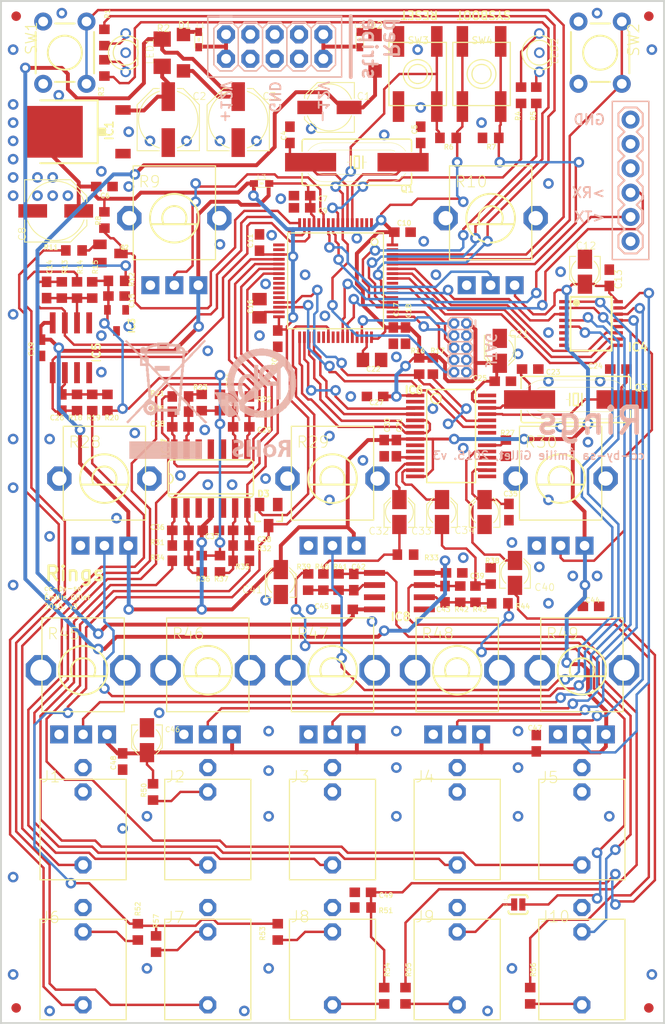
<source format=kicad_pcb>
(kicad_pcb (version 20211014) (generator pcbnew)
  (layers (0 "F.Cu" signal) (31 "B.Cu" signal) (34 "B.Paste" user) (35 "F.Paste" user) (36 "B.SilkS" user "B.Silkscreen") (37 "F.SilkS" user "F.Silkscreen") (38 "B.Mask" user) (39 "F.Mask" user) (44 "Edge.Cuts" user))
  (net 0 "")
  (net 1 "GND")
  (net 2 "+3V3")
  (net 3 "N$7")
  (net 4 "N$8")
  (net 5 "BOOT_FLASH")
  (net 6 "RESET")
  (net 7 "RX")
  (net 8 "TX")
  (net 9 "JTDI")
  (net 10 "JTCK")
  (net 11 "JTMS")
  (net 12 "VBAT")
  (net 13 "N$13")
  (net 14 "N$19")
  (net 15 "I2S_SOUT")
  (net 16 "I2S_SCK")
  (net 17 "I2S_LRCK")
  (net 18 "JTDO")
  (net 19 "+3V3_A")
  (net 20 "I2C_SCL")
  (net 21 "I2C_SDA")
  (net 22 "I2S_SIN")
  (net 23 "N$1")
  (net 24 "N$2")
  (net 25 "BRIGHTNESS_CV")
  (net 26 "N$4")
  (net 27 "N$5")
  (net 28 "FM_CV")
  (net 29 "N$10")
  (net 30 "N$11")
  (net 31 "DAMP_CV")
  (net 32 "N$6")
  (net 33 "VCC")
  (net 34 "AREF_-10")
  (net 35 "VEE")
  (net 36 "N$56")
  (net 37 "N$64")
  (net 38 "N$15")
  (net 39 "IN_1")
  (net 40 "IN_2")
  (net 41 "N$17")
  (net 42 "N$18")
  (net 43 "N$21")
  (net 44 "N$23")
  (net 45 "N$25")
  (net 46 "N$28")
  (net 47 "N$29")
  (net 48 "N$31")
  (net 49 "N$32")
  (net 50 "N$33")
  (net 51 "N$34")
  (net 52 "GEOMETRY_CV")
  (net 53 "N$16")
  (net 54 "MAIN_OUT")
  (net 55 "AUX_OUT")
  (net 56 "N$39")
  (net 57 "SW_POLYPHONY")
  (net 58 "DAMP_ATT")
  (net 59 "GEOMETRY_ATT")
  (net 60 "BRIGHTNESS_POT")
  (net 61 "BRIGHTNESS_ATT")
  (net 62 "POSITION_ATT")
  (net 63 "FREQUENCY_POT")
  (net 64 "DAMP_POT")
  (net 65 "GEOMETRY_POT")
  (net 66 "POSITION_POT")
  (net 67 "N$3")
  (net 68 "N$14")
  (net 69 "V_OCT_CV")
  (net 70 "N$26")
  (net 71 "N$30")
  (net 72 "POSITION_CV")
  (net 73 "N$27")
  (net 74 "N$35")
  (net 75 "MUX_ADDR_0")
  (net 76 "MUX_ADDR_1")
  (net 77 "MUX_ADDR_2")
  (net 78 "MUXED_POTS")
  (net 79 "FREQUENCY_ATT")
  (net 80 "SW_MODE")
  (net 81 "N$40")
  (net 82 "N$43")
  (net 83 "N$12")
  (net 84 "N$22")
  (net 85 "N$44")
  (net 86 "N$37")
  (net 87 "N$41")
  (net 88 "N$42")
  (net 89 "N$45")
  (net 90 "N$46")
  (net 91 "STRUM")
  (net 92 "N$66")
  (net 93 "N$9")
  (net 94 "NORMALIZATION_PROBE")
  (net 95 "N$20")
  (net 96 "N$24")
  (net 97 "N$36")
  (net 98 "N$38")
  (net 99 "CV_NORMALIZATION")
  (net 100 "N$47")
  (footprint "rings:0603" (layer "F.Cu") (at 151.3586 55.7911 -90)
    (fp_text reference "L2")
    (fp_text value "")
  )
  (footprint "rings:R0603" (layer "F.Cu") (at 124.6886 55.4736 -90)
    (fp_text reference "R1")
    (fp_text value "180")
  )
  (footprint "rings:R0603" (layer "F.Cu") (at 163.4236 113.5761 90)
    (fp_text reference "R43")
    (fp_text value "6.8k")
  )
  (footprint "rings:R0603" (layer "F.Cu") (at 138.9761 110.0836)
    (fp_text reference "R35")
    (fp_text value "100k")
  )
  (footprint "rings:C0603" (layer "F.Cu") (at 177.3936 80.5561 90)
    (fp_text reference "C13")
    (fp_text value "100n")
  )
  (footprint "rings:LED-BICOLOR-THROUGHHOLE" (layer "F.Cu") (at 126.9111 57.0611 90)
    (fp_text reference "LED1")
    (fp_text value "WP115VEGW" hide)
  )
  (footprint "rings:R0603" (layer "F.Cu") (at 134.8486 93.5736 -90)
    (fp_text reference "R23")
    (fp_text value "120k")
  )
  (footprint "rings:R0603" (layer "F.Cu") (at 138.9761 108.4961 180)
    (fp_text reference "R32")
    (fp_text value "20k")
  )
  (footprint "rings:C0603" (layer "F.Cu") (at 169.7736 129.1336 90)
    (fp_text reference "C47")
    (fp_text value "100n")
  )
  (footprint "rings:FIDUCIAL-1X2" (layer "F.Cu") (at 115.4811 53.2511)
    (fp_text reference "F1" hide)
    (fp_text value "FIDUCIAL1X2" hide)
  )
  (footprint "rings:C0603" (layer "F.Cu") (at 169.1386 90.0811 180)
    (fp_text reference "C23")
    (fp_text value "18p")
  )
  (footprint "rings:R0603" (layer "F.Cu") (at 157.5499 89.7636 90)
    (fp_text reference "R16")
    (fp_text value "2.2k")
  )
  (footprint "rings:R0603" (layer "F.Cu") (at 128.1811 148.8186 -90)
    (fp_text reference "R52")
    (fp_text value "100k")
  )
  (footprint "rings:R0603" (layer "F.Cu") (at 156.1211 155.4861 90)
    (fp_text reference "R55")
    (fp_text value "1.0k")
  )
  (footprint "rings:PANASONIC_D" (layer "F.Cu") (at 119.6086 73.5711)
    (fp_text reference "C8")
    (fp_text value "47u")
  )
  (footprint "rings:R0603" (layer "F.Cu") (at 130.0861 150.0886 -90)
    (fp_text reference "R57")
    (fp_text value "470k")
  )
  (footprint "rings:R1206" (layer "F.Cu") (at 130.7211 57.0611 90)
    (fp_text reference "R2")
    (fp_text value "4.7")
  )
  (footprint "rings:R0603" (layer "F.Cu") (at 156.1211 109.4486 180)
    (fp_text reference "R33")
    (fp_text value "47k")
  )
  (footprint "rings:ALPS_POT_VERTICAL" (layer "F.Cu") (at 135.4836 121.5136 180)
    (fp_text reference "R46")
    (fp_text value "10kB")
  )
  (footprint "rings:TSSOP16" (layer "F.Cu") (at 175.4886 85.0011 -90)
    (fp_text reference "IC4")
    (fp_text value "4051PW")
  )
  (footprint "rings:TO252" (layer "F.Cu") (at 121.8311 65.3161 90)
    (fp_text reference "IC1")
    (fp_text value "LM1117-3.3")
  )
  (footprint "rings:C0603" (layer "F.Cu") (at 145.3261 71.9836 180)
    (fp_text reference "C7")
    (fp_text value "1u")
  )
  (footprint "rings:R0603" (layer "F.Cu") (at 123.4186 81.8261 90)
    (fp_text reference "R15")
    (fp_text value "180k")
  )
  (footprint "rings:ALPS_POT_VERTICAL" (layer "F.Cu") (at 148.5011 121.5136 180)
    (fp_text reference "R47")
    (fp_text value "10kB")
  )
  (footprint "rings:FIDUCIAL-1X2" (layer "F.Cu") (at 181.5211 156.7561)
    (fp_text reference "F4" hide)
    (fp_text value "FIDUCIAL1X2" hide)
  )
  (footprint "rings:C0603" (layer "F.Cu") (at 132.6261 96.1136 180)
    (fp_text reference "C28")
    (fp_text value "10n")
  )
  (footprint "rings:PANASONIC_A" (layer "F.Cu") (at 155.4861 105.0036 90)
    (fp_text reference "C32")
    (fp_text value "10u")
  )
  (footprint "rings:C0603" (layer "F.Cu") (at 154.8511 86.5886 -90)
    (fp_text reference "C17")
    (fp_text value "100n")
  )
  (footprint "rings:FIDUCIAL-1X2" (layer "F.Cu") (at 115.4811 156.7561)
    (fp_text reference "F3" hide)
    (fp_text value "FIDUCIAL1X2" hide)
  )
  (footprint "rings:SOD123" (layer "F.Cu") (at 132.9436 57.0611 90)
    (fp_text reference "D1")
    (fp_text value "1N5819HW")
  )
  (footprint "rings:PANASONIC_D" (layer "F.Cu") (at 138.6586 64.0461 90)
    (fp_text reference "C3")
    (fp_text value "47u")
  )
  (footprint "rings:C0603" (layer "F.Cu") (at 156.1211 86.5886 -90)
    (fp_text reference "C18")
    (fp_text value "1u")
  )
  (footprint "rings:C0603" (layer "F.Cu") (at 178.3461 90.0811)
    (fp_text reference "C24")
    (fp_text value "18p")
  )
  (footprint "rings:C0603" (layer "F.Cu") (at 132.6261 106.9086 180)
    (fp_text reference "C36")
    (fp_text value "10n")
  )
  (footprint "rings:C0603" (layer "F.Cu") (at 140.8812 76.8731 90)
    (fp_text reference "C11")
    (fp_text value "100n")
  )
  (footprint "rings:WQP_PJ_301M6" (layer "F.Cu") (at 161.5186 151.9936 180)
    (fp_text reference "J9")
    (fp_text value "PJ301_THONKICONN6" hide)
  )
  (footprint "rings:TQFP-10X10-64" (layer "F.Cu") (at 148.8186 80.8736 -90)
    (fp_text reference "IC2")
    (fp_text value "STM32F405RGT6")
  )
  (footprint "rings:C0603" (layer "F.Cu") (at 175.4886 114.8461)
    (fp_text reference "C44")
    (fp_text value "100n")
  )
  (footprint "rings:SO08" (layer "F.Cu") (at 121.1961 87.8586)
    (fp_text reference "IC5")
    (fp_text value "MCP6002")
  )
  (footprint "rings:R0603" (layer "F.Cu") (at 123.4186 93.5736 -90)
    (fp_text reference "R19")
    (fp_text value "100k")
  )
  (footprint "rings:C0603" (layer "F.Cu") (at 149.7711 115.1636)
    (fp_text reference "C45")
    (fp_text value "100n")
  )
  (footprint "rings:PANASONIC_D" (layer "F.Cu") (at 131.3561 64.0461 90)
    (fp_text reference "C2")
    (fp_text value "47u")
  )
  (footprint "rings:R0603" (layer "F.Cu") (at 165.9636 114.5286)
    (fp_text reference "R44")
    (fp_text value "47k")
  )
  (footprint "rings:C0603" (layer "F.Cu") (at 150.7236 112.3061 90)
    (fp_text reference "C42")
    (fp_text value "18p")
  )
  (footprint "rings:SOT23" (layer "F.Cu") (at 141.8336 105.3211 180)
    (fp_text reference "D3")
    (fp_text value "BAT54S")
  )
  (footprint "rings:SSOP28" (layer "F.Cu") (at 160.8836 97.3836 -90)
    (fp_text reference "IC6")
    (fp_text value "WM8731")
  )
  (footprint "rings:C0603" (layer "F.Cu") (at 118.6561 81.8261 90)
    (fp_text reference "C14")
    (fp_text value "2.2n")
  )
  (footprint "rings:PANASONIC_A" (layer "F.Cu") (at 159.9311 105.0036 90)
    (fp_text reference "C33")
    (fp_text value "10u")
  )
  (footprint "rings:R0603" (layer "F.Cu") (at 149.1361 112.3061 -90)
    (fp_text reference "R41")
    (fp_text value "47k")
  )
  (footprint "rings:ALPS_POT_VERTICAL_PS" (layer "F.Cu") (at 165.0111 74.3331 180)
    (fp_text reference "R10")
    (fp_text value "10kB")
  )
  (footprint "rings:C0603" (layer "F.Cu") (at 157.7086 65.6336 -90)
    (fp_text reference "C5")
    (fp_text value "18p")
  )
  (footprint "rings:C0805" (layer "F.Cu") (at 152.6286 89.1286)
    (fp_text reference "C22")
    (fp_text value "2.2u")
  )
  (footprint "rings:ALPS_POT_VERTICAL_PS" (layer "F.Cu") (at 172.3136 101.5111 180)
    (fp_text reference "R30")
    (fp_text value "10kB")
  )
  (footprint "rings:SJ_2S-NOTRACE" (layer "F.Cu") (at 167.8686 145.9611 180)
    (fp_text reference "SJ1")
    (fp_text value "SOLDERJUMPERNC2" hide)
  )
  (footprint "rings:R0603" (layer "F.Cu") (at 165.0111 65.9511)
    (fp_text reference "R7")
    (fp_text value "10k")
  )
  (footprint "rings:R0603" (layer "F.Cu") (at 125.9586 80.8736 180)
    (fp_text reference "R12")
    (fp_text value "2.2k")
  )
  (footprint "rings:FIDUCIAL-1X2" (layer "F.Cu") (at 181.5211 53.2511)
    (fp_text reference "F2" hide)
    (fp_text value "FIDUCIAL1X2" hide)
  )
  (footprint "rings:R0603" (layer "F.Cu") (at 121.5136 77.6986)
    (fp_text reference "R11")
    (fp_text value "100k")
  )
  (footprint "rings:WQP_PJ_301M6" (layer "F.Cu") (at 122.4661 137.3886 180)
    (fp_text reference "J1")
    (fp_text value "PJ301_THONKICONN6" hide)
  )
  (footprint "rings:R0603" (layer "F.Cu") (at 136.7536 110.4011 90)
    (fp_text reference "R37")
    (fp_text value "120k")
  )
  (footprint "rings:C0603" (layer "F.Cu") (at 125.9586 82.4611)
    (fp_text reference "C15")
    (fp_text value "100n")
  )
  (footprint "rings:PANASONIC_A" (layer "F.Cu") (at 174.8536 79.9211 -90)
    (fp_text reference "C12")
    (fp_text value "10u")
  )
  (footprint "rings:R0603" (layer "F.Cu") (at 161.8361 113.5761 -90)
    (fp_text reference "R42")
    (fp_text value "47k")
  )
  (footprint "rings:0603" (layer "F.Cu") (at 134.5311 55.7911 -90)
    (fp_text reference "L1")
    (fp_text value "")
  )
  (footprint "rings:EVQ-Q2" (layer "F.Cu") (at 164.0586 59.2836 90)
    (fp_text reference "SW4")
    (fp_text value "")
  )
  (footprint "rings:EVQ-Q2" (layer "F.Cu") (at 157.3911 59.2836 -90)
    (fp_text reference "SW3")
    (fp_text value "")
  )
  (footprint "rings:R0603" (layer "F.Cu") (at 124.6886 58.6486 90)
    (fp_text reference "R3")
    (fp_text value "180")
  )
  (footprint "rings:R0603" (layer "F.Cu") (at 160.5661 65.9511)
    (fp_text reference "R6")
    (fp_text value "10k")
  )
  (footprint "rings:R0603" (layer "F.Cu") (at 151.6761 146.2786)
    (fp_text reference "R51")
    (fp_text value "6.8k")
  )
  (footprint "rings:C0603" (layer "F.Cu") (at 161.2011 111.3536)
    (fp_text reference "C39")
    (fp_text value "100n")
  )
  (footprint "rings:HC49UP" (layer "F.Cu") (at 173.9011 93.2561)
    (fp_text reference "Q3")
    (fp_text value "12.288MHz")
  )
  (footprint "rings:C0603" (layer "F.Cu") (at 160.2486 113.5761 90)
    (fp_text reference "C43")
    (fp_text value "18p")
  )
  (footprint "rings:C0603" (layer "F.Cu") (at 144.0561 65.6336 -90)
    (fp_text reference "C4")
    (fp_text value "18p")
  )
  (footprint "rings:WQP_PJ_301M6" (layer "F.Cu") (at 135.4836 137.3886 180)
    (fp_text reference "J2")
    (fp_text value "PJ301_THONKICONN6" hide)
  )
  (footprint "rings:R0603" (layer "F.Cu") (at 145.9611 112.3061 90)
    (fp_text reference "R39")
    (fp_text value "47k")
  )
  (footprint "rings:PANASONIC_A" (layer "F.Cu") (at 165.9636 88.1761 -90)
    (fp_text reference "C21")
    (fp_text value "10u")
  )
  (footprint "rings:R0603" (layer "F.Cu") (at 142.7861 148.8186 -90)
    (fp_text reference "R53")
    (fp_text value "1M")
  )
  (footprint "rings:R0603" (layer "F.Cu") (at 165.0111 111.6711 -90)
    (fp_text reference "R38")
    (fp_text value "47k")
  )
  (footprint "rings:C0603" (layer "F.Cu") (at 155.1686 98.3361 -90)
    (fp_text reference "C31")
    (fp_text value "100n")
  )
  (footprint "rings:SO14" (layer "F.Cu") (at 135.8011 101.5111)
    (fp_text reference "IC7")
    (fp_text value "MCP6004")
  )
  (footprint "rings:WQP_PJ_301M6" (layer "F.Cu") (at 174.5361 151.9936 180)
    (fp_text reference "J10")
    (fp_text value "PJ301_THONKICONN6" hide)
  )
  (footprint "rings:DBZ_R-PDSO-G3" (layer "F.Cu") (at 125.9586 85.0011 180)
    (fp_text reference "IC3")
    (fp_text value "LM4040B10")
  )
  (footprint "rings:LED-BICOLOR-THROUGHHOLE" (layer "F.Cu") (at 170.0911 57.0611 90)
    (fp_text reference "LED2")
    (fp_text value "WP115VEGW" hide)
  )
  (footprint "rings:R0603" (layer "F.Cu") (at 121.8311 93.5736 90)
    (fp_text reference "R18")
    (fp_text value "20k")
  )
  (footprint "rings:PANASONIC_A" (layer "F.Cu") (at 164.3761 105.0036 90)
    (fp_text reference "C34")
    (fp_text value "10u")
  )
  (footprint "rings:ALPS_POT_VERTICAL_PS" (layer "F.Cu") (at 124.6886 101.5111 180)
    (fp_text reference "R28")
    (fp_text value "10kB")
  )
  (footprint "rings:SO08" (layer "F.Cu") (at 155.4861 113.2586 -90)
    (fp_text reference "IC8")
    (fp_text value "TL072")
  )
  (footprint "rings:R0603" (layer "F.Cu") (at 158.9786 89.7636 90)
    (fp_text reference "R17")
    (fp_text value "2.2k")
  )
  (footprint "rings:PANASONIC_A" (layer "F.Cu") (at 129.1336 128.8161 -90)
    (fp_text reference "C46")
    (fp_text value "10u")
  )
  (footprint "rings:R0603" (layer "F.Cu") (at 125.0061 93.5736 -90)
    (fp_text reference "R20")
    (fp_text value "120k")
  )
  (footprint "rings:ALPS_POT_VERTICAL" (layer "F.Cu") (at 174.5361 121.5136 180)
    (fp_text reference "R49")
    (fp_text value "10kB")
  )
  (footprint "rings:PANASONIC_A" (layer "F.Cu") (at 143.1036 112.3061 90)
    (fp_text reference "C41")
    (fp_text value "10u")
  )
  (footprint "rings:ALPS_POT_VERTICAL" (layer "F.Cu") (at 122.4661 121.5136 180)
    (fp_text reference "R45")
    (fp_text value "10kB")
  )
  (footprint "rings:C0805" (layer "F.Cu") (at 140.8811 83.7311 90)
    (fp_text reference "C16")
    (fp_text value "2.2u")
  )
  (footprint "rings:C0603" (layer "F.Cu") (at 124.6886 71.0311)
    (fp_text reference "C6")
    (fp_text value "100n")
  )
  (footprint "rings:C0603" (layer "F.Cu") (at 166.9161 105.0036 -90)
    (fp_text reference "C35")
    (fp_text value "100n")
  )
  (footprint "rings:R0603" (layer "F.Cu") (at 134.8486 110.4011 90)
    (fp_text reference "R36")
    (fp_text value "120k")
  )
  (footprint "rings:R0603" (layer "F.Cu") (at 153.8986 155.4861 -90)
    (fp_text reference "R54")
    (fp_text value "36k")
  )
  (footprint "rings:WQP_PJ_301M6" (layer "F.Cu") (at 148.5011 151.9936 180)
    (fp_text reference "J8")
    (fp_text value "PJ301_THONKICONN6" hide)
  )
  (footprint "rings:C0603" (layer "F.Cu") (at 142.7861 86.9061 -90)
    (fp_text reference "C20")
    (fp_text value "100n")
  )
  (footprint "rings:PANASONIC_C" (layer "F.Cu") (at 148.1836 62.7761 180)
    (fp_text reference "C1")
    (fp_text value "22u")
  )
  (footprint "rings:WQP_PJ_301M6" (layer "F.Cu") (at 148.5011 137.3886 180)
    (fp_text reference "J3")
    (fp_text value "PJ301_THONKICONN6" hide)
  )
  (footprint "rings:WQP_PJ_301M6" (layer "F.Cu") (at 174.5361 137.3886 180)
    (fp_text reference "J5")
    (fp_text value "PJ301_THONKICONN6" hide)
  )
  (footprint "rings:R0603" (layer "F.Cu") (at 168.1861 61.5061 90)
    (fp_text reference "R4")
    (fp_text value "180")
  )
  (footprint "rings:C0603" (layer "F.Cu") (at 138.9761 96.1136)
    (fp_text reference "C29")
    (fp_text value "2.2n")
  )
  (footprint "rings:R0603" (layer "F.Cu") (at 129.7686 134.2136 90)
    (fp_text reference "R50")
    (fp_text value "3.3M")
  )
  (footprint "rings:SOT23-BEC" (layer "F.Cu") (at 125.3236 78.0161 -90)
    (fp_text reference "Q2")
    (fp_text value "MMBT3904")
  )
  (footprint "rings:TACTILE-PTH" (layer "F.Cu") (at 176.4411 57.0611 90)
    (fp_text reference "SW2")
    (fp_text value "" hide)
  )
  (footprint "rings:C0603" (layer "F.Cu") (at 126.5936 131.0386 -90)
    (fp_text reference "C48")
    (fp_text value "100n")
  )
  (footprint "rings:R0603" (layer "F.Cu") (at 169.7736 61.5061 90)
    (fp_text reference "R5")
    (fp_text value "180")
  )
  (footprint "rings:C0603" (layer "F.Cu") (at 135.8011 106.9086)
    (fp_text reference "C37")
    (fp_text value "100n")
  )
  (footprint "rings:C0603" (layer "F.Cu") (at 153.8986 98.3361 -90)
    (fp_text reference "C30")
    (fp_text value "1u")
  )
  (footprint "rings:R0603" (layer "F.Cu") (at 169.1386 155.4861 90)
    (fp_text reference "R56")
    (fp_text value "1.0k")
  )
  (footprint "rings:R0603" (layer "F.Cu") (at 138.9761 92.9386)
    (fp_text reference "R22")
    (fp_text value "100k")
  )
  (footprint "rings:SOD123" (layer "F.Cu") (at 152.9461 57.0611 -90)
    (fp_text reference "D2")
    (fp_text value "1N5819HW")
  )
  (footprint "rings:C0603" (layer "F.Cu") (at 138.9761 106.9086)
    (fp_text reference "C38")
    (fp_text value "10n")
  )
  (footprint "rings:R0603" (layer "F.Cu") (at 166.5986 98.3361 -90)
    (fp_text reference "R27")
    (fp_text value "36k")
  )
  (footprint "rings:C0603" (layer "F.Cu") (at 155.8036 75.7935)
    (fp_text reference "C10")
    (fp_text value "100n")
  )
  (footprint "rings:ALPS_POT_VERTICAL" (layer "F.Cu") (at 161.5186 121.5136 180)
    (fp_text reference "R48")
    (fp_text value "10kB")
  )
  (footprint "rings:C0603" (layer "F.Cu") (at 120.2436 93.5736 -90)
    (fp_text reference "C26")
    (fp_text value "10n")
  )
  (footprint "rings:C0603" (layer "F.Cu") (at 151.6761 144.6911 180)
    (fp_text reference "C49")
    (fp_text value "220p")
  )
  (footprint "rings:R0603" (layer "F.Cu") (at 136.7536 93.5736 -90)
    (fp_text reference "R24")
    (fp_text value "120k")
  )
  (footprint "rings:TACTILE-PTH" (layer "F.Cu") (at 120.5611 57.0611 90)
    (fp_text reference "SW1")
    (fp_text value "" hide)
  )
  (footprint "rings:R0603" (layer "F.Cu") (at 124.6886 74.5236 90)
    (fp_text reference "R8")
    (fp_text value "10k")
  )
  (footprint "rings:C0603" (layer "F.Cu") (at 152.9461 92.9386 180)
    (fp_text reference "C27")
    (fp_text value "100n")
  )
  (footprint "rings:R0603" (layer "F.Cu") (at 120.2436 81.8261 -90)
    (fp_text reference "R13")
    (fp_text value "47k")
  )
  (footprint "rings:R0603" (layer "F.Cu") (at 132.6261 94.5261)
    (fp_text reference "R25")
    (fp_text value "20k")
  )
  (footprint "rings:ALPS_POT_VERTICAL_PS" (layer "F.Cu") (at 131.9911 74.3331 180)
    (fp_text reference "R9")
    (fp_text value "10kB")
  )
  (footprint "rings:R0603" (layer "F.Cu") (at 121.8311 81.8261 90)
    (fp_text reference "R14")
    (fp_text value "100k")
  )
  (footprint "rings:PANASONIC_A" (layer "F.Cu") (at 167.5511 111.3536 90)
    (fp_text reference "C40")
    (fp_text value "10u")
  )
  (footprint "rings:R0603" (layer "F.Cu") (at 132.6261 92.9386 180)
    (fp_text reference "R21")
    (fp_text value "100k")
  )
  (footprint "rings:C0603" (layer "F.Cu") (at 118.0211 87.8586 -90)
    (fp_text reference "C19")
    (fp_text value "100n")
  )
  (footprint "rings:WQP_PJ_301M6" (layer "F.Cu") (at 135.4836 151.9936 180)
    (fp_text reference "J7")
    (fp_text value "PJ301_THONKICONN6" hide)
  )
  (footprint "rings:R0603" (layer "F.Cu") (at 138.9761 94.5261 180)
    (fp_text reference "R26")
    (fp_text value "20k")
  )
  (footprint "rings:R0603" (layer "F.Cu") (at 132.6261 110.0836 180)
    (fp_text reference "R34")
    (fp_text value "100k")
  )
  (footprint "rings:ALPS_POT_VERTICAL_PS" (layer "F.Cu") (at 148.5011 101.5111 180)
    (fp_text reference "R29")
    (fp_text value "10kB")
  )
  (footprint "rings:WQP_PJ_301M6" (layer "F.Cu") (at 122.4661 151.9936 180)
    (fp_text reference "J6")
    (fp_text value "PJ301_THONKICONN6" hide)
  )
  (footprint "rings:0603" (layer "F.Cu") (at 141.1986 70.7136)
    (fp_text reference "L3")
    (fp_text value "")
  )
  (footprint "rings:C0603" (layer "F.Cu") (at 145.3261 73.2536 180)
    (fp_text reference "C9")
    (fp_text value "100n")
  )
  (footprint "rings:HC49UP" (layer "F.Cu") (at 151.0411 68.4911)
    (fp_text reference "Q1")
    (fp_text value "8MHz")
  )
  (footprint "rings:R0603" (layer "F.Cu") (at 132.6261 108.4961)
    (fp_text reference "R31")
    (fp_text value "20k")
  )
  (footprint "rings:WQP_PJ_301M6" (layer "F.Cu") (at 161.5186 137.3886 180)
    (fp_text reference "J4")
    (fp_text value "PJ301_THONKICONN6" hide)
  )
  (footprint "rings:C0603" (layer "F.Cu") (at 166.2811 91.3511)
    (fp_text reference "C25")
    (fp_text value "100n")
  )
  (footprint "rings:R0603" (layer "F.Cu") (at 147.5486 112.3061 90)
    (fp_text reference "R40")
    (fp_text value "6.8k")
  )
  (footprint "rings:2X5-1.27" (layer "B.Cu") (at 161.2011 89.1286 180)
    (fp_text reference "JP1" hide)
    (fp_text value "M05X2MINIJTAG" hide)
  )
  (footprint "rings:1X06" (layer "B.Cu") (at 179.6161 64.0461 -90)
    (fp_text reference "JP2" hide)
    (fp_text value "")
  )
  (footprint "rings:ROHS_BIG" (layer "B.Cu") (at 145.9611 100.2411 180)
    (fp_text reference "U$2" hide)
    (fp_text value "" hide)
  )
  (footprint "rings:AVR_ICSP" (layer "B.Cu") (at 142.4686 56.4261 -90)
    (fp_text reference "JP3" hide)
    (fp_text value "M05X2PTH" hide)
  )
  (gr_line (start 177.7111 62.1411) (end 181.5211 62.1411) (layer "B.SilkS") (width 0.1524))
  (gr_line (start 149.4536 53.2511) (end 135.4836 53.2511) (layer "B.SilkS") (width 0.1524))
  (gr_line (start 135.4836 53.2511) (end 135.4836 59.6011) (layer "B.SilkS") (width 0.1524))
  (gr_line (start 135.4836 59.6011) (end 149.4536 59.6011) (layer "B.SilkS") (width 0.1524))
  (gr_line (start 149.4536 59.6011) (end 149.4536 53.2511) (layer "B.SilkS") (width 0.1524))
  (gr_line (start 181.5211 62.1411) (end 181.5211 78.6511) (layer "B.SilkS") (width 0.1524))
  (gr_line (start 177.7111 78.6511) (end 177.7111 62.1411) (layer "B.SilkS") (width 0.1524))
  (gr_line (start 150.4061 53.2511) (end 150.4061 59.6011) (layer "B.SilkS") (width 0.4064))
  (gr_line (start 177.7111 78.6511) (end 181.5211 78.6511) (layer "B.SilkS") (width 0.1524))
  (gr_line (start 113.8936 51.6636) (end 113.8936 158.3436) (layer "Edge.Cuts") (width 0.2032))
  (gr_line (start 113.8936 158.3436) (end 183.1086 158.3436) (layer "Edge.Cuts") (width 0.2032))
  (gr_line (start 183.1086 51.6636) (end 113.8936 51.6636) (layer "Edge.Cuts") (width 0.2032))
  (gr_line (start 183.1086 158.3436) (end 183.1086 51.6636) (layer "Edge.Cuts") (width 0.2032))
  (gr_text ">RX" (at 177.0761 72.3011) (layer "B.SilkS") (effects (font (size 1.0795 1.0795) (thickness 0.1905)) (justify left bottom mirror)))
  (gr_text "stripe" (at 153.2636 53.2511 -90) (layer "B.SilkS") (effects (font (size 1.5113 1.5113) (thickness 0.2667)) (justify right top mirror)))
  (gr_text "Red" (at 155.4861 53.2511 -90) (layer "B.SilkS") (effects (font (size 1.5113 1.5113) (thickness 0.2667)) (justify right top mirror)))
  (gr_text "+12V" (at 138.0236 59.9186 -90) (layer "B.SilkS") (effects (font (size 1.0795 1.0795) (thickness 0.1905)) (justify right top mirror)))
  (gr_text "GND" (at 143.1036 59.9186 -90) (layer "B.SilkS") (effects (font (size 1.0795 1.0795) (thickness 0.1905)) (justify right top mirror)))
  (gr_text "-12V" (at 148.1836 59.9186 -90) (layer "B.SilkS") (effects (font (size 1.0795 1.0795) (thickness 0.1905)) (justify right top mirror)))
  (gr_text "Rings" (at 181.2036 97.0661) (layer "B.SilkS") (effects (font (size 2.69875 2.69875) (thickness 0.47625)) (justify left bottom mirror)))
  (gr_text "GND" (at 177.0761 64.6811) (layer "B.SilkS") (effects (font (size 1.0795 1.0795) (thickness 0.1905)) (justify left bottom mirror)))
  (gr_text "JTAG" (at 164.3761 90.0811 -90) (layer "B.SilkS") (effects (font (size 1.0795 1.0795) (thickness 0.1905)) (justify left bottom mirror)))
  (gr_text "cc-by-sa Émilie Gillet, 2015. v3" (at 181.2036 99.6061) (layer "B.SilkS") (effects (font (size 0.8636 0.8636) (thickness 0.1524)) (justify left bottom mirror)))
  (gr_text "<TX" (at 177.0761 74.8411) (layer "B.SilkS") (effects (font (size 1.0795 1.0795) (thickness 0.1905)) (justify left bottom mirror)))
  (gr_text "SYSBOOT" (at 167.2336 52.6161 180) (layer "F.SilkS") (effects (font (size 0.85344 0.85344) (thickness 0.16256)) (justify left bottom)))
  (gr_text "RESET" (at 159.6136 52.6161 180) (layer "F.SilkS") (effects (font (size 0.85344 0.85344) (thickness 0.16256)) (justify left bottom)))
  (gr_text "2015. v3" (at 118.3386 115.1636) (layer "F.SilkS") (effects (font (size 0.51816 0.51816) (thickness 0.09144)) (justify left bottom)))
  (gr_text "cc-by-sa" (at 118.3386 113.2586) (layer "F.SilkS") (effects (font (size 0.51816 0.51816) (thickness 0.09144)) (justify left bottom)))
  (gr_text "Émilie Gillet" (at 118.3386 114.2111) (layer "F.SilkS") (effects (font (size 0.51816 0.51816) (thickness 0.09144)) (justify left bottom)))
  (gr_text "Rings" (at 118.3386 112.3061) (layer "F.SilkS") (effects (font (size 1.5113 1.5113) (thickness 0.2667)) (justify left bottom)))
  (segment (start 156.1211 99.2886) (end 156.1661 99.3336) (width 0.254) (layer "F.Cu") (net 1))
  (segment (start 156.1661 99.3336) (end 157.1314 99.3336) (width 0.254) (layer "F.Cu") (net 1))
  (segment (start 155.2711 99.2886) (end 156.1211 99.2886) (width 0.254) (layer "F.Cu") (net 1))
  (segment (start 155.1686 99.1861) (end 155.2711 99.2886) (width 0.254) (layer "F.Cu") (net 1))
  (via (at 127.2286 65.3161) (size 1.108) (drill 0.6) (layers "F.Cu" "B.Cu") (net 1))
  (via (at 135.4836 102.1461) (size 1.108) (drill 0.6) (layers "F.Cu" "B.Cu") (net 1))
  (via (at 120.2436 52.9336) (size 1.108) (drill 0.6) (layers "F.Cu" "B.Cu") (net 1))
  (via (at 181.8386 153.2636) (size 1.108) (drill 0.6) (layers "F.Cu" "B.Cu") (net 1))
  (via (at 167.2336 108.1786) (size 1.108) (drill 0.6) (layers "F.Cu" "B.Cu") (net 1))
  (via (at 175.1711 97.7011) (size 1.108) (drill 0.6) (layers "F.Cu" "B.Cu") (net 1))
  (via (at 153.8986 65.6336) (size 1.108) (drill 0.6) (layers "F.Cu" "B.Cu") (net 1))
  (via (at 117.7036 71.9836) (size 1.108) (drill 0.6) (layers "F.Cu" "B.Cu") (net 1))
  (via (at 129.4511 66.2686) (size 1.108) (drill 0.6) (layers "F.Cu" "B.Cu") (net 1))
  (via (at 164.6936 157.0736) (size 1.108) (drill 0.6) (layers "F.Cu" "B.Cu") (net 1))
  (via (at 115.1636 64.3636) (size 1.108) (drill 0.6) (layers "F.Cu" "B.Cu") (net 1))
  (via (at 167.2336 152.6286) (size 1.108) (drill 0.6) (layers "F.Cu" "B.Cu") (net 1))
  (via (at 141.8336 136.7536) (size 1.108) (drill 0.6) (layers "F.Cu" "B.Cu") (net 1))
  (via (at 141.8336 131.9911) (size 1.108) (drill 0.6) (layers "F.Cu" "B.Cu") (net 1))
  (via (at 172.3136 79.9211) (size 1.108) (drill 0.6) (layers "F.Cu" "B.Cu") (net 1))
  (via (at 140.5636 66.2686) (size 1.108) (drill 0.6) (layers "F.Cu" "B.Cu") (net 1))
  (via (at 130.4036 125.9586) (size 1.108) (drill 0.6) (layers "F.Cu" "B.Cu") (net 1))
  (via (at 145.6436 80.2386) (size 1.108) (drill 0.6) (layers "F.Cu" "B.Cu") (net 1))
  (via (at 181.8386 56.7436) (size 1.108) (drill 0.6) (layers "F.Cu" "B.Cu") (net 1))
  (via (at 124.3711 69.4436) (size 1.108) (drill 0.6) (layers "F.Cu" "B.Cu") (net 1))
  (via (at 157.7086 62.7761) (size 1.108) (drill 0.6) (layers "F.Cu" "B.Cu") (net 1))
  (via (at 148.1836 97.0661) (size 1.108) (drill 0.6) (layers "F.Cu" "B.Cu") (net 1))
  (via (at 140.8811 86.5886) (size 1.108) (drill 0.6) (layers "F.Cu" "B.Cu") (net 1))
  (via (at 155.1686 136.7536) (size 1.108) (drill 0.6) (layers "F.Cu" "B.Cu") (net 1))
  (via (at 141.8336 152.6286) (size 1.108) (drill 0.6) (layers "F.Cu" "B.Cu") (net 1))
  (via (at 159.2961 80.2386) (size 1.108) (drill 0.6) (layers "F.Cu" "B.Cu") (net 1))
  (via (at 115.1636 56.7436) (size 1.108) (drill 0.6) (layers "F.Cu" "B.Cu") (net 1))
  (via (at 132.6261 101.1936) (size 1.108) (drill 0.6) (layers "F.Cu" "B.Cu") (net 1))
  (via (at 115.1636 70.0786) (size 1.108) (drill 0.6) (layers "F.Cu" "B.Cu") (net 1))
  (via (at 167.8686 131.6736) (size 1.108) (drill 0.6) (layers "F.Cu" "B.Cu") (net 1))
  (via (at 167.8686 136.7536) (size 1.108) (drill 0.6) (layers "F.Cu" "B.Cu") (net 1))
  (via (at 150.4061 92.9386) (size 1.108) (drill 0.6) (layers "F.Cu" "B.Cu") (net 1))
  (via (at 152.6286 116.4336) (size 1.108) (drill 0.6) (layers "F.Cu" "B.Cu") (net 1))
  (via (at 127.2286 85.6361) (size 1.108) (drill 0.6) (layers "F.Cu" "B.Cu") (net 1))
  (via (at 173.5836 111.6711) (size 1.108) (drill 0.6) (layers "F.Cu" "B.Cu") (net 1))
  (via (at 141.8336 127.8636) (size 1.108) (drill 0.6) (layers "F.Cu" "B.Cu") (net 1))
  (via (at 176.4411 91.3511) (size 1.108) (drill 0.6) (layers "F.Cu" "B.Cu") (net 1))
  (via (at 148.1836 103.7336) (size 1.108) (drill 0.6) (layers "F.Cu" "B.Cu") (net 1))
  (via (at 135.4836 88.1761) (size 1.108) (drill 0.6) (layers "F.Cu" "B.Cu") (net 1))
  (via (at 177.3936 136.7536) (size 1.108) (drill 0.6) (layers "F.Cu" "B.Cu") (net 1))
  (via (at 162.1536 98.3361) (size 1.108) (drill 0.6) (layers "F.Cu" "B.Cu") (net 1))
  (via (at 176.1236 52.9336) (size 1.108) (drill 0.6) (layers "F.Cu" "B.Cu") (net 1))
  (via (at 125.9586 105.6386) (size 1.108) (drill 0.6) (layers "F.Cu" "B.Cu") (net 1))
  (via (at 115.1636 97.3836) (size 1.108) (drill 0.6) (layers "F.Cu" "B.Cu") (net 1))
  (via (at 115.1636 143.1036) (size 1.108) (drill 0.6) (layers "F.Cu" "B.Cu") (net 1))
  (via (at 151.6761 99.6061) (size 1.108) (drill 0.6) (layers "F.Cu" "B.Cu") (net 1))
  (via (at 172.3136 96.1136) (size 1.108) (drill 0.6) (layers "F.Cu" "B.Cu") (net 1))
  (via (at 139.2936 157.0736) (size 1.108) (drill 0.6) (layers "F.Cu" "B.Cu") (net 1))
  (via (at 127.2286 71.0311) (size 1.108) (drill 0.6) (layers "F.Cu" "B.Cu") (net 1))
  (via (at 138.0236 102.1461) (size 1.108) (drill 0.6) (layers "F.Cu" "B.Cu") (net 1))
  (via (at 119.9261 61.5061) (size 1.108) (drill 0.6) (layers "F.Cu" "B.Cu") (net 1))
  (via (at 176.1236 111.6711) (size 1.108) (drill 0.6) (layers "F.Cu" "B.Cu") (net 1))
  (via (at 119.2911 70.0786) (size 1.108) (drill 0.6) (layers "F.Cu" "B.Cu") (net 1))
  (via (at 124.3711 90.3986) (size 1.108) (drill 0.6) (layers "F.Cu" "B.Cu") (net 1))
  (via (at 155.1686 127.8636) (size 1.108) (drill 0.6) (layers "F.Cu" "B.Cu") (net 1))
  (via (at 158.9786 94.2086) (size 1.108) (drill 0.6) (layers "F.Cu" "B.Cu") (net 1))
  (via (at 155.1686 131.6736) (size 1.108) (drill 0.6) (layers "F.Cu" "B.Cu") (net 1))
  (via (at 129.1336 152.6286) (size 1.108) (drill 0.6) (layers "F.Cu" "B.Cu") (net 1))
  (via (at 124.3711 86.5886) (size 1.108) (drill 0.6) (layers "F.Cu" "B.Cu") (net 1))
  (via (at 119.2911 71.9836) (size 1.108) (drill 0.6) (layers "F.Cu" "B.Cu") (net 1))
  (via (at 133.2611 66.2686) (size 1.108) (drill 0.6) (layers "F.Cu" "B.Cu") (net 1))
  (via (at 115.1636 84.3661) (size 1.108) (drill 0.6) (layers "F.Cu" "B.Cu") (net 1))
  (via (at 118.9736 157.0736) (size 1.108) (drill 0.6) (layers "F.Cu" "B.Cu") (net 1))
  (via (at 126.5936 138.0236) (size 1.108) (drill 0.6) (layers "F.Cu" "B.Cu") (net 1))
  (via (at 120.8786 71.9836) (size 1.108) (drill 0.6) (layers "F.Cu" "B.Cu") (net 1))
  (via (at 135.1661 96.4311) (size 1.108) (drill 0.6) (layers "F.Cu" "B.Cu") (net 1))
  (via (at 115.1636 153.2636) (size 1.108) (drill 0.6) (layers "F.Cu" "B.Cu") (net 1))
  (via (at 171.0436 86.2711) (size 1.108) (drill 0.6) (layers "F.Cu" "B.Cu") (net 1))
  (via (at 115.1636 68.1736) (size 1.108) (drill 0.6) (layers "F.Cu" "B.Cu") (net 1))
  (via (at 115.1636 112.6236) (size 1.108) (drill 0.6) (layers "F.Cu" "B.Cu") (net 1))
  (via (at 141.5161 101.5111) (size 1.108) (drill 0.6) (layers "F.Cu" "B.Cu") (net 1))
  (via (at 146.2786 64.9986) (size 1.108) (drill 0.6) (layers "F.Cu" "B.Cu") (net 1))
  (via (at 142.1511 76.1111) (size 1.108) (drill 0.6) (layers "F.Cu" "B.Cu") (net 1))
  (via (at 136.7536 77.0636) (size 1.108) (drill 0.6) (layers "F.Cu" "B.Cu") (net 1))
  (via (at 158.0261 76.7461) (size 1.108) (drill 0.6) (layers "F.Cu" "B.Cu") (net 1))
  (via (at 167.8686 88.4936) (size 1.108) (drill 0.6) (layers "F.Cu" "B.Cu") (net 1))
  (via (at 167.8686 127.8636) (size 1.108) (drill 0.6) (layers "F.Cu" "B.Cu") (net 1))
  (via (at 170.0911 110.7186) (size 1.108) (drill 0.6) (layers "F.Cu" "B.Cu") (net 1))
  (via (at 171.0436 91.3511) (size 1.108) (drill 0.6) (layers "F.Cu" "B.Cu") (net 1))
  (via (at 118.9736 107.5436) (size 1.108) (drill 0.6) (layers "F.Cu" "B.Cu") (net 1))
  (via (at 129.1336 136.7536) (size 1.108) (drill 0.6) (layers "F.Cu" "B.Cu") (net 1))
  (via (at 115.1636 71.9836) (size 1.108) (drill 0.6) (layers "F.Cu" "B.Cu") (net 1))
  (via (at 151.0411 76.4286) (size 1.108) (drill 0.6) (layers "F.Cu" "B.Cu") (net 1))
  (via (at 171.0436 114.5286) (size 1.108) (drill 0.6) (layers "F.Cu" "B.Cu") (net 1))
  (via (at 115.1636 62.4586) (size 1.108) (drill 0.6) (layers "F.Cu" "B.Cu") (net 1))
  (via (at 143.1036 72.3011) (size 1.108) (drill 0.6) (layers "F.Cu" "B.Cu") (net 1))
  (via (at 146.2786 115.1636) (size 1.108) (drill 0.6) (layers "F.Cu" "B.Cu") (net 1))
  (via (at 115.1636 66.2686) (size 1.108) (drill 0.6) (layers "F.Cu" "B.Cu") (net 1))
  (via (at 141.5161 114.2111) (size 1.108) (drill 0.6) (layers "F.Cu" "B.Cu") (net 1))
  (via (at 136.7536 66.2686) (size 1.108) (drill 0.6) (layers "F.Cu" "B.Cu") (net 1))
  (via (at 164.0586 64.3636) (size 1.108) (drill 0.6) (layers "F.Cu" "B.Cu") (net 1))
  (via (at 162.1536 109.7661) (size 1.108) (drill 0.6) (layers "F.Cu" "B.Cu") (net 1))
  (via (at 115.1636 102.4636) (size 1.108) (drill 0.6) (layers "F.Cu" "B.Cu") (net 1))
  (via (at 171.0436 70.7136) (size 1.108) (drill 0.6) (layers "F.Cu" "B.Cu") (net 1))
  (via (at 141.5161 81.1911) (size 1.108) (drill 0.6) (layers "F.Cu" "B.Cu") (net 1))
  (via (at 127.8636 96.7486) (size 1.108) (drill 0.6) (layers "F.Cu" "B.Cu") (net 1))
  (via (at 157.3911 56.7436) (size 1.108) (drill 0.6) (layers "F.Cu" "B.Cu") (net 1))
  (via (at 171.0436 103.7336) (size 1.108) (drill 0.6) (layers "F.Cu" "B.Cu") (net 1))
  (via (at 118.9736 97.3836) (size 1.108) (drill 0.6) (layers "F.Cu" "B.Cu") (net 1))
  (via (at 117.7036 70.0786) (size 1.108) (drill 0.6) (layers "F.Cu" "B.Cu") (net 1))
  (via (at 155.1686 88.8111) (size 1.108) (drill 0.6) (layers "F.Cu" "B.Cu") (net 1))
  (via (at 147.7074 84.5248) (size 1.108) (drill 0.6) (layers "F.Cu" "B.Cu") (net 1))
  (segment (start 122.0086 71.0311) (end 122.0086 70.5736) (width 0.4064) (layer "F.Cu") (net 2))
  (segment (start 156.9711 88.9136) (end 156.1211 89.7636) (width 0.254) (layer "F.Cu") (net 2))
  (segment (start 153.5811 73.8886) (end 154.5336 72.9361) (width 0.254) (layer "F.Cu") (net 2))
  (segment (start 151.0411 81.1911) (end 151.6761 81.8261) (width 0.4064) (layer "F.Cu") (net 2))
  (segment (start 142.9076 78.1236) (end 141.2817 78.1236) (width 0.254) (layer "F.Cu") (net 2))
  (segment (start 161.5186 65.8486) (end 161.5186 65.3161) (width 0.254) (layer "F.Cu") (net 2))
  (segment (start 163.3336 93.4836) (end 164.6358 93.4836) (width 0.3048) (layer "F.Cu") (net 2))
  (segment (start 157.5499 88.9136) (end 158.9786 88.9136) (width 0.4064) (layer "F.Cu") (net 2))
  (segment (start 140.2986 71.9311) (end 140.2986 70.7136) (width 0.4064) (layer "F.Cu") (net 2))
  (segment (start 154.0011 86.1686) (end 153.2636 86.9061) (width 0.254) (layer "F.Cu") (net 2))
  (segment (start 143.7386 85.9536) (end 142.9266 85.9536) (width 0.254) (layer "F.Cu") (net 2))
  (segment (start 145.9611 103.0986) (end 145.9611 95.1611) (width 0.254) (layer "F.Cu") (net 2))
  (segment (start 164.3761 91.3511) (end 163.1061 92.6211) (width 0.3048) (layer "F.Cu") (net 2))
  (segment (start 123.8386 71.0311) (end 122.0086 71.0311) (width 0.4064) (layer "F.Cu") (net 2))
  (segment (start 153.2636 86.9061) (end 152.7155 86.9061) (width 0.254) (layer "F.Cu") (net 2))
  (segment (start 161.5186 65.8486) (end 161.4161 65.9511) (width 0.254) (layer "F.Cu") (net 2))
  (segment (start 122.0086 70.5736) (end 119.3311 67.8961) (width 0.4064) (layer "F.Cu") (net 2))
  (segment (start 142.9076 85.9346) (end 142.9076 84.6236) (width 0.254) (layer "F.Cu") (net 2))
  (segment (start 160.5661 91.3511) (end 163.1061 91.3511) (width 0.4064) (layer "F.Cu") (net 2))
  (segment (start 141.1986 105.3211) (end 143.7386 105.3211) (width 0.254) (layer "F.Cu") (net 2))
  (segment (start 123.7361 71.9836) (end 123.7361 71.1336) (width 0.4064) (layer "F.Cu") (net 2))
  (segment (start 157.5499 88.9136) (end 157.4473 88.8111) (width 0.4064) (layer "F.Cu") (net 2))
  (segment (start 161.8361 72.3011) (end 162.1536 72.6186) (width 0.254) (layer "F.Cu") (net 2))
  (segment (start 165.6461 89.7636) (end 165.6461 91.3511) (width 0.3048) (layer "F.Cu") (net 2))
  (segment (start 163.4236 85.9536) (end 162.7886 85.3186) (width 0.4064) (layer "F.Cu") (net 2))
  (segment (start 155.1686 92.9386) (end 155.2736 92.8336) (width 0.254) (layer "F.Cu") (net 2))
  (segment (start 155.2736 92.8336) (end 157.1314 92.8336) (width 0.254) (layer "F.Cu") (net 2))
  (segment (start 157.5499 86.7474) (end 157.5499 88.9136) (width 0.4064) (layer "F.Cu") (net 2))
  (segment (start 154.9535 75.7936) (end 153.2636 75.7936) (width 0.4064) (layer "F.Cu") (net 2))
  (segment (start 138.6586 71.6661) (end 128.4986 71.6661) (width 0.4064) (layer "F.Cu") (net 2))
  (segment (start 142.9076 85.9346) (end 142.7861 86.0561) (width 0.254) (layer "F.Cu") (net 2))
  (segment (start 151.6761 83.4136) (end 154.0011 85.7386) (width 0.4064) (layer "F.Cu") (net 2))
  (segment (start 153.5811 74.5236) (end 154.851 75.7935) (width 0.4064) (layer "F.Cu") (net 2))
  (segment (start 156.4386 85.6361) (end 157.5499 86.7474) (width 0.4064) (layer "F.Cu") (net 2))
  (segment (start 141.2817 78.1236) (end 140.8812 77.7231) (width 0.254) (layer "F.Cu") (net 2))
  (segment (start 122.0086 71.0311) (end 122.0086 73.5711) (width 0.4064) (layer "F.Cu") (net 2))
  (segment (start 143.7386 85.9536) (end 143.7386 85.6361) (width 0.254) (layer "F.Cu") (net 2))
  (segment (start 154.9536 75.7935) (end 154.8511 75.691) (width 0.4064) (layer "F.Cu") (net 2))
  (segment (start 157.5499 88.9136) (end 156.9711 88.9136) (width 0.254) (layer "F.Cu") (net 2))
  (segment (start 139.6111 70.7136) (end 138.6586 71.6661) (width 0.4064) (layer "F.Cu") (net 2))
  (segment (start 151.6761 81.8261) (end 151.6761 83.4136) (width 0.4064) (layer "F.Cu") (net 2))
  (segment (start 155.1686 92.9386) (end 153.7961 92.9386) (width 0.4064) (layer "F.Cu") (net 2))
  (segment (start 140.8811 105.0036) (end 140.8811 104.2236) (width 0.254) (layer "F.Cu") (net 2))
  (segment (start 153.5811 74.5236) (end 153.5811 73.8886) (width 0.254) (layer "F.Cu") (net 2))
  (segment (start 124.0536 72.3011) (end 123.7361 71.9836) (width 0.4064) (layer "F.Cu") (net 2))
  (segment (start 140.2986 70.7136) (end 139.6111 70.7136) (width 0.4064) (layer "F.Cu") (net 2))
  (segment (start 154.9536 75.7935) (end 154.9535 75.7936) (width 0.4064) (layer "F.Cu") (net 2))
  (segment (start 144.3736 85.0011) (end 144.3736 84.6836) (width 0.254) (layer "F.Cu") (net 2))
  (segment (start 159.0811 88.8111) (end 159.6136 88.8111) (width 0.4064) (layer "F.Cu") (net 2))
  (segment (start 163.1061 92.6211) (end 163.1061 93.2561) (width 0.3048) (layer "F.Cu") (net 2))
  (segment (start 123.7361 71.1336) (end 123.8386 71.0311) (width 0.4064) (layer "F.Cu") (net 2))
  (segment (start 163.4236 91.0336) (end 163.4236 89.4461) (width 0.4064) (layer "F.Cu") (net 2))
  (segment (start 154.0011 85.7386) (end 154.0011 86.1686) (width 0.254) (layer "F.Cu") (net 2))
  (segment (start 165.4311 91.3511) (end 164.3761 91.3511) (width 0.3048) (layer "F.Cu") (net 2))
  (segment (start 119.3311 67.8961) (end 119.3311 65.3161) (width 0.4064) (layer "F.Cu") (net 2))
  (segment (start 143.7386 85.6361) (end 144.3736 85.0011) (width 0.254) (layer "F.Cu") (net 2))
  (segment (start 159.6136 88.8111) (end 160.2486 89.4461) (width 0.4064) (layer "F.Cu") (net 2))
  (segment (start 157.3911 72.3011) (end 161.8361 72.3011) (width 0.254) (layer "F.Cu") (net 2))
  (segment (start 144.0561 93.2561) (end 144.0561 90.3986) (width 0.254) (layer "F.Cu") (net 2))
  (segment (start 162.7886 85.3186) (end 162.4711 85.3186) (width 0.4064) (layer "F.Cu") (net 2))
  (segment (start 165.6461 91.3511) (end 165.4311 91.3511) (width 0.3048) (layer "F.Cu") (net 2))
  (segment (start 158.9786 88.9136) (end 159.0811 88.8111) (width 0.4064) (layer "F.Cu") (net 2))
  (segment (start 156.1211 85.7386) (end 156.2236 85.6361) (width 0.4064) (layer "F.Cu") (net 2))
  (segment (start 156.7561 72.9361) (end 157.3911 72.3011) (width 0.254) (layer "F.Cu") (net 2))
  (segment (start 154.851 75.7935) (end 154.9536 75.7935) (width 0.4064) (layer "F.Cu") (net 2))
  (segment (start 128.4986 71.6661) (end 127.8636 72.3011) (width 0.4064) (layer "F.Cu") (net 2))
  (segment (start 165.9636 89.4761) (end 165.9336 89.4761) (width 0.3048) (layer "F.Cu") (net 2))
  (segment (start 162.0586 64.7761) (end 162.0586 62.6836) (width 0.254) (layer "F.Cu") (net 2))
  (segment (start 160.2486 89.4461) (end 160.2486 91.0336) (width 0.4064) (layer "F.Cu") (net 2))
  (segment (start 162.0586 62.6836) (end 162.0586 55.8836) (width 0.254) (layer "F.Cu") (net 2))
  (segment (start 143.7386 90.0811) (end 143.7386 85.9536) (width 0.254) (layer "F.Cu") (net 2))
  (segment (start 163.1061 91.3511) (end 163.4236 91.0336) (width 0.4064) (layer "F.Cu") (net 2))
  (segment (start 140.8811 104.2236) (end 140.8836 104.2211) (width 0.254) (layer "F.Cu") (net 2))
  (segment (start 142.9266 85.9536) (end 142.9076 85.9346) (width 0.254) (layer "F.Cu") (net 2))
  (segment (start 127.8636 72.3011) (end 124.6886 72.3011) (width 0.4064) (layer "F.Cu") (net 2))
  (segment (start 124.6886 72.3011) (end 124.6886 73.6736) (width 0.254) (layer "F.Cu") (net 2))
  (segment (start 124.6886 72.3011) (end 124.0536 72.3011) (width 0.4064) (layer "F.Cu") (net 2))
  (segment (start 163.4236 89.4461) (end 163.4236 85.9536) (width 0.4064) (layer "F.Cu") (net 2))
  (segment (start 141.1986 105.3211) (end 140.8811 105.0036) (width 0.254) (layer "F.Cu") (net 2))
  (segment (start 154.5336 72.9361) (end 156.7561 72.9361) (width 0.254) (layer "F.Cu") (net 2))
  (segment (start 151.0411 78.0161) (end 151.0411 81.1911) (width 0.4064) (layer "F.Cu") (net 2))
  (segment (start 163.1061 93.2561) (end 163.3336 93.4836) (width 0.3048) (layer "F.Cu") (net 2))
  (segment (start 154.0011 85.7386) (end 154.8511 85.7386) (width 0.4064) (layer "F.Cu") (net 2))
  (segment (start 154.9535 75.7936) (end 154.755 75.9921) (width 0.254) (layer "F.Cu") (net 2))
  (segment (start 144.3736 78.3336) (end 144.1636 78.1236) (width 0.254) (layer "F.Cu") (net 2))
  (segment (start 163.4236 89.4461) (end 165.9336 89.4461) (width 0.4064) (layer "F.Cu") (net 2))
  (segment (start 144.0561 90.3986) (end 143.7386 90.0811) (width 0.254) (layer "F.Cu") (net 2))
  (segment (start 152.7155 86.9061) (end 152.5686 86.7592) (width 0.254) (layer "F.Cu") (net 2))
  (segment (start 156.2236 85.6361) (end 156.4386 85.6361) (width 0.4064) (layer "F.Cu") (net 2))
  (segment (start 165.9336 89.4761) (end 165.6461 89.7636) (width 0.3048) (layer "F.Cu") (net 2))
  (segment (start 160.2486 91.0336) (end 160.5661 91.3511) (width 0.4064) (layer "F.Cu") (net 2))
  (segment (start 140.2461 71.9836) (end 140.2986 71.9311) (width 0.4064) (layer "F.Cu") (net 2))
  (segment (start 165.9336 89.4461) (end 165.9636 89.4761) (width 0.3048) (layer "F.Cu") (net 2))
  (segment (start 161.5186 68.4911) (end 161.5186 65.8486) (width 0.254) (layer "F.Cu") (net 2))
  (segment (start 143.7386 105.3211) (end 145.9611 103.0986) (width 0.254) (layer "F.Cu") (net 2))
  (segment (start 154.755 75.9921) (end 154.755 77.1236) (width 0.254) (layer "F.Cu") (net 2))
  (segment (start 154.8511 85.7386) (end 156.1211 85.7386) (width 0.4064) (layer "F.Cu") (net 2))
  (segment (start 144.1636 78.1236) (end 142.9076 78.1236) (width 0.254) (layer "F.Cu") (net 2))
  (segment (start 145.9611 95.1611) (end 144.0561 93.2561) (width 0.254) (layer "F.Cu") (net 2))
  (segment (start 161.5186 65.3161) (end 162.0586 64.7761) (width 0.254) (layer "F.Cu") (net 2))
  (segment (start 153.2636 75.7936) (end 151.0411 78.0161) (width 0.4064) (layer "F.Cu") (net 2))
  (via (at 156.1211 89.7636) (size 1.108) (drill 0.6) (layers "F.Cu" "B.Cu") (net 2))
  (via (at 153.5811 74.5236) (size 1.108) (drill 0.6) (layers "F.Cu" "B.Cu") (net 2))
  (via (at 140.2461 71.9836) (size 1.108) (drill 0.6) (layers "F.Cu" "B.Cu") (net 2))
  (via (at 144.3736 78.3336) (size 1.108) (drill 0.6) (layers "F.Cu" "B.Cu") (net 2))
  (via (at 162.1536 72.6186) (size 1.108) (drill 0.6) (layers "F.Cu" "B.Cu") (net 2))
  (via (at 161.5186 68.4911) (size 1.108) (drill 0.6) (layers "F.Cu" "B.Cu") (net 2))
  (via (at 144.3736 84.6836) (size 1.108) (drill 0.6) (layers "F.Cu" "B.Cu") (net 2))
  (via (at 155.1686 92.9386) (size 1.108) (drill 0.6) (layers "F.Cu" "B.Cu") (net 2))
  (segment (start 161.5186 71.9836) (end 161.5186 68.4911) (width 0.254) (layer "B.Cu") (net 2))
  (segment (start 156.1211 89.7636) (end 155.1686 90.7161) (width 0.4064) (layer "B.Cu") (net 2))
  (segment (start 144.3736 75.4761) (end 143.7386 75.4761) (width 0.4064) (layer "B.Cu") (net 2))
  (segment (start 162.1536 72.6186) (end 161.5186 71.9836) (width 0.254) (layer "B.Cu") (net 2))
  (segment (start 144.3736 78.3336) (end 144.3736 75.4761) (width 0.4064) (layer "B.Cu") (net 2))
  (segment (start 144.3736 84.6836) (end 144.3736 78.3336) (width 0.4064) (layer "B.Cu") (net 2))
  (segment (start 152.6286 75.4761) (end 153.5811 74.5236) (width 0.4064) (layer "B.Cu") (net 2))
  (segment (start 155.1686 90.7161) (end 155.1686 92.9386) (width 0.4064) (layer "B.Cu") (net 2))
  (segment (start 144.3736 75.4761) (end 152.6286 75.4761) (width 0.4064) (layer "B.Cu") (net 2))
  (segment (start 143.7386 75.4761) (end 140.2461 71.9836) (width 0.4064) (layer "B.Cu") (net 2))
  (segment (start 155.1686 69.7611) (end 155.8671 69.0626) (width 0.254) (layer "F.Cu") (net 3))
  (segment (start 150.5686 74.9372) (end 150.5686 70.8686) (width 0.254) (layer "F.Cu") (net 3))
  (segment (start 155.8671 69.0626) (end 155.8671 68.4911) (width 0.254) (layer "F.Cu") (net 3))
  (segment (start 157.7086 68.4911) (end 157.7086 66.4836) (width 0.254) (layer "F.Cu") (net 3))
  (segment (start 150.5686 70.8686) (end 151.6761 69.7611) (width 0.254) (layer "F.Cu") (net 3))
  (segment (start 155.8671 68.4911) (end 157.7086 68.4911) (width 0.254) (layer "F.Cu") (net 3))
  (segment (start 151.6761 69.7611) (end 155.1686 69.7611) (width 0.254) (layer "F.Cu") (net 3))
  (segment (start 144.0561 68.4911) (end 144.0561 66.4836) (width 0.254) (layer "F.Cu") (net 4))
  (segment (start 150.0686 74.9372) (end 150.0686 71.0111) (width 0.254) (layer "F.Cu") (net 4))
  (segment (start 150.0686 71.0111) (end 148.8186 69.7611) (width 0.254) (layer "F.Cu") (net 4))
  (segment (start 146.2151 69.0626) (end 146.2151 68.4911) (width 0.254) (layer "F.Cu") (net 4))
  (segment (start 148.8186 69.7611) (end 146.9136 69.7611) (width 0.254) (layer "F.Cu") (net 4))
  (segment (start 146.9136 69.7611) (end 146.2151 69.0626) (width 0.254) (layer "F.Cu") (net 4))
  (segment (start 146.2151 68.4911) (end 144.0561 68.4911) (width 0.254) (layer "F.Cu") (net 4))
  (segment (start 166.0586 62.6836) (end 166.0586 55.8836) (width 0.254) (layer "F.Cu") (net 5))
  (segment (start 173.9011 68.8086) (end 174.2186 68.4911) (width 0.254) (layer "F.Cu") (net 5))
  (segment (start 169.6186 79.1236) (end 173.9011 74.8411) (width 0.254) (layer "F.Cu") (net 5))
  (segment (start 154.755 79.1236) (end 169.6186 79.1236) (width 0.254) (layer "F.Cu") (net 5))
  (segment (start 165.8611 65.9511) (end 165.9636 65.8486) (width 0.254) (layer "F.Cu") (net 5))
  (segment (start 166.0586 64.5861) (end 166.0586 62.6836) (width 0.254) (layer "F.Cu") (net 5))
  (segment (start 165.8611 68.3886) (end 165.8611 65.9511) (width 0.254) (layer "F.Cu") (net 5))
  (segment (start 173.9011 74.8411) (end 173.9011 68.8086) (width 0.254) (layer "F.Cu") (net 5))
  (segment (start 165.9636 65.8486) (end 165.9636 64.6811) (width 0.254) (layer "F.Cu") (net 5))
  (segment (start 165.9636 64.6811) (end 166.0586 64.5861) (width 0.254) (layer "F.Cu") (net 5))
  (segment (start 165.9636 68.4911) (end 165.8611 68.3886) (width 0.254) (layer "F.Cu") (net 5))
  (via (at 174.2186 68.4911) (size 1.108) (drill 0.6) (layers "F.Cu" "B.Cu") (net 5))
  (via (at 165.9636 68.4911) (size 1.108) (drill 0.6) (layers "F.Cu" "B.Cu") (net 5))
  (segment (start 174.2186 68.4911) (end 165.9636 68.4911) (width 0.254) (layer "B.Cu") (net 5))
  (segment (start 149.5686 71.7811) (end 148.8186 71.0311) (width 0.254) (layer "F.Cu") (net 6))
  (segment (start 150.0886 77.0636) (end 149.5686 76.5436) (width 0.254) (layer "F.Cu") (net 6))
  (segment (start 159.3911 59.2836) (end 159.3911 55.8836) (width 0.254) (layer "F.Cu") (net 6))
  (segment (start 150.4061 66.9036) (end 153.8986 63.4111) (width 0.254) (layer "F.Cu") (net 6))
  (segment (start 159.6136 65.8486) (end 159.7161 65.9511) (width 0.254) (layer "F.Cu") (net 6))
  (segment (start 150.4061 69.4436) (end 150.4061 66.9036) (width 0.254) (layer "F.Cu") (net 6))
  (segment (start 150.0886 78.9686) (end 150.0886 77.0636) (width 0.254) (layer "F.Cu") (net 6))
  (segment (start 159.3911 59.2836) (end 159.3911 62.6836) (width 0.254) (layer "F.Cu") (net 6))
  (segment (start 148.5011 83.4136) (end 148.5011 80.5561) (width 0.254) (layer "F.Cu") (net 6))
  (segment (start 149.5686 74.9372) (end 149.5686 71.7811) (width 0.254) (layer "F.Cu") (net 6))
  (segment (start 159.6136 65.3161) (end 159.6136 65.8486) (width 0.254) (layer "F.Cu") (net 6))
  (segment (start 153.8986 60.8711) (end 155.4861 59.2836) (width 0.254) (layer "F.Cu") (net 6))
  (segment (start 159.3911 62.6836) (end 159.3911 65.0936) (width 0.254) (layer "F.Cu") (net 6))
  (segment (start 153.8986 63.4111) (end 153.8986 60.8711) (width 0.254) (layer "F.Cu") (net 6))
  (segment (start 149.5686 76.5436) (end 149.5686 74.9372) (width 0.254) (layer "F.Cu") (net 6))
  (segment (start 155.4861 59.2836) (end 159.3911 59.2836) (width 0.254) (layer "F.Cu") (net 6))
  (segment (start 159.3911 65.0936) (end 159.6136 65.3161) (width 0.254) (layer "F.Cu") (net 6))
  (segment (start 148.5011 80.5561) (end 150.0886 78.9686) (width 0.254) (layer "F.Cu") (net 6))
  (via (at 148.8186 71.0311) (size 1.108) (drill 0.6) (layers "F.Cu" "B.Cu") (net 6))
  (via (at 148.5011 83.4136) (size 1.108) (drill 0.6) (layers "F.Cu" "B.Cu") (net 6))
  (via (at 150.4061 69.4436) (size 1.108) (drill 0.6) (layers "F.Cu" "B.Cu") (net 6))
  (segment (start 148.8186 71.0311) (end 150.4061 69.4436) (width 0.254) (layer "B.Cu") (net 6))
  (segment (start 148.5011 83.4136) (end 148.5011 84.0486) (width 0.254) (layer "B.Cu") (net 6))
  (segment (start 151.0411 86.5886) (end 156.4386 86.5886) (width 0.254) (layer "B.Cu") (net 6))
  (segment (start 156.4386 86.5886) (end 160.2486 90.3986) (width 0.254) (layer "B.Cu") (net 6))
  (segment (start 148.5011 84.0486) (end 151.0411 86.5886) (width 0.254) (layer "B.Cu") (net 6))
  (segment (start 160.2486 90.3986) (end 161.2011 90.3986) (width 0.254) (layer "B.Cu") (net 6))
  (segment (start 150.0686 86.7592) (end 150.0686 85.3386) (width 0.254) (layer "F.Cu") (net 7))
  (segment (start 150.7236 84.6836) (end 150.7236 82.7786) (width 0.254) (layer "F.Cu") (net 7))
  (segment (start 170.4086 83.4136) (end 170.7261 83.0961) (width 0.254) (layer "F.Cu") (net 7))
  (segment (start 180.8861 74.8411) (end 180.8861 71.9836) (width 0.254) (layer "F.Cu") (net 7))
  (segment (start 180.5686 71.6661) (end 179.6161 71.6661) (width 0.254) (layer "F.Cu") (net 7))
  (segment (start 170.7261 79.9211) (end 175.1711 75.4761) (width 0.254) (layer "F.Cu") (net 7))
  (segment (start 170.7261 83.0961) (end 170.7261 79.9211) (width 0.254) (layer "F.Cu") (net 7))
  (segment (start 150.0686 85.3386) (end 150.7236 84.6836) (width 0.254) (layer "F.Cu") (net 7))
  (segment (start 180.8861 71.9836) (end 180.5686 71.6661) (width 0.254) (layer "F.Cu") (net 7))
  (segment (start 180.2511 75.4761) (end 180.8861 74.8411) (width 0.254) (layer "F.Cu") (net 7))
  (segment (start 175.1711 75.4761) (end 180.2511 75.4761) (width 0.254) (layer "F.Cu") (net 7))
  (via (at 170.4086 83.4136) (size 1.108) (drill 0.6) (layers "F.Cu" "B.Cu") (net 7))
  (via (at 150.7236 82.7786) (size 1.108) (drill 0.6) (layers "F.Cu" "B.Cu") (net 7))
  (segment (start 151.3586 83.4136) (end 158.6611 83.4136) (width 0.254) (layer "B.Cu") (net 7))
  (segment (start 170.0911 83.7311) (end 170.4086 83.4136) (width 0.254) (layer "B.Cu") (net 7))
  (segment (start 158.9786 83.7311) (end 170.0911 83.7311) (width 0.254) (layer "B.Cu") (net 7))
  (segment (start 150.7236 82.7786) (end 151.3586 83.4136) (width 0.254) (layer "B.Cu") (net 7))
  (segment (start 158.6611 83.4136) (end 158.9786 83.7311) (width 0.254) (layer "B.Cu") (net 7))
  (segment (start 149.7711 81.5086) (end 150.0886 81.1911) (width 0.254) (layer "F.Cu") (net 8))
  (segment (start 149.5686 86.7592) (end 149.5686 84.8861) (width 0.254) (layer "F.Cu") (net 8))
  (segment (start 169.7736 79.9211) (end 175.4886 74.2061) (width 0.254) (layer "F.Cu") (net 8))
  (segment (start 175.4886 74.2061) (end 179.6161 74.2061) (width 0.254) (layer "F.Cu") (net 8))
  (segment (start 149.5686 84.8861) (end 149.7711 84.6836) (width 0.254) (layer "F.Cu") (net 8))
  (segment (start 149.7711 84.6836) (end 149.7711 81.5086) (width 0.254) (layer "F.Cu") (net 8))
  (segment (start 169.7736 82.1436) (end 169.7736 79.9211) (width 0.254) (layer "F.Cu") (net 8))
  (via (at 169.7736 82.1436) (size 1.108) (drill 0.6) (layers "F.Cu" "B.Cu") (net 8))
  (via (at 150.0886 81.1911) (size 1.108) (drill 0.6) (layers "F.Cu" "B.Cu") (net 8))
  (segment (start 150.4061 81.1911) (end 151.9936 82.7786) (width 0.254) (layer "B.Cu") (net 8))
  (segment (start 151.9936 82.7786) (end 158.9786 82.7786) (width 0.254) (layer "B.Cu") (net 8))
  (segment (start 168.8211 83.0961) (end 169.7736 82.1436) (width 0.254) (layer "B.Cu") (net 8))
  (segment (start 159.2961 83.0961) (end 168.8211 83.0961) (width 0.254) (layer "B.Cu") (net 8))
  (segment (start 158.9786 82.7786) (end 159.2961 83.0961) (width 0.254) (layer "B.Cu") (net 8))
  (segment (start 150.0886 81.1911) (end 150.4061 81.1911) (width 0.254) (layer "B.Cu") (net 8))
  (segment (start 160.8836 89.1286) (end 161.2011 89.1286) (width 0.254) (layer "F.Cu") (net 9))
  (segment (start 154.755 84.1236) (end 158.1011 84.1236) (width 0.254) (layer "F.Cu") (net 9))
  (segment (start 159.6136 87.8586) (end 160.8836 89.1286) (width 0.254) (layer "F.Cu") (net 9))
  (segment (start 159.6136 85.6361) (end 159.6136 87.8586) (width 0.254) (layer "F.Cu") (net 9))
  (segment (start 158.1011 84.1236) (end 159.6136 85.6361) (width 0.254) (layer "F.Cu") (net 9))
  (segment (start 154.755 84.6236) (end 157.0136 84.6236) (width 0.254) (layer "F.Cu") (net 10))
  (segment (start 157.0136 84.6236) (end 158.0261 85.6361) (width 0.254) (layer "F.Cu") (net 10))
  (via (at 158.0261 85.6361) (size 1.108) (drill 0.6) (layers "F.Cu" "B.Cu") (net 10))
  (segment (start 158.3436 85.9536) (end 159.9311 85.9536) (width 0.254) (layer "B.Cu") (net 10))
  (segment (start 159.9311 85.9536) (end 160.5661 86.5886) (width 0.254) (layer "B.Cu") (net 10))
  (segment (start 160.5661 86.5886) (end 161.2011 86.5886) (width 0.254) (layer "B.Cu") (net 10))
  (segment (start 158.0261 85.6361) (end 158.3436 85.9536) (width 0.254) (layer "B.Cu") (net 10))
  (segment (start 151.5686 85.1086) (end 151.6761 85.0011) (width 0.254) (layer "F.Cu") (net 11))
  (segment (start 151.5686 86.7592) (end 151.5686 85.1086) (width 0.254) (layer "F.Cu") (net 11))
  (via (at 151.6761 85.0011) (size 1.108) (drill 0.6) (layers "F.Cu" "B.Cu") (net 11))
  (segment (start 157.0736 85.0011) (end 157.3911 84.6836) (width 0.254) (layer "B.Cu") (net 11))
  (segment (start 157.3911 84.6836) (end 158.6611 84.6836) (width 0.254) (layer "B.Cu") (net 11))
  (segment (start 159.2961 85.3186) (end 161.2011 85.3186) (width 0.254) (layer "B.Cu") (net 11))
  (segment (start 158.6611 84.6836) (end 159.2961 85.3186) (width 0.254) (layer "B.Cu") (net 11))
  (segment (start 151.6761 85.0011) (end 157.0736 85.0011) (width 0.254) (layer "B.Cu") (net 11))
  (segment (start 151.6761 89.1261) (end 151.6761 88.1761) (width 0.254) (layer "F.Cu") (net 13))
  (segment (start 151.6786 89.1286) (end 151.6761 89.1261) (width 0.254) (layer "F.Cu") (net 13))
  (segment (start 152.0686 87.7836) (end 152.0686 86.7592) (width 0.254) (layer "F.Cu") (net 13))
  (segment (start 151.6761 88.1761) (end 152.0686 87.7836) (width 0.254) (layer "F.Cu") (net 13))
  (segment (start 141.4386 84.1236) (end 142.9076 84.1236) (width 0.254) (layer "F.Cu") (net 14))
  (segment (start 140.8811 84.6811) (end 141.4386 84.1236) (width 0.254) (layer "F.Cu") (net 14))
  (segment (start 147.8661 92.9386) (end 149.7111 94.7836) (width 0.254) (layer "F.Cu") (net 15))
  (segment (start 147.2311 90.7161) (end 147.2311 88.8111) (width 0.254) (layer "F.Cu") (net 15))
  (segment (start 157.1314 94.7836) (end 157.0714 94.8436) (width 0.254) (layer "F.Cu") (net 15))
  (segment (start 146.5686 88.1486) (end 146.5686 86.7592) (width 0.254) (layer "F.Cu") (net 15))
  (segment (start 147.8661 91.3511) (end 147.2311 90.7161) (width 0.254) (layer "F.Cu") (net 15))
  (segment (start 147.2311 88.8111) (end 146.5686 88.1486) (width 0.254) (layer "F.Cu") (net 15))
  (segment (start 149.7111 94.7836) (end 157.1314 94.7836) (width 0.254) (layer "F.Cu") (net 15))
  (segment (start 147.8661 92.9386) (end 147.8661 91.3511) (width 0.254) (layer "F.Cu") (net 15))
  (segment (start 145.9611 91.9861) (end 145.9611 89.4461) (width 0.254) (layer "F.Cu") (net 16))
  (segment (start 148.8186 92.9386) (end 150.0886 94.2086) (width 0.254) (layer "F.Cu") (net 16))
  (segment (start 146.2786 92.3036) (end 145.9611 91.9861) (width 0.254) (layer "F.Cu") (net 16))
  (segment (start 157.0564 94.2086) (end 157.1314 94.1336) (width 0.254) (layer "F.Cu") (net 16))
  (segment (start 150.0886 94.2086) (end 157.0564 94.2086) (width 0.254) (layer "F.Cu") (net 16))
  (segment (start 148.8186 92.3036) (end 148.8186 92.9386) (width 0.254) (layer "F.Cu") (net 16))
  (segment (start 145.5686 89.0536) (end 145.5686 86.7592) (width 0.254) (layer "F.Cu") (net 16))
  (segment (start 145.9611 89.4461) (end 145.5686 89.0536) (width 0.254) (layer "F.Cu") (net 16))
  (via (at 146.2786 92.3036) (size 1.108) (drill 0.6) (layers "F.Cu" "B.Cu") (net 16))
  (via (at 148.8186 92.3036) (size 1.108) (drill 0.6) (layers "F.Cu" "B.Cu") (net 16))
  (segment (start 146.2786 92.3036) (end 148.8186 92.3036) (width 0.254) (layer "B.Cu") (net 16))
  (segment (start 145.0686 89.5061) (end 145.0686 86.7592) (width 0.254) (layer "F.Cu") (net 17))
  (segment (start 145.3261 89.7636) (end 145.0686 89.5061) (width 0.254) (layer "F.Cu") (net 17))
  (segment (start 149.1361 96.1136) (end 155.4861 96.1136) (width 0.254) (layer "F.Cu") (net 17))
  (segment (start 146.2786 93.2561) (end 149.1361 96.1136) (width 0.254) (layer "F.Cu") (net 17))
  (segment (start 157.1164 96.7486) (end 157.1314 96.7336) (width 0.254) (layer "F.Cu") (net 17))
  (segment (start 158.2986 95.4336) (end 157.1314 95.4336) (width 0.254) (layer "F.Cu") (net 17))
  (segment (start 145.3261 92.6211) (end 145.9611 93.2561) (width 0.254) (layer "F.Cu") (net 17))
  (segment (start 158.3436 96.7486) (end 158.6611 96.4311) (width 0.254) (layer "F.Cu") (net 17))
  (segment (start 155.4861 96.1136) (end 156.1211 96.7486) (width 0.254) (layer "F.Cu") (net 17))
  (segment (start 145.3261 92.6211) (end 145.3261 89.7636) (width 0.254) (layer "F.Cu") (net 17))
  (segment (start 158.6611 96.4311) (end 158.6611 95.7961) (width 0.254) (layer "F.Cu") (net 17))
  (segment (start 145.9611 93.2561) (end 146.2786 93.2561) (width 0.254) (layer "F.Cu") (net 17))
  (segment (start 158.6611 95.7961) (end 158.2986 95.4336) (width 0.254) (layer "F.Cu") (net 17))
  (segment (start 157.1464 96.7486) (end 158.3436 96.7486) (width 0.254) (layer "F.Cu") (net 17))
  (segment (start 156.1211 96.7486) (end 157.1164 96.7486) (width 0.254) (layer "F.Cu") (net 17))
  (segment (start 157.1314 96.7336) (end 157.1464 96.7486) (width 0.254) (layer "F.Cu") (net 17))
  (segment (start 156.5536 81.6236) (end 154.755 81.6236) (width 0.254) (layer "F.Cu") (net 18))
  (segment (start 161.2011 87.8586) (end 160.2486 86.9061) (width 0.254) (layer "F.Cu") (net 18))
  (segment (start 160.2486 86.9061) (end 160.2486 85.3186) (width 0.254) (layer "F.Cu") (net 18))
  (segment (start 160.2486 85.3186) (end 156.5536 81.6236) (width 0.254) (layer "F.Cu") (net 18))
  (segment (start 120.2436 88.1761) (end 131.9911 88.1761) (width 0.4064) (layer "F.Cu") (net 19))
  (segment (start 167.5511 81.3731) (end 167.5111 81.3331) (width 0.254) (layer "F.Cu") (net 19))
  (segment (start 177.3936 82.1311) (end 178.3136 83.0511) (width 0.254) (layer "F.Cu") (net 19))
  (segment (start 151.0411 128.2536) (end 151.0011 128.2136) (width 0.4064) (layer "F.Cu") (net 19))
  (segment (start 127.1886 108.5111) (end 127.1886 104.9636) (width 0.4064) (layer "F.Cu") (net 19))
  (segment (start 161.2011 97.3836) (end 158.9786 97.3836) (width 0.3048) (layer "F.Cu") (net 19))
  (segment (start 145.0086 106.5911) (end 143.1036 108.4961) (width 0.4064) (layer "F.Cu") (net 19))
  (segment (start 177.0361 128.2136) (end 177.0761 128.1736) (width 0.4064) (layer "F.Cu") (net 19))
  (segment (start 138.0236 130.0861) (end 138.0236 128.2536) (width 0.4064) (layer "F.Cu") (net 19))
  (segment (start 134.8486 107.0111) (end 134.9511 106.9086) (width 0.4064) (layer "F.Cu") (net 19))
  (segment (start 150.7236 108.2336) (end 151.0011 108.5111) (width 0.4064) (layer "F.Cu") (net 19))
  (segment (start 146.1761 73.2536) (end 146.2786 73.3561) (width 0.254) (layer "F.Cu") (net 19))
  (segment (start 129.7386 130.1161) (end 129.7686 130.0861) (width 0.4064) (layer "F.Cu") (net 19))
  (segment (start 141.8336 70.7786) (end 141.8986 70.7136) (width 0.4064) (layer "F.Cu") (net 19))
  (segment (start 174.8136 104.9636) (end 173.5836 103.7336) (width 0.4064) (layer "F.Cu") (net 19))
  (segment (start 174.8536 112.6236) (end 174.8536 113.8936) (width 0.4064) (layer "F.Cu") (net 19))
  (segment (start 138.0236 130.0861) (end 151.0411 130.0861) (width 0.4064) (layer "F.Cu") (net 19))
  (segment (start 142.1811 111.0061) (end 138.0236 115.1636) (width 0.4064) (layer "F.Cu") (net 19))
  (segment (start 129.7686 131.9911) (end 129.1336 131.3561) (width 0.254) (layer "F.Cu") (net 19))
  (segment (start 146.2786 73.8886) (end 146.5686 74.1786) (width 0.254) (layer "F.Cu") (net 19))
  (segment (start 177.3936 81.4061) (end 177.3936 82.1311) (width 0.254) (layer "F.Cu") (net 19))
  (segment (start 152.2086 97.4861) (end 150.0886 99.6061) (width 0.4064) (layer "F.Cu") (net 19))
  (segment (start 174.8836 81.1911) (end 175.8061 81.1911) (width 0.254) (layer "F.Cu") (net 19))
  (segment (start 126.5936 130.1886) (end 126.0611 130.1886) (width 0.4064) (layer "F.Cu") (net 19))
  (segment (start 145.9611 71.0311) (end 145.9611 71.7686) (width 0.254) (layer "F.Cu") (net 19))
  (segment (start 119.2911 85.2586) (end 119.2911 85.3186) (width 0.4064) (layer "F.Cu") (net 19))
  (segment (start 135.8011 105.6386) (end 135.8011 104.5845) (width 0.4064) (layer "F.Cu") (net 19))
  (segment (start 158.9786 100.5586) (end 158.2536 101.2836) (width 0.254) (layer "F.Cu") (net 19))
  (segment (start 178.3136 83.0511) (end 178.3011 83.0511) (width 0.254) (layer "F.Cu") (net 19))
  (segment (start 119.9261 87.8586) (end 119.0761 87.0086) (width 0.4064) (layer "F.Cu") (net 19))
  (segment (start 125.0061 129.1336) (end 125.0061 128.2536) (width 0.4064) (layer "F.Cu") (net 19))
  (segment (start 118.0211 87.0086) (end 118.0211 85.6361) (width 0.4064) (layer "F.Cu") (net 19))
  (segment (start 158.2536 101.2836) (end 157.1314 101.2836) (width 0.254) (layer "F.Cu") (net 19))
  (segment (start 158.9786 97.3836) (end 157.1314 97.3836) (width 0.3048) (layer "F.Cu") (net 19))
  (segment (start 170.7261 84.3661) (end 169.4561 84.3661) (width 0.254) (layer "F.Cu") (net 19))
  (segment (start 145.9611 71.7686) (end 146.1761 71.9836) (width 0.254) (layer "F.Cu") (net 19))
  (segment (start 175.1711 121.5136) (end 174.5361 120.8786) (width 0.4064) (layer "F.Cu") (net 19))
  (segment (start 143.1036 108.4961) (end 143.1036 111.0061) (width 0.4064) (layer "F.Cu") (net 19))
  (segment (start 141.8336 71.9836) (end 141.8336 70.7786) (width 0.4064) (layer "F.Cu") (net 19))
  (segment (start 150.7236 107.2261) (end 150.7236 108.2336) (width 0.4064) (layer "F.Cu") (net 19))
  (segment (start 155.2711 97.3836) (end 155.1686 97.4861) (width 0.3048) (layer "F.Cu") (net 19))
  (segment (start 140.8811 72.9361) (end 141.8336 71.9836) (width 0.4064) (layer "F.Cu") (net 19))
  (segment (start 129.1336 130.1161) (end 129.7386 130.1161) (width 0.4064) (layer "F.Cu") (net 19))
  (segment (start 177.0761 128.1736) (end 177.0761 125.7998) (width 0.4064) (layer "F.Cu") (net 19))
  (segment (start 138.0236 115.1636) (end 134.8486 115.1636) (width 0.4064) (layer "F.Cu") (net 19))
  (segment (start 169.4561 84.3661) (end 167.5511 82.4611) (width 0.254) (layer "F.Cu") (net 19))
  (segment (start 171.9961 81.8261) (end 171.6786 82.1436) (width 0.254) (layer "F.Cu") (net 19))
  (segment (start 158.9786 97.3836) (end 158.9786 100.5586) (width 0.254) (layer "F.Cu") (net 19))
  (segment (start 164.0586 128.2536) (end 164.0186 128.2136) (width 0.4064) (layer "F.Cu") (net 19))
  (segment (start 174.8136 108.5111) (end 174.8136 104.9636) (width 0.4064) (layer "F.Cu") (net 19))
  (segment (start 177.0361 129.4911) (end 177.0361 128.2136) (width 0.4064) (layer "F.Cu") (net 19))
  (segment (start 138.0236 128.2536) (end 137.9836 128.2136) (width 0.4064) (layer "F.Cu") (net 19))
  (segment (start 138.6586 72.6186) (end 138.9761 72.9361) (width 0.4064) (layer "F.Cu") (net 19))
  (segment (start 169.7736 129.9836) (end 169.8761 130.0861) (width 0.4064) (layer "F.Cu") (net 19))
  (segment (start 174.5361 120.8786) (end 173.1074 120.8786) (width 0.4064) (layer "F.Cu") (net 19))
  (segment (start 169.8761 130.0861) (end 176.4411 130.0861) (width 0.4064) (layer "F.Cu") (net 19))
  (segment (start 134.4911 81.3331) (end 134.4911 73.9286) (width 0.4064) (layer "F.Cu") (net 19))
  (segment (start 150.0886 99.6061) (end 150.0886 106.5911) (width 0.4064) (layer "F.Cu") (net 19))
  (segment (start 125.0061 128.2536) (end 124.9661 128.2136) (width 0.4064) (layer "F.Cu") (net 19))
  (segment (start 134.9511 106.4886) (end 135.8011 105.6386) (width 0.4064) (layer "F.Cu") (net 19))
  (segment (start 175.1711 123.8948) (end 175.1711 121.5136) (width 0.4064) (layer "F.Cu") (net 19))
  (segment (start 131.9911 88.1761) (end 134.5311 85.6361) (width 0.4064) (layer "F.Cu") (net 19))
  (segment (start 129.1336 130.1161) (end 129.0611 130.1886) (width 0.4064) (layer "F.Cu") (net 19))
  (segment (start 134.4911 73.9286) (end 135.8011 72.6186) (width 0.4064) (layer "F.Cu") (net 19))
  (segment (start 174.8536 113.8936) (end 174.5361 114.2111) (width 0.4064) (layer "F.Cu") (net 19))
  (segment (start 173.1074 120.8786) (end 172.9486 120.7198) (width 0.4064) (layer "F.Cu") (net 19))
  (segment (start 150.0886 106.5911) (end 150.7236 107.2261) (width 0.4064) (layer "F.Cu") (net 19))
  (segment (start 146.1761 71.9836) (end 146.1761 73.2536) (width 0.254) (layer "F.Cu") (net 19))
  (segment (start 173.5836 97.3836) (end 168.5036 97.3836) (width 0.4064) (layer "F.Cu") (net 19))
  (segment (start 150.0886 106.5911) (end 145.0086 106.5911) (width 0.4064) (layer "F.Cu") (net 19))
  (segment (start 174.5361 114.2111) (end 174.5361 114.7436) (width 0.4064) (layer "F.Cu") (net 19))
  (segment (start 175.8061 81.1911) (end 176.0211 81.4061) (width 0.254) (layer "F.Cu") (net 19))
  (segment (start 129.1336 131.3561) (end 129.1336 130.1161) (width 0.254) (layer "F.Cu") (net 19))
  (segment (start 127.1886 104.9636) (end 122.1486 99.9236) (width 0.4064) (layer "F.Cu") (net 19))
  (segment (start 118.3986 85.2586) (end 119.2911 85.2586) (width 0.4064) (layer "F.Cu") (net 19))
  (segment (start 173.5836 103.7336) (end 173.5836 97.3836) (width 0.4064) (layer "F.Cu") (net 19))
  (segment (start 171.6786 82.1436) (end 171.6786 83.4136) (width 0.254) (layer "F.Cu") (net 19))
  (segment (start 129.7686 130.0861) (end 138.0236 130.0861) (width 0.4064) (layer "F.Cu") (net 19))
  (segment (start 145.6436 70.7136) (end 145.9611 71.0311) (width 0.254) (layer "F.Cu") (net 19))
  (segment (start 167.5511 82.4611) (end 167.5511 81.3731) (width 0.254) (layer "F.Cu") (net 19))
  (segment (start 171.6786 83.4136) (end 170.7261 84.3661) (width 0.254) (layer "F.Cu") (net 19))
  (segment (start 143.1036 111.0061) (end 142.1811 111.0061) (width 0.4064) (layer "F.Cu") (net 19))
  (segment (start 164.0586 130.0861) (end 169.6711 130.0861) (width 0.4064) (layer "F.Cu") (net 19))
  (segment (start 141.8986 70.7136) (end 145.6436 70.7136) (width 0.254) (layer "F.Cu") (net 19))
  (segment (start 169.6711 130.0861) (end 169.7736 129.9836) (width 0.4064) (layer "F.Cu") (net 19))
  (segment (start 176.0211 81.4061) (end 177.3936 81.4061) (width 0.254) (layer "F.Cu") (net 19))
  (segment (start 151.0411 130.0861) (end 164.0586 130.0861) (width 0.4064) (layer "F.Cu") (net 19))
  (segment (start 176.4411 130.0861) (end 177.0361 129.4911) (width 0.4064) (layer "F.Cu") (net 19))
  (segment (start 129.7686 133.3636) (end 129.7686 131.9911) (width 0.254) (layer "F.Cu") (net 19))
  (segment (start 174.5361 114.7436) (end 174.6386 114.8461) (width 0.4064) (layer "F.Cu") (net 19))
  (segment (start 122.1486 99.9236) (end 122.1486 96.4311) (width 0.4064) (layer "F.Cu") (net 19))
  (segment (start 174.8536 81.2211) (end 174.8836 81.1911) (width 0.254) (layer "F.Cu") (net 19))
  (segment (start 119.0761 87.0086) (end 118.0211 87.0086) (width 0.4064) (layer "F.Cu") (net 19))
  (segment (start 173.5836 97.3836) (end 175.1711 95.7961) (width 0.4064) (layer "F.Cu") (net 19))
  (segment (start 146.5686 74.1786) (end 146.5686 74.9372) (width 0.254) (layer "F.Cu") (net 19))
  (segment (start 134.8486 108.1786) (end 134.8486 107.0111) (width 0.4064) (layer "F.Cu") (net 19))
  (segment (start 151.0411 130.0861) (end 151.0411 128.2536) (width 0.4064) (layer "F.Cu") (net 19))
  (segment (start 172.9486 81.8261) (end 171.9961 81.8261) (width 0.254) (layer "F.Cu") (net 19))
  (segment (start 129.0611 130.1886) (end 126.5936 130.1886) (width 0.4064) (layer "F.Cu") (net 19))
  (segment (start 135.8011 72.6186) (end 138.6586 72.6186) (width 0.4064) (layer "F.Cu") (net 19))
  (segment (start 118.0211 85.6361) (end 118.3986 85.2586) (width 0.4064) (layer "F.Cu") (net 19))
  (segment (start 172.9486 81.8261) (end 173.5536 81.2211) (width 0.254) (layer "F.Cu") (net 19))
  (segment (start 164.0586 130.0861) (end 164.0586 128.2536) (width 0.4064) (layer "F.Cu") (net 19))
  (segment (start 173.5536 81.2211) (end 174.8536 81.2211) (width 0.254) (layer "F.Cu") (net 19))
  (segment (start 119.9261 87.8586) (end 120.2436 88.1761) (width 0.4064) (layer "F.Cu") (net 19))
  (segment (start 155.1686 97.4861) (end 153.8986 97.4861) (width 0.3048) (layer "F.Cu") (net 19))
  (segment (start 126.0611 130.1886) (end 125.0061 129.1336) (width 0.4064) (layer "F.Cu") (net 19))
  (segment (start 134.9511 106.9086) (end 134.9511 106.4886) (width 0.4064) (layer "F.Cu") (net 19))
  (segment (start 146.2786 73.3561) (end 146.2786 73.8886) (width 0.254) (layer "F.Cu") (net 19))
  (segment (start 157.1314 97.3836) (end 155.2711 97.3836) (width 0.3048) (layer "F.Cu") (net 19))
  (segment (start 134.8486 115.1636) (end 127.2286 115.1636) (width 0.4064) (layer "F.Cu") (net 19))
  (segment (start 177.0761 125.7998) (end 175.1711 123.8948) (width 0.4064) (layer "F.Cu") (net 19))
  (segment (start 138.9761 72.9361) (end 140.8811 72.9361) (width 0.4064) (layer "F.Cu") (net 19))
  (segment (start 153.8986 97.4861) (end 152.2086 97.4861) (width 0.4064) (layer "F.Cu") (net 19))
  (via (at 172.9486 81.8261) (size 1.108) (drill 0.6) (layers "F.Cu" "B.Cu") (net 19))
  (via (at 168.5036 97.3836) (size 1.108) (drill 0.6) (layers "F.Cu" "B.Cu") (net 19))
  (via (at 175.1711 95.7961) (size 1.108) (drill 0.6) (layers "F.Cu" "B.Cu") (net 19))
  (via (at 127.2286 115.1636) (size 1.108) (drill 0.6) (layers "F.Cu" "B.Cu") (net 19))
  (via (at 174.8536 112.6236) (size 1.108) (drill 0.6) (layers "F.Cu" "B.Cu") (net 19))
  (via (at 172.9486 120.7198) (size 1.108) (drill 0.6) (layers "F.Cu" "B.Cu") (net 19))
  (via (at 134.5311 85.6361) (size 1.108) (drill 0.6) (layers "F.Cu" "B.Cu") (net 19))
  (via (at 119.9261 87.8586) (size 1.108) (drill 0.6) (layers "F.Cu" "B.Cu") (net 19))
  (via (at 122.1486 96.4311) (size 1.108) (drill 0.6) (layers "F.Cu" "B.Cu") (net 19))
  (via (at 134.8486 115.1636) (size 1.108) (drill 0.6) (layers "F.Cu" "B.Cu") (net 19))
  (via (at 161.2011 97.3836) (size 1.108) (drill 0.6) (layers "F.Cu" "B.Cu") (net 19))
  (via (at 134.8486 108.1786) (size 1.108) (drill 0.6) (layers "F.Cu" "B.Cu") (net 19))
  (segment (start 168.5036 97.3836) (end 161.2011 97.3836) (width 0.4064) (layer "B.Cu") (net 19))
  (segment (start 127.2286 115.1636) (end 127.2286 108.5511) (width 0.4064) (layer "B.Cu") (net 19))
  (segment (start 119.9261 94.2086) (end 119.9261 87.8586) (width 0.4064) (layer "B.Cu") (net 19))
  (segment (start 134.4911 85.5961) (end 134.4911 81.3331) (width 0.4064) (layer "B.Cu") (net 19))
  (segment (start 175.1711 90.0811) (end 172.9486 87.8586) (width 0.4064) (layer "B.Cu") (net 19))
  (segment (start 172.9486 120.7198) (end 172.9486 115.7986) (width 0.4064) (layer "B.Cu") (net 19))
  (segment (start 174.8536 112.6236) (end 174.8536 108.5511) (width 0.4064) (layer "B.Cu") (net 19))
  (segment (start 174.8136 108.5111) (end 174.8536 108.4711) (width 0.4064) (layer "B.Cu") (net 19))
  (segment (start 172.9486 87.8586) (end 172.9486 81.8261) (width 0.4064) (layer "B.Cu") (net 19))
  (segment (start 174.8536 113.8936) (end 174.8536 112.6236) (width 0.4064) (layer "B.Cu") (net 19))
  (segment (start 175.1711 95.7961) (end 175.1711 90.0811) (width 0.4064) (layer "B.Cu") (net 19))
  (segment (start 122.1486 96.4311) (end 119.9261 94.2086) (width 0.4064) (layer "B.Cu") (net 19))
  (segment (start 172.9486 115.7986) (end 174.8536 113.8936) (width 0.4064) (layer "B.Cu") (net 19))
  (segment (start 134.8486 115.1636) (end 134.8486 108.1786) (width 0.4064) (layer "B.Cu") (net 19))
  (segment (start 127.2286 108.5511) (end 127.1886 108.5111) (width 0.4064) (layer "B.Cu") (net 19))
  (segment (start 134.5311 85.6361) (end 134.4911 85.5961) (width 0.4064) (layer "B.Cu") (net 19))
  (segment (start 174.8536 108.5511) (end 174.8136 108.5111) (width 0.4064) (layer "B.Cu") (net 19))
  (segment (start 149.4536 90.0811) (end 150.0886 90.7161) (width 0.254) (layer "F.Cu") (net 20))
  (segment (start 145.3261 82.4611) (end 144.6636 83.1236) (width 0.254) (layer "F.Cu") (net 20))
  (segment (start 157.5499 90.6136) (end 157.5499 91.1924) (width 0.254) (layer "F.Cu") (net 20))
  (segment (start 157.5499 91.1924) (end 158.0261 91.6686) (width 0.254) (layer "F.Cu") (net 20))
  (segment (start 164.5908 95.4786) (end 164.6358 95.4336) (width 0.254) (layer "F.Cu") (net 20))
  (segment (start 158.0261 91.6686) (end 158.6611 91.6686) (width 0.254) (layer "F.Cu") (net 20))
  (segment (start 157.4474 90.7161) (end 157.5499 90.6136) (width 0.254) (layer "F.Cu") (net 20))
  (segment (start 146.2786 82.4611) (end 145.3261 82.4611) (width 0.254) (layer "F.Cu") (net 20))
  (segment (start 150.0886 90.7161) (end 157.4474 90.7161) (width 0.254) (layer "F.Cu") (net 20))
  (segment (start 146.9136 81.8261) (end 146.2786 82.4611) (width 0.254) (layer "F.Cu") (net 20))
  (segment (start 149.4536 89.4461) (end 149.4536 90.0811) (width 0.254) (layer "F.Cu") (net 20))
  (segment (start 162.4711 95.4786) (end 164.5908 95.4786) (width 0.254) (layer "F.Cu") (net 20))
  (segment (start 158.6611 91.6686) (end 162.4711 95.4786) (width 0.254) (layer "F.Cu") (net 20))
  (segment (start 144.6636 83.1236) (end 142.9076 83.1236) (width 0.254) (layer "F.Cu") (net 20))
  (via (at 146.9136 81.8261) (size 1.108) (drill 0.6) (layers "F.Cu" "B.Cu") (net 20))
  (via (at 149.4536 89.4461) (size 1.108) (drill 0.6) (layers "F.Cu" "B.Cu") (net 20))
  (segment (start 146.5961 84.3661) (end 146.9136 84.0486) (width 0.254) (layer "B.Cu") (net 20))
  (segment (start 146.9136 84.0486) (end 146.9136 81.8261) (width 0.254) (layer "B.Cu") (net 20))
  (segment (start 148.8186 88.8111) (end 149.4536 89.4461) (width 0.254) (layer "B.Cu") (net 20))
  (segment (start 146.5961 87.5411) (end 147.8661 88.8111) (width 0.254) (layer "B.Cu") (net 20))
  (segment (start 146.5961 87.5411) (end 146.5961 84.3661) (width 0.254) (layer "B.Cu") (net 20))
  (segment (start 147.8661 88.8111) (end 148.8186 88.8111) (width 0.254) (layer "B.Cu") (net 20))
  (segment (start 148.1836 90.3986) (end 148.8186 90.3986) (width 0.254) (layer "F.Cu") (net 21))
  (segment (start 149.7711 91.3511) (end 156.7561 91.3511) (width 0.254) (layer "F.Cu") (net 21))
  (segment (start 162.1536 94.2086) (end 158.9786 91.0336) (width 0.254) (layer "F.Cu") (net 21))
  (segment (start 162.4711 94.2086) (end 162.1536 94.2086) (width 0.254) (layer "F.Cu") (net 21))
  (segment (start 156.7561 91.3511) (end 157.7086 92.3036) (width 0.254) (layer "F.Cu") (net 21))
  (segment (start 161.3598 95.3199) (end 160.8836 95.7961) (width 0.254) (layer "F.Cu") (net 21))
  (segment (start 158.3436 92.3036) (end 161.3599 95.3199) (width 0.254) (layer "F.Cu") (net 21))
  (segment (start 164.6058 96.1136) (end 164.6358 96.0836) (width 0.254) (layer "F.Cu") (net 21))
  (segment (start 157.7086 92.3036) (end 158.3436 92.3036) (width 0.254) (layer "F.Cu") (net 21))
  (segment (start 158.9786 91.0336) (end 158.9786 90.6136) (width 0.254) (layer "F.Cu") (net 21))
  (segment (start 148.8186 90.3986) (end 149.7711 91.3511) (width 0.254) (layer "F.Cu") (net 21))
  (segment (start 145.9611 83.4136) (end 145.7511 83.6236) (width 0.254) (layer "F.Cu") (net 21))
  (segment (start 145.7511 83.6236) (end 142.9076 83.6236) (width 0.254) (layer "F.Cu") (net 21))
  (segment (start 161.3599 95.3199) (end 162.1536 96.1136) (width 0.254) (layer "F.Cu") (net 21))
  (segment (start 148.1836 90.3986) (end 148.1836 89.7636) (width 0.254) (layer "F.Cu") (net 21))
  (segment (start 161.3599 95.3199) (end 161.3598 95.3199) (width 0.254) (layer "F.Cu") (net 21))
  (segment (start 162.1536 96.1136) (end 164.6058 96.1136) (width 0.254) (layer "F.Cu") (net 21))
  (segment (start 160.8836 95.7961) (end 160.5661 95.7961) (width 0.254) (layer "F.Cu") (net 21))
  (via (at 145.9611 83.4136) (size 1.108) (drill 0.6) (layers "F.Cu" "B.Cu") (net 21))
  (via (at 160.5661 95.7961) (size 1.108) (drill 0.6) (layers "F.Cu" "B.Cu") (net 21))
  (via (at 148.1836 89.7636) (size 1.108) (drill 0.6) (layers "F.Cu" "B.Cu") (net 21))
  (via (at 162.4711 94.2086) (size 1.108) (drill 0.6) (layers "F.Cu" "B.Cu") (net 21))
  (segment (start 148.1836 89.7636) (end 147.8661 89.7636) (width 0.254) (layer "B.Cu") (net 21))
  (segment (start 160.8836 95.7961) (end 162.4711 94.2086) (width 0.254) (layer "B.Cu") (net 21))
  (segment (start 147.8661 89.7636) (end 145.9611 87.8586) (width 0.254) (layer "B.Cu") (net 21))
  (segment (start 145.9611 87.8586) (end 145.9611 83.4136) (width 0.254) (layer "B.Cu") (net 21))
  (segment (start 160.5661 95.7961) (end 160.8836 95.7961) (width 0.254) (layer "B.Cu") (net 21))
  (segment (start 147.2311 91.6686) (end 147.2311 93.2561) (width 0.254) (layer "F.Cu") (net 22))
  (segment (start 146.5961 89.1286) (end 146.0686 88.6011) (width 0.254) (layer "F.Cu") (net 22))
  (segment (start 156.1211 96.1136) (end 157.1014 96.1136) (width 0.254) (layer "F.Cu") (net 22))
  (segment (start 146.0686 88.6011) (end 146.0686 86.7592) (width 0.254) (layer "F.Cu") (net 22))
  (segment (start 149.4536 95.4786) (end 155.4861 95.4786) (width 0.254) (layer "F.Cu") (net 22))
  (segment (start 157.1014 96.1136) (end 157.1314 96.0836) (width 0.254) (layer "F.Cu") (net 22))
  (segment (start 146.5961 91.0336) (end 146.5961 89.1286) (width 0.254) (layer "F.Cu") (net 22))
  (segment (start 147.2311 93.2561) (end 149.4536 95.4786) (width 0.254) (layer "F.Cu") (net 22))
  (segment (start 146.5961 91.0336) (end 147.2311 91.6686) (width 0.254) (layer "F.Cu") (net 22))
  (segment (start 155.4861 95.4786) (end 156.1211 96.1136) (width 0.254) (layer "F.Cu") (net 22))
  (segment (start 116.1161 138.0236) (end 116.1161 118.9736) (width 0.254) (layer "F.Cu") (net 23))
  (segment (start 119.9261 141.8336) (end 122.4661 141.8336) (width 0.254) (layer "F.Cu") (net 23))
  (segment (start 123.4186 99.9236) (end 123.4186 94.4236) (width 0.254) (layer "F.Cu") (net 23))
  (segment (start 124.3711 110.7186) (end 127.8636 110.7186) (width 0.254) (layer "F.Cu") (net 23))
  (segment (start 119.9261 141.8336) (end 116.1161 138.0236) (width 0.254) (layer "F.Cu") (net 23))
  (segment (start 127.8636 110.7186) (end 128.8161 109.7661) (width 0.254) (layer "F.Cu") (net 23))
  (segment (start 128.8161 109.7661) (end 128.8161 105.3211) (width 0.254) (layer "F.Cu") (net 23))
  (segment (start 116.1161 118.9736) (end 124.3711 110.7186) (width 0.254) (layer "F.Cu") (net 23))
  (segment (start 128.8161 105.3211) (end 123.4186 99.9236) (width 0.254) (layer "F.Cu") (net 23))
  (segment (start 121.8311 92.7236) (end 123.4186 92.7236) (width 0.254) (layer "F.Cu") (net 24))
  (segment (start 120.2436 91.9861) (end 120.5611 91.6686) (width 0.254) (layer "F.Cu") (net 24))
  (segment (start 120.5611 91.6686) (end 120.5611 90.4586) (width 0.254) (layer "F.Cu") (net 24))
  (segment (start 120.2436 92.7236) (end 120.2436 91.9861) (width 0.254) (layer "F.Cu") (net 24))
  (segment (start 120.2436 92.7236) (end 121.8311 92.7236) (width 0.254) (layer "F.Cu") (net 24))
  (segment (start 123.4186 92.7236) (end 125.0061 92.7236) (width 0.254) (layer "F.Cu") (net 24))
  (segment (start 142.1511 74.8411) (end 144.0561 76.7461) (width 0.254) (layer "F.Cu") (net 25))
  (segment (start 120.2436 94.4236) (end 120.1411 94.5261) (width 0.254) (layer "F.Cu") (net 25))
  (segment (start 119.6086 88.8111) (end 132.9436 88.8111) (width 0.254) (layer "F.Cu") (net 25))
  (segment (start 120.2436 94.4236) (end 121.8311 94.4236) (width 0.254) (layer "F.Cu") (net 25))
  (segment (start 146.0686 76.3211) (end 146.0686 74.9372) (width 0.254) (layer "F.Cu") (net 25))
  (segment (start 139.9286 74.8411) (end 142.1511 74.8411) (width 0.254) (layer "F.Cu") (net 25))
  (segment (start 144.0561 76.7461) (end 145.6436 76.7461) (width 0.254) (layer "F.Cu") (net 25))
  (segment (start 119.2911 90.4586) (end 119.2911 89.1286) (width 0.254) (layer "F.Cu") (net 25))
  (segment (start 119.6086 94.5261) (end 119.2911 94.2086) (width 0.254) (layer "F.Cu") (net 25))
  (segment (start 139.6111 75.1586) (end 139.9286 74.8411) (width 0.254) (layer "F.Cu") (net 25))
  (segment (start 137.0711 80.5561) (end 139.6111 78.0161) (width 0.254) (layer "F.Cu") (net 25))
  (segment (start 139.6111 78.0161) (end 139.6111 75.1586) (width 0.254) (layer "F.Cu") (net 25))
  (segment (start 132.9436 88.8111) (end 137.0711 84.6836) (width 0.254) (layer "F.Cu") (net 25))
  (segment (start 119.2911 94.2086) (end 119.2911 90.4586) (width 0.254) (layer "F.Cu") (net 25))
  (segment (start 145.6436 76.7461) (end 146.0686 76.3211) (width 0.254) (layer "F.Cu") (net 25))
  (segment (start 119.2911 89.1286) (end 119.6086 88.8111) (width 0.254) (layer "F.Cu") (net 25))
  (segment (start 120.1411 94.5261) (end 119.6086 94.5261) (width 0.254) (layer "F.Cu") (net 25))
  (segment (start 137.0711 84.6836) (end 137.0711 80.5561) (width 0.254) (layer "F.Cu") (net 25))
  (segment (start 124.6886 111.3536) (end 128.1811 111.3536) (width 0.254) (layer "F.Cu") (net 26))
  (segment (start 129.4511 110.0836) (end 129.4511 104.6861) (width 0.254) (layer "F.Cu") (net 26))
  (segment (start 130.0861 92.9386) (end 131.3561 91.6686) (width 0.254) (layer "F.Cu") (net 26))
  (segment (start 127.5461 102.7811) (end 127.5461 99.9236) (width 0.254) (layer "F.Cu") (net 26))
  (segment (start 128.1811 111.3536) (end 129.4511 110.0836) (width 0.254) (layer "F.Cu") (net 26))
  (segment (start 139.8261 92.2011) (end 139.8261 92.9386) (width 0.254) (layer "F.Cu") (net 26))
  (segment (start 123.7361 141.1986) (end 123.1011 140.5636) (width 0.254) (layer "F.Cu") (net 26))
  (segment (start 123.7361 141.1986) (end 133.5786 141.1986) (width 0.254) (layer "F.Cu") (net 26))
  (segment (start 119.6086 140.5636) (end 116.7511 137.7061) (width 0.254) (layer "F.Cu") (net 26))
  (segment (start 133.5786 141.1986) (end 134.2136 141.8336) (width 0.254) (layer "F.Cu") (net 26))
  (segment (start 116.7511 125.6411) (end 120.2436 122.1486) (width 0.254) (layer "F.Cu") (net 26))
  (segment (start 123.1011 140.5636) (end 119.6086 140.5636) (width 0.254) (layer "F.Cu") (net 26))
  (segment (start 120.2436 122.1486) (end 120.2436 115.7986) (width 0.254) (layer "F.Cu") (net 26))
  (segment (start 116.7511 137.7061) (end 116.7511 125.6411) (width 0.254) (layer "F.Cu") (net 26))
  (segment (start 139.2936 91.6686) (end 139.8261 92.2011) (width 0.254) (layer "F.Cu") (net 26))
  (segment (start 127.5461 99.9236) (end 130.0861 97.3836) (width 0.254) (layer "F.Cu") (net 26))
  (segment (start 131.3561 91.6686) (end 139.2936 91.6686) (width 0.254) (layer "F.Cu") (net 26))
  (segment (start 130.0861 97.3836) (end 130.0861 92.9386) (width 0.254) (layer "F.Cu") (net 26))
  (segment (start 134.2136 141.8336) (end 135.4836 141.8336) (width 0.254) (layer "F.Cu") (net 26))
  (segment (start 129.4511 104.6861) (end 127.5461 102.7811) (width 0.254) (layer "F.Cu") (net 26))
  (segment (start 120.2436 115.7986) (end 124.6886 111.3536) (width 0.254) (layer "F.Cu") (net 26))
  (segment (start 138.1261 94.5261) (end 138.1261 92.9386) (width 0.254) (layer "F.Cu") (net 27))
  (segment (start 138.3411 97.0661) (end 138.1261 96.8511) (width 0.254) (layer "F.Cu") (net 27))
  (segment (start 138.1261 96.1136) (end 138.1261 94.5261) (width 0.254) (layer "F.Cu") (net 27))
  (segment (start 137.9111 92.7236) (end 136.7536 92.7236) (width 0.254) (layer "F.Cu") (net 27))
  (segment (start 138.1261 96.8511) (end 138.1261 96.1136) (width 0.254) (layer "F.Cu") (net 27))
  (segment (start 138.3411 98.4377) (end 138.3411 97.0661) (width 0.254) (layer "F.Cu") (net 27))
  (segment (start 138.1261 92.9386) (end 137.9111 92.7236) (width 0.254) (layer "F.Cu") (net 27))
  (segment (start 137.7061 80.8736) (end 139.9561 78.6236) (width 0.254) (layer "F.Cu") (net 28))
  (segment (start 137.7061 89.1286) (end 137.7061 80.8736) (width 0.254) (layer "F.Cu") (net 28))
  (segment (start 139.8261 96.1136) (end 139.8261 94.5261) (width 0.254) (layer "F.Cu") (net 28))
  (segment (start 139.9561 78.6236) (end 142.9076 78.6236) (width 0.254) (layer "F.Cu") (net 28))
  (segment (start 140.8811 94.2086) (end 140.8811 92.3036) (width 0.254) (layer "F.Cu") (net 28))
  (segment (start 140.5636 94.5261) (end 140.8811 94.2086) (width 0.254) (layer "F.Cu") (net 28))
  (segment (start 139.8261 94.5261) (end 140.5636 94.5261) (width 0.254) (layer "F.Cu") (net 28))
  (segment (start 139.8261 96.8511) (end 139.8261 96.1136) (width 0.254) (layer "F.Cu") (net 28))
  (segment (start 140.8811 92.3036) (end 137.7061 89.1286) (width 0.254) (layer "F.Cu") (net 28))
  (segment (start 139.6111 97.0661) (end 139.8261 96.8511) (width 0.254) (layer "F.Cu") (net 28))
  (segment (start 139.6111 98.4377) (end 139.6111 97.0661) (width 0.254) (layer "F.Cu") (net 28))
  (segment (start 131.0386 92.9386) (end 131.7761 92.9386) (width 0.254) (layer "F.Cu") (net 29))
  (segment (start 117.3861 125.9586) (end 120.8786 122.4661) (width 0.254) (layer "F.Cu") (net 29))
  (segment (start 136.1186 140.5636) (end 136.7536 141.1986) (width 0.254) (layer "F.Cu") (net 29))
  (segment (start 136.7536 141.1986) (end 146.5961 141.1986) (width 0.254) (layer "F.Cu") (net 29))
  (segment (start 125.0061 111.9886) (end 128.4986 111.9886) (width 0.254) (layer "F.Cu") (net 29))
  (segment (start 130.0861 104.0511) (end 131.3561 102.7811) (width 0.254) (layer "F.Cu") (net 29))
  (segment (start 117.3861 137.3886) (end 119.9261 139.9286) (width 0.254) (layer "F.Cu") (net 29))
  (segment (start 146.5961 141.1986) (end 147.2311 141.8336) (width 0.254) (layer "F.Cu") (net 29))
  (segment (start 117.3861 137.3886) (end 117.3861 125.9586) (width 0.254) (layer "F.Cu") (net 29))
  (segment (start 128.4986 111.9886) (end 130.0861 110.4011) (width 0.254) (layer "F.Cu") (net 29))
  (segment (start 131.3561 102.7811) (end 131.3561 97.3836) (width 0.254) (layer "F.Cu") (net 29))
  (segment (start 120.8786 116.1161) (end 125.0061 111.9886) (width 0.254) (layer "F.Cu") (net 29))
  (segment (start 131.3561 97.3836) (end 130.7211 96.7486) (width 0.254) (layer "F.Cu") (net 29))
  (segment (start 130.7211 93.2561) (end 131.0386 92.9386) (width 0.254) (layer "F.Cu") (net 29))
  (segment (start 119.9261 139.9286) (end 123.4186 139.9286) (width 0.254) (layer "F.Cu") (net 29))
  (segment (start 124.0536 140.5636) (end 136.1186 140.5636) (width 0.254) (layer "F.Cu") (net 29))
  (segment (start 147.2311 141.8336) (end 148.5011 141.8336) (width 0.254) (layer "F.Cu") (net 29))
  (segment (start 130.0861 110.4011) (end 130.0861 104.0511) (width 0.254) (layer "F.Cu") (net 29))
  (segment (start 120.8786 122.4661) (end 120.8786 116.1161) (width 0.254) (layer "F.Cu") (net 29))
  (segment (start 123.4186 139.9286) (end 124.0536 140.5636) (width 0.254) (layer "F.Cu") (net 29))
  (segment (start 130.7211 96.7486) (end 130.7211 93.2561) (width 0.254) (layer "F.Cu") (net 29))
  (segment (start 133.4761 92.9386) (end 133.6911 92.7236) (width 0.254) (layer "F.Cu") (net 30))
  (segment (start 133.4761 96.8511) (end 133.4761 96.1136) (width 0.254) (layer "F.Cu") (net 30))
  (segment (start 133.2611 98.4377) (end 133.2611 97.0661) (width 0.254) (layer "F.Cu") (net 30))
  (segment (start 133.4761 96.1136) (end 133.4761 94.5261) (width 0.254) (layer "F.Cu") (net 30))
  (segment (start 133.2611 97.0661) (end 133.4761 96.8511) (width 0.254) (layer "F.Cu") (net 30))
  (segment (start 133.6911 92.7236) (end 134.8486 92.7236) (width 0.254) (layer "F.Cu") (net 30))
  (segment (start 133.4761 94.5261) (end 133.4761 92.9386) (width 0.254) (layer "F.Cu") (net 30))
  (segment (start 140.2461 99.6061) (end 140.2461 97.3836) (width 0.254) (layer "F.Cu") (net 31))
  (segment (start 131.7761 96.1136) (end 131.7761 94.5261) (width 0.254) (layer "F.Cu") (net 31))
  (segment (start 131.9911 99.9236) (end 131.9911 98.4377) (width 0.254) (layer "F.Cu") (net 31))
  (segment (start 138.3411 88.8111) (end 138.3411 81.1911) (width 0.254) (layer "F.Cu") (net 31))
  (segment (start 132.3086 100.2411) (end 131.9911 99.9236) (width 0.254) (layer "F.Cu") (net 31))
  (segment (start 138.3411 81.1911) (end 140.4086 79.1236) (width 0.254) (layer "F.Cu") (net 31))
  (segment (start 139.6111 100.2411) (end 140.2461 99.6061) (width 0.254) (layer "F.Cu") (net 31))
  (segment (start 132.3086 100.2411) (end 139.6111 100.2411) (width 0.254) (layer "F.Cu") (net 31))
  (segment (start 131.9911 98.4377) (end 131.9911 97.0661) (width 0.254) (layer "F.Cu") (net 31))
  (segment (start 141.5161 96.1136) (end 141.5161 91.9861) (width 0.254) (layer "F.Cu") (net 31))
  (segment (start 131.7761 96.8511) (end 131.7761 96.1136) (width 0.254) (layer "F.Cu") (net 31))
  (segment (start 141.5161 91.9861) (end 138.3411 88.8111) (width 0.254) (layer "F.Cu") (net 31))
  (segment (start 140.2461 97.3836) (end 141.5161 96.1136) (width 0.254) (layer "F.Cu") (net 31))
  (segment (start 131.9911 97.0661) (end 131.7761 96.8511) (width 0.254) (layer "F.Cu") (net 31))
  (segment (start 140.4086 79.1236) (end 142.9076 79.1236) (width 0.254) (layer "F.Cu") (net 31))
  (segment (start 160.2486 141.8336) (end 161.5186 141.8336) (width 0.254) (layer "F.Cu") (net 32))
  (segment (start 136.4361 139.9286) (end 137.0711 140.5636) (width 0.254) (layer "F.Cu") (net 32))
  (segment (start 159.6136 141.1986) (end 160.2486 141.8336) (width 0.254) (layer "F.Cu") (net 32))
  (segment (start 149.7711 141.1986) (end 159.6136 141.1986) (width 0.254) (layer "F.Cu") (net 32))
  (segment (start 130.0861 112.6236) (end 131.7761 110.9336) (width 0.254) (layer "F.Cu") (net 32))
  (segment (start 124.3711 139.9286) (end 136.4361 139.9286) (width 0.254) (layer "F.Cu") (net 32))
  (segment (start 125.3236 112.6236) (end 130.0861 112.6236) (width 0.254) (layer "F.Cu") (net 32))
  (segment (start 118.0211 137.0711) (end 120.2436 139.2936) (width 0.254) (layer "F.Cu") (net 32))
  (segment (start 137.0711 140.5636) (end 149.1361 140.5636) (width 0.254) (layer "F.Cu") (net 32))
  (segment (start 121.5136 116.4336) (end 125.3236 112.6236) (width 0.254) (layer "F.Cu") (net 32))
  (segment (start 121.5136 122.7836) (end 121.5136 116.4336) (width 0.254) (layer "F.Cu") (net 32))
  (segment (start 123.7361 139.2936) (end 124.3711 139.9286) (width 0.254) (layer "F.Cu") (net 32))
  (segment (start 149.1361 140.5636) (end 149.7711 141.1986) (width 0.254) (layer "F.Cu") (net 32))
  (segment (start 131.7761 110.9336) (end 131.7761 110.0836) (width 0.254) (layer "F.Cu") (net 32))
  (segment (start 118.0211 137.0711) (end 118.0211 126.2761) (width 0.254) (layer "F.Cu") (net 32))
  (segment (start 120.2436 139.2936) (end 123.7361 139.2936) (width 0.254) (layer "F.Cu") (net 32))
  (segment (start 118.0211 126.2761) (end 121.5136 122.7836) (width 0.254) (layer "F.Cu") (net 32))
  (segment (start 160.2486 111.2511) (end 160.3511 111.3536) (width 0.4064) (layer "F.Cu") (net 33))
  (segment (start 153.2636 118.0211) (end 153.8986 117.3861) (width 0.4064) (layer "F.Cu") (net 33))
  (segment (start 133.8961 58.9661) (end 132.9486 58.9661) (width 0.4064) (layer "F.Cu") (net 33))
  (segment (start 132.3086 57.0611) (end 132.9436 57.6961) (width 0.4064) (layer "F.Cu") (net 33))
  (segment (start 138.6586 60.8711) (end 138.6586 61.6461) (width 0.4064) (layer "F.Cu") (net 33))
  (segment (start 124.6886 119.2911) (end 125.9586 118.0211) (width 0.4064) (layer "F.Cu") (net 33))
  (segment (start 160.2486 110.0836) (end 160.2486 111.2511) (width 0.4064) (layer "F.Cu") (net 33))
  (segment (start 136.5761 61.6461) (end 133.8961 58.9661) (width 0.4064) (layer "F.Cu") (net 33))
  (segment (start 124.0536 119.2911) (end 124.6886 119.2911) (width 0.4064) (layer "F.Cu") (net 33))
  (segment (start 131.0386 57.0611) (end 132.3086 57.0611) (width 0.4064) (layer "F.Cu") (net 33))
  (segment (start 128.8161 56.1086) (end 129.2856 55.6391) (width 0.4064) (layer "F.Cu") (net 33))
  (segment (start 129.2856 55.6391) (end 130.7211 55.6391) (width 0.4064) (layer "F.Cu") (net 33))
  (segment (start 132.9436 57.6961) (end 133.8961 57.6961) (width 0.4064) (layer "F.Cu") (net 33))
  (segment (start 128.8161 60.2361) (end 128.8161 56.1086) (width 0.4064) (layer "F.Cu") (net 33))
  (segment (start 160.3511 111.3536) (end 158.0861 111.3536) (width 0.4064) (layer "F.Cu") (net 33))
  (segment (start 120.2436 58.6486) (end 120.8786 59.2836) (width 0.4064) (layer "F.Cu") (net 33))
  (segment (start 130.7211 56.7436) (end 131.0386 57.0611) (width 0.4064) (layer "F.Cu") (net 33))
  (segment (start 121.8311 61.8236) (end 127.2286 61.8236) (width 0.4064) (layer "F.Cu") (net 33))
  (segment (start 116.4336 58.6486) (end 120.2436 58.6486) (width 0.4064) (layer "F.Cu") (net 33))
  (segment (start 120.8786 59.2836) (end 120.8786 60.8711) (width 0.4064) (layer "F.Cu") (net 33))
  (segment (start 120.8786 60.8711) (end 121.8311 61.8236) (width 0.4064) (layer "F.Cu") (net 33))
  (segment (start 130.7211 55.6391) (end 130.7211 56.7436) (width 0.4064) (layer "F.Cu") (net 33))
  (segment (start 125.9586 118.0211) (end 153.2636 118.0211) (width 0.4064) (layer "F.Cu") (net 33))
  (segment (start 138.6586 61.6461) (end 136.5761 61.6461) (width 0.4064) (layer "F.Cu") (net 33))
  (segment (start 127.2286 61.8236) (end 128.8161 60.2361) (width 0.4064) (layer "F.Cu") (net 33))
  (segment (start 132.9486 58.9661) (end 132.9436 58.9611) (width 0.4064) (layer "F.Cu") (net 33))
  (segment (start 133.8961 57.6961) (end 137.0711 60.8711) (width 0.4064) (layer "F.Cu") (net 33))
  (segment (start 137.0711 60.8711) (end 138.6586 60.8711) (width 0.4064) (layer "F.Cu") (net 33))
  (via (at 124.0536 119.2911) (size 1.108) (drill 0.6) (layers "F.Cu" "B.Cu") (net 33))
  (via (at 153.8986 117.3861) (size 1.108) (drill 0.6) (layers "F.Cu" "B.Cu") (net 33))
  (via (at 160.2486 110.0836) (size 1.108) (drill 0.6) (layers "F.Cu" "B.Cu") (net 33))
  (via (at 116.4336 58.6486) (size 1.108) (drill 0.6) (layers "F.Cu" "B.Cu") (net 33))
  (segment (start 153.8986 117.3861) (end 156.4386 117.3861) (width 0.4064) (layer "B.Cu") (net 33))
  (segment (start 156.4386 117.3861) (end 160.2486 113.5761) (width 0.4064) (layer "B.Cu") (net 33))
  (segment (start 123.7361 119.2911) (end 116.4336 111.9886) (width 0.4064) (layer "B.Cu") (net 33))
  (segment (start 123.7361 119.2911) (end 124.0536 119.2911) (width 0.4064) (layer "B.Cu") (net 33))
  (segment (start 116.4336 111.9886) (end 116.4336 58.6486) (width 0.4064) (layer "B.Cu") (net 33))
  (segment (start 160.2486 113.5761) (end 160.2486 110.0836) (width 0.4064) (layer "B.Cu") (net 33))
  (segment (start 125.1086 83.8011) (end 125.1086 82.4611) (width 0.254) (layer "F.Cu") (net 34))
  (segment (start 125.0086 83.9011) (end 125.1086 83.8011) (width 0.254) (layer "F.Cu") (net 34))
  (segment (start 134.8486 109.5511) (end 136.7536 109.5511) (width 0.254) (layer "F.Cu") (net 34))
  (segment (start 127.2286 94.2086) (end 126.5936 94.2086) (width 0.254) (layer "F.Cu") (net 34))
  (segment (start 124.6886 85.3186) (end 125.0086 84.9986) (width 0.254) (layer "F.Cu") (net 34))
  (segment (start 130.4036 91.0336) (end 127.2286 94.2086) (width 0.254) (layer "F.Cu") (net 34))
  (segment (start 125.1086 82.4611) (end 125.1086 80.8736) (width 0.254) (layer "F.Cu") (net 34))
  (segment (start 136.7536 95.7961) (end 136.7536 94.4236) (width 0.254) (layer "F.Cu") (net 34))
  (segment (start 125.1086 80.8736) (end 123.5211 80.8736) (width 0.254) (layer "F.Cu") (net 34))
  (segment (start 126.5936 94.2086) (end 126.3786 94.4236) (width 0.254) (layer "F.Cu") (net 34))
  (segment (start 126.3786 94.4236) (end 125.0061 94.4236) (width 0.254) (layer "F.Cu") (net 34))
  (segment (start 136.7536 109.5511) (end 136.7536 108.1786) (width 0.254) (layer "F.Cu") (net 34))
  (segment (start 125.0086 84.9986) (end 125.0086 83.9011) (width 0.254) (layer "F.Cu") (net 34))
  (segment (start 136.7536 90.7161) (end 136.4361 91.0336) (width 0.254) (layer "F.Cu") (net 34))
  (segment (start 136.7536 94.4236) (end 134.8486 94.4236) (width 0.254) (layer "F.Cu") (net 34))
  (segment (start 136.4361 91.0336) (end 130.4036 91.0336) (width 0.254) (layer "F.Cu") (net 34))
  (segment (start 123.5211 80.8736) (end 123.4186 80.9761) (width 0.254) (layer "F.Cu") (net 34))
  (via (at 136.7536 90.7161) (size 1.108) (drill 0.6) (layers "F.Cu" "B.Cu") (net 34))
  (via (at 136.7536 108.1786) (size 1.108) (drill 0.6) (layers "F.Cu" "B.Cu") (net 34))
  (via (at 126.5936 94.2086) (size 1.108) (drill 0.6) (layers "F.Cu" "B.Cu") (net 34))
  (via (at 136.7536 95.7961) (size 1.108) (drill 0.6) (layers "F.Cu" "B.Cu") (net 34))
  (via (at 124.6886 85.3186) (size 1.108) (drill 0.6) (layers "F.Cu" "B.Cu") (net 34))
  (segment (start 126.5936 87.2236) (end 124.6886 85.3186) (width 0.254) (layer "B.Cu") (net 34))
  (segment (start 136.7536 95.7961) (end 136.7536 90.7161) (width 0.254) (layer "B.Cu") (net 34))
  (segment (start 136.7536 108.1786) (end 136.7536 95.7961) (width 0.254) (layer "B.Cu") (net 34))
  (segment (start 126.5936 94.2086) (end 126.5936 87.2236) (width 0.254) (layer "B.Cu") (net 34))
  (segment (start 150.6211 115.1636) (end 152.8861 115.1636) (width 0.4064) (layer "F.Cu") (net 35))
  (segment (start 127.8636 69.7611) (end 128.8161 68.8086) (width 0.4064) (layer "F.Cu") (net 35))
  (segment (start 142.4686 66.9036) (end 142.4686 63.4111) (width 0.4064) (layer "F.Cu") (net 35))
  (segment (start 150.2336 62.7761) (end 151.6761 62.7761) (width 0.4064) (layer "F.Cu") (net 35))
  (segment (start 126.9111 80.7711) (end 126.8086 80.8736) (width 0.254) (layer "F.Cu") (net 35))
  (segment (start 150.6211 115.9011) (end 150.6211 115.1636) (width 0.4064) (layer "F.Cu") (net 35))
  (segment (start 151.6761 62.7761) (end 152.9461 61.5061) (width 0.4064) (layer "F.Cu") (net 35))
  (segment (start 144.6911 61.1886) (end 147.8661 61.1886) (width 0.4064) (layer "F.Cu") (net 35))
  (segment (start 125.0061 116.7511) (end 149.7711 116.7511) (width 0.4064) (layer "F.Cu") (net 35))
  (segment (start 126.9111 79.2861) (end 126.9111 80.7711) (width 0.254) (layer "F.Cu") (net 35))
  (segment (start 142.4686 63.4111) (end 144.6911 61.1886) (width 0.4064) (layer "F.Cu") (net 35))
  (segment (start 147.8661 61.1886) (end 149.4536 62.7761) (width 0.4064) (layer "F.Cu") (net 35))
  (segment (start 149.7711 116.7511) (end 150.6211 115.9011) (width 0.4064) (layer "F.Cu") (net 35))
  (segment (start 140.5636 68.8086) (end 142.4686 66.9036) (width 0.4064) (layer "F.Cu") (net 35))
  (segment (start 149.4536 62.7761) (end 150.2336 62.7761) (width 0.4064) (layer "F.Cu") (net 35))
  (segment (start 128.8161 68.8086) (end 140.5636 68.8086) (width 0.4064) (layer "F.Cu") (net 35))
  (segment (start 152.9461 61.5061) (end 152.9461 58.9611) (width 0.4064) (layer "F.Cu") (net 35))
  (segment (start 124.0536 117.7036) (end 125.0061 116.7511) (width 0.4064) (layer "F.Cu") (net 35))
  (via (at 126.9111 79.2861) (size 1.108) (drill 0.6) (layers "F.Cu" "B.Cu") (net 35))
  (via (at 124.0536 117.7036) (size 1.108) (drill 0.6) (layers "F.Cu" "B.Cu") (net 35))
  (via (at 127.8636 69.7611) (size 1.108) (drill 0.6) (layers "F.Cu" "B.Cu") (net 35))
  (segment (start 117.7036 111.3536) (end 117.7036 79.2861) (width 0.4064) (layer "B.Cu") (net 35))
  (segment (start 117.7036 111.3536) (end 124.0536 117.7036) (width 0.4064) (layer "B.Cu") (net 35))
  (segment (start 125.6411 69.7611) (end 127.8636 69.7611) (width 0.4064) (layer "B.Cu") (net 35))
  (segment (start 117.7036 79.2861) (end 126.9111 79.2861) (width 0.254) (layer "B.Cu") (net 35))
  (segment (start 117.7036 79.2861) (end 117.7036 77.6986) (width 0.4064) (layer "B.Cu") (net 35))
  (segment (start 117.7036 77.6986) (end 125.6411 69.7611) (width 0.4064) (layer "B.Cu") (net 35))
  (segment (start 137.3886 56.4261) (end 137.3886 57.6961) (width 0.4064) (layer "F.Cu") (net 36))
  (segment (start 134.5961 56.4261) (end 137.3886 56.4261) (width 0.4064) (layer "F.Cu") (net 36))
  (segment (start 134.5311 56.4911) (end 134.5961 56.4261) (width 0.4064) (layer "F.Cu") (net 36))
  (segment (start 137.3886 56.4261) (end 137.3886 55.1561) (width 0.4064) (layer "F.Cu") (net 36))
  (segment (start 137.3886 55.1561) (end 137.3836 55.1611) (width 0.4064) (layer "F.Cu") (net 36))
  (segment (start 147.5486 56.4261) (end 147.5486 55.1561) (width 0.4064) (layer "F.Cu") (net 37))
  (segment (start 151.2936 56.4261) (end 151.3586 56.4911) (width 0.4064) (layer "F.Cu") (net 37))
  (segment (start 147.5486 56.4261) (end 151.2936 56.4261) (width 0.4064) (layer "F.Cu") (net 37))
  (segment (start 147.5486 55.1561) (end 147.5536 55.1611) (width 0.4064) (layer "F.Cu") (net 37))
  (segment (start 147.5486 57.6961) (end 147.5486 56.4261) (width 0.4064) (layer "F.Cu") (net 37))
  (segment (start 133.4761 106.9086) (end 133.4761 106.1711) (width 0.254) (layer "F.Cu") (net 38))
  (segment (start 133.8961 111.3536) (end 134.7461 111.3536) (width 0.254) (layer "F.Cu") (net 38))
  (segment (start 133.4761 110.9336) (end 133.4761 110.0836) (width 0.254) (layer "F.Cu") (net 38))
  (segment (start 133.4761 106.1711) (end 133.2611 105.9561) (width 0.254) (layer "F.Cu") (net 38))
  (segment (start 133.2611 105.9561) (end 133.2611 104.5845) (width 0.254) (layer "F.Cu") (net 38))
  (segment (start 134.7461 111.3536) (end 134.8486 111.2511) (width 0.254) (layer "F.Cu") (net 38))
  (segment (start 133.4761 110.9336) (end 133.8961 111.3536) (width 0.254) (layer "F.Cu") (net 38))
  (segment (start 133.4761 108.4961) (end 133.4761 106.9086) (width 0.254) (layer "F.Cu") (net 38))
  (segment (start 133.4761 110.0836) (end 133.4761 108.4961) (width 0.254) (layer "F.Cu") (net 38))
  (segment (start 166.0511 98.0336) (end 166.5986 97.4861) (width 0.254) (layer "F.Cu") (net 39))
  (segment (start 164.6358 98.0336) (end 166.0511 98.0336) (width 0.254) (layer "F.Cu") (net 39))
  (segment (start 163.1061 104.3686) (end 162.4711 103.7336) (width 0.254) (layer "F.Cu") (net 40))
  (segment (start 164.3761 109.4486) (end 165.9636 109.4486) (width 0.254) (layer "F.Cu") (net 40))
  (segment (start 166.5686 110.0536) (end 167.5511 110.0536) (width 0.254) (layer "F.Cu") (net 40))
  (segment (start 164.6058 98.6536) (end 164.6358 98.6836) (width 0.254) (layer "F.Cu") (net 40))
  (segment (start 165.9636 109.4486) (end 166.5686 110.0536) (width 0.254) (layer "F.Cu") (net 40))
  (segment (start 162.4711 99.6061) (end 163.4236 98.6536) (width 0.254) (layer "F.Cu") (net 40))
  (segment (start 164.3761 109.4486) (end 163.1061 108.1786) (width 0.254) (layer "F.Cu") (net 40))
  (segment (start 163.1061 108.1786) (end 163.1061 104.3686) (width 0.254) (layer "F.Cu") (net 40))
  (segment (start 163.4236 98.6536) (end 164.6058 98.6536) (width 0.254) (layer "F.Cu") (net 40))
  (segment (start 162.4711 103.7336) (end 162.4711 99.6061) (width 0.254) (layer "F.Cu") (net 40))
  (segment (start 164.4061 103.7336) (end 165.6461 103.7336) (width 0.254) (layer "F.Cu") (net 41))
  (segment (start 164.3761 103.7036) (end 164.4061 103.7336) (width 0.254) (layer "F.Cu") (net 41))
  (segment (start 165.6461 103.7336) (end 166.0661 104.1536) (width 0.254) (layer "F.Cu") (net 41))
  (segment (start 163.7111 103.7036) (end 163.1061 103.0986) (width 0.254) (layer "F.Cu") (net 41))
  (segment (start 166.0661 104.1536) (end 166.9161 104.1536) (width 0.254) (layer "F.Cu") (net 41))
  (segment (start 164.5608 100.5586) (end 164.6358 100.6336) (width 0.254) (layer "F.Cu") (net 41))
  (segment (start 163.4236 100.5586) (end 164.5608 100.5586) (width 0.254) (layer "F.Cu") (net 41))
  (segment (start 163.1061 100.8761) (end 163.4236 100.5586) (width 0.254) (layer "F.Cu") (net 41))
  (segment (start 163.1061 103.0986) (end 163.1061 100.8761) (width 0.254) (layer "F.Cu") (net 41))
  (segment (start 164.3761 103.7036) (end 163.7111 103.7036) (width 0.254) (layer "F.Cu") (net 41))
  (segment (start 182.1561 119.9261) (end 178.3461 116.1161) (width 0.254) (layer "F.Cu") (net 42))
  (segment (start 179.9336 145.6436) (end 182.1561 143.4211) (width 0.254) (layer "F.Cu") (net 42))
  (segment (start 153.8986 154.6361) (end 153.8986 150.7236) (width 0.254) (layer "F.Cu") (net 42))
  (segment (start 152.5261 144.6911) (end 155.8036 144.6911) (width 0.254) (layer "F.Cu") (net 42))
  (segment (start 178.0286 145.9611) (end 178.3461 145.6436) (width 0.254) (layer "F.Cu") (net 42))
  (segment (start 177.0761 143.7386) (end 178.0286 142.7861) (width 0.254) (layer "F.Cu") (net 42))
  (segment (start 178.3461 145.6436) (end 179.9336 145.6436) (width 0.254) (layer "F.Cu") (net 42))
  (segment (start 168.8211 116.1161) (end 167.8686 115.1636) (width 0.254) (layer "F.Cu") (net 42))
  (segment (start 155.8036 144.6911) (end 156.7561 143.7386) (width 0.254) (layer "F.Cu") (net 42))
  (segment (start 153.8986 150.7236) (end 152.5261 149.3511) (width 0.254) (layer "F.Cu") (net 42))
  (segment (start 178.3461 116.1161) (end 168.8211 116.1161) (width 0.254) (layer "F.Cu") (net 42))
  (segment (start 182.1561 143.4211) (end 182.1561 119.9261) (width 0.254) (layer "F.Cu") (net 42))
  (segment (start 156.7561 143.7386) (end 177.0761 143.7386) (width 0.254) (layer "F.Cu") (net 42))
  (segment (start 152.5261 146.2786) (end 152.5261 144.6911) (width 0.254) (layer "F.Cu") (net 42))
  (segment (start 152.5261 149.3511) (end 152.5261 146.2786) (width 0.254) (layer "F.Cu") (net 42))
  (segment (start 167.8686 113.8936) (end 167.5511 113.5761) (width 0.254) (layer "F.Cu") (net 42))
  (segment (start 167.8686 115.1636) (end 167.8686 113.8936) (width 0.254) (layer "F.Cu") (net 42))
  (segment (start 167.5511 113.5761) (end 167.5511 112.6536) (width 0.254) (layer "F.Cu") (net 42))
  (via (at 178.0286 142.7861) (size 1.108) (drill 0.6) (layers "F.Cu" "B.Cu") (net 42))
  (via (at 178.0286 145.9611) (size 1.108) (drill 0.6) (layers "F.Cu" "B.Cu") (net 42))
  (segment (start 177.7111 145.3261) (end 177.7111 145.6436) (width 0.254) (layer "B.Cu") (net 42))
  (segment (start 178.0286 142.7861) (end 177.7111 143.1036) (width 0.254) (layer "B.Cu") (net 42))
  (segment (start 177.7111 143.1036) (end 177.7111 143.4211) (width 0.254) (layer "B.Cu") (net 42))
  (segment (start 177.7111 143.4211) (end 177.7111 145.3261) (width 0.254) (layer "B.Cu") (net 42))
  (segment (start 177.7111 145.6436) (end 178.0286 145.9611) (width 0.254) (layer "B.Cu") (net 42))
  (segment (start 148.6036 156.3361) (end 153.8986 156.3361) (width 0.254) (layer "F.Cu") (net 43))
  (segment (start 148.5011 156.4386) (end 148.6036 156.3361) (width 0.254) (layer "F.Cu") (net 43))
  (segment (start 163.4236 112.7261) (end 163.6286 112.5211) (width 0.254) (layer "F.Cu") (net 44))
  (segment (start 162.4711 108.8136) (end 160.2486 108.8136) (width 0.254) (layer "F.Cu") (net 44))
  (segment (start 163.4236 112.7261) (end 163.4236 109.7661) (width 0.254) (layer "F.Cu") (net 44))
  (segment (start 159.9311 108.4961) (end 159.9311 106.3036) (width 0.254) (layer "F.Cu") (net 44))
  (segment (start 160.2486 108.8136) (end 159.9311 108.4961) (width 0.254) (layer "F.Cu") (net 44))
  (segment (start 163.6286 112.5211) (end 165.0111 112.5211) (width 0.254) (layer "F.Cu") (net 44))
  (segment (start 163.4236 109.7661) (end 162.4711 108.8136) (width 0.254) (layer "F.Cu") (net 44))
  (segment (start 159.2961 113.8936) (end 159.8286 114.4261) (width 0.254) (layer "F.Cu") (net 45))
  (segment (start 159.8286 114.4261) (end 160.2486 114.4261) (width 0.254) (layer "F.Cu") (net 45))
  (segment (start 163.5261 114.5286) (end 165.1136 114.5286) (width 0.254) (layer "F.Cu") (net 45))
  (segment (start 161.8361 114.4261) (end 163.4236 114.4261) (width 0.254) (layer "F.Cu") (net 45))
  (segment (start 158.0861 113.8936) (end 159.2961 113.8936) (width 0.254) (layer "F.Cu") (net 45))
  (segment (start 160.2486 114.4261) (end 161.8361 114.4261) (width 0.254) (layer "F.Cu") (net 45))
  (segment (start 163.4236 114.4261) (end 163.5261 114.5286) (width 0.254) (layer "F.Cu") (net 45))
  (segment (start 158.0861 112.6236) (end 159.2961 112.6236) (width 0.254) (layer "F.Cu") (net 46))
  (segment (start 160.2486 112.7261) (end 161.8361 112.7261) (width 0.254) (layer "F.Cu") (net 46))
  (segment (start 181.5211 143.1036) (end 181.5211 120.2436) (width 0.254) (layer "F.Cu") (net 46))
  (segment (start 156.4386 116.1161) (end 156.4386 112.9411) (width 0.254) (layer "F.Cu") (net 46))
  (segment (start 178.0286 116.7511) (end 157.0736 116.7511) (width 0.254) (layer "F.Cu") (net 46))
  (segment (start 177.7111 145.0086) (end 179.6161 145.0086) (width 0.254) (layer "F.Cu") (net 46))
  (segment (start 159.2961 112.6236) (end 159.3986 112.7261) (width 0.254) (layer "F.Cu") (net 46))
  (segment (start 179.6161 145.0086) (end 181.5211 143.1036) (width 0.254) (layer "F.Cu") (net 46))
  (segment (start 157.0736 116.7511) (end 156.4386 116.1161) (width 0.254) (layer "F.Cu") (net 46))
  (segment (start 156.7561 112.6236) (end 158.0861 112.6236) (width 0.254) (layer "F.Cu") (net 46))
  (segment (start 181.5211 120.2436) (end 178.0286 116.7511) (width 0.254) (layer "F.Cu") (net 46))
  (segment (start 169.1386 154.6361) (end 169.1386 149.4536) (width 0.254) (layer "F.Cu") (net 46))
  (segment (start 169.1386 149.4536) (end 171.0436 147.5486) (width 0.254) (layer "F.Cu") (net 46))
  (segment (start 159.3986 112.7261) (end 160.2486 112.7261) (width 0.254) (layer "F.Cu") (net 46))
  (segment (start 171.0436 147.5486) (end 175.1711 147.5486) (width 0.254) (layer "F.Cu") (net 46))
  (segment (start 156.4386 112.9411) (end 156.7561 112.6236) (width 0.254) (layer "F.Cu") (net 46))
  (segment (start 175.1711 147.5486) (end 177.7111 145.0086) (width 0.254) (layer "F.Cu") (net 46))
  (segment (start 169.1386 156.3361) (end 174.4336 156.3361) (width 0.254) (layer "F.Cu") (net 47))
  (segment (start 174.4336 156.3361) (end 174.5361 156.4386) (width 0.254) (layer "F.Cu") (net 47))
  (segment (start 147.5486 110.7186) (end 148.1836 110.0836) (width 0.254) (layer "F.Cu") (net 48))
  (segment (start 147.5486 111.4561) (end 147.5486 110.7186) (width 0.254) (layer "F.Cu") (net 48))
  (segment (start 153.2636 110.0836) (end 153.8986 109.4486) (width 0.254) (layer "F.Cu") (net 48))
  (segment (start 155.4861 109.2336) (end 155.4861 106.3036) (width 0.254) (layer "F.Cu") (net 48))
  (segment (start 148.1836 110.0836) (end 153.2636 110.0836) (width 0.254) (layer "F.Cu") (net 48))
  (segment (start 153.8986 109.4486) (end 155.2711 109.4486) (width 0.254) (layer "F.Cu") (net 48))
  (segment (start 155.2711 109.4486) (end 155.4861 109.2336) (width 0.254) (layer "F.Cu") (net 48))
  (segment (start 149.1361 113.1561) (end 150.7236 113.1561) (width 0.254) (layer "F.Cu") (net 49))
  (segment (start 145.9611 113.1561) (end 147.5486 113.1561) (width 0.254) (layer "F.Cu") (net 49))
  (segment (start 150.7236 113.1561) (end 151.1436 113.1561) (width 0.254) (layer "F.Cu") (net 49))
  (segment (start 147.5486 113.1561) (end 149.1361 113.1561) (width 0.254) (layer "F.Cu") (net 49))
  (segment (start 151.1436 113.1561) (end 151.6761 112.6236) (width 0.254) (layer "F.Cu") (net 49))
  (segment (start 151.6761 112.6236) (end 152.8861 112.6236) (width 0.254) (layer "F.Cu") (net 49))
  (segment (start 155.1686 112.3061) (end 154.2161 111.3536) (width 0.254) (layer "F.Cu") (net 50))
  (segment (start 176.7586 122.4661) (end 176.7586 120.2436) (width 0.254) (layer "F.Cu") (net 50))
  (segment (start 176.7586 120.2436) (end 174.5361 118.0211) (width 0.254) (layer "F.Cu") (net 50))
  (segment (start 180.2511 141.8336) (end 180.2511 125.9586) (width 0.254) (layer "F.Cu") (net 50))
  (segment (start 150.7236 111.4561) (end 149.1361 111.4561) (width 0.254) (layer "F.Cu") (net 50))
  (segment (start 177.7111 144.3736) (end 180.2511 141.8336) (width 0.254) (layer "F.Cu") (net 50))
  (segment (start 154.2161 111.3536) (end 152.8861 111.3536) (width 0.254) (layer "F.Cu") (net 50))
  (segment (start 150.8261 111.3536) (end 150.7236 111.4561) (width 0.254) (layer "F.Cu") (net 50))
  (segment (start 174.5361 118.0211) (end 156.4386 118.0211) (width 0.254) (layer "F.Cu") (net 50))
  (segment (start 156.1211 154.6361) (end 156.1211 147.8661) (width 0.254) (layer "F.Cu") (net 50))
  (segment (start 159.6136 144.3736) (end 177.7111 144.3736) (width 0.254) (layer "F.Cu") (net 50))
  (segment (start 156.4386 118.0211) (end 155.1686 116.7511) (width 0.254) (layer "F.Cu") (net 50))
  (segment (start 155.1686 116.7511) (end 155.1686 112.3061) (width 0.254) (layer "F.Cu") (net 50))
  (segment (start 180.2511 125.9586) (end 176.7586 122.4661) (width 0.254) (layer "F.Cu") (net 50))
  (segment (start 156.1211 147.8661) (end 159.6136 144.3736) (width 0.254) (layer "F.Cu") (net 50))
  (segment (start 152.8861 111.3536) (end 150.8261 111.3536) (width 0.254) (layer "F.Cu") (net 50))
  (segment (start 161.4161 156.3361) (end 161.5186 156.4386) (width 0.254) (layer "F.Cu") (net 51))
  (segment (start 156.1211 156.3361) (end 161.4161 156.3361) (width 0.254) (layer "F.Cu") (net 51))
  (segment (start 131.7761 106.1711) (end 131.9911 105.9561) (width 0.254) (layer "F.Cu") (net 52))
  (segment (start 138.9761 81.5086) (end 140.8611 79.6236) (width 0.254) (layer "F.Cu") (net 52))
  (segment (start 140.8811 97.7011) (end 142.1511 96.4311) (width 0.254) (layer "F.Cu") (net 52))
  (segment (start 131.9911 103.4161) (end 134.5311 100.8761) (width 0.254) (layer "F.Cu") (net 52))
  (segment (start 140.8611 79.6236) (end 142.9076 79.6236) (width 0.254) (layer "F.Cu") (net 52))
  (segment (start 131.7761 106.9086) (end 131.7761 106.1711) (width 0.254) (layer "F.Cu") (net 52))
  (segment (start 142.1511 91.6686) (end 138.9761 88.4936) (width 0.254) (layer "F.Cu") (net 52))
  (segment (start 134.5311 100.8761) (end 139.9286 100.8761) (width 0.254) (layer "F.Cu") (net 52))
  (segment (start 139.9286 100.8761) (end 140.8811 99.9236) (width 0.254) (layer "F.Cu") (net 52))
  (segment (start 142.1511 96.4311) (end 142.1511 91.6686) (width 0.254) (layer "F.Cu") (net 52))
  (segment (start 138.9761 88.4936) (end 138.9761 81.5086) (width 0.254) (layer "F.Cu") (net 52))
  (segment (start 131.9911 104.5845) (end 131.9911 103.4161) (width 0.254) (layer "F.Cu") (net 52))
  (segment (start 131.7761 108.4961) (end 131.7761 106.9086) (width 0.254) (layer "F.Cu") (net 52))
  (segment (start 131.9911 105.9561) (end 131.9911 104.5845) (width 0.254) (layer "F.Cu") (net 52))
  (segment (start 140.8811 99.9236) (end 140.8811 97.7011) (width 0.254) (layer "F.Cu") (net 52))
  (segment (start 131.3561 60.2361) (end 130.7211 59.6011) (width 0.4064) (layer "F.Cu") (net 53))
  (segment (start 130.2636 61.6461) (end 131.3561 61.6461) (width 0.4064) (layer "F.Cu") (net 53))
  (segment (start 126.6311 63.0361) (end 126.6886 63.0936) (width 0.4064) (layer "F.Cu") (net 53))
  (segment (start 130.7211 59.6011) (end 130.7211 58.4831) (width 0.4064) (layer "F.Cu") (net 53))
  (segment (start 128.8161 63.0936) (end 130.2636 61.6461) (width 0.4064) (layer "F.Cu") (net 53))
  (segment (start 126.6886 63.0936) (end 128.8161 63.0936) (width 0.4064) (layer "F.Cu") (net 53))
  (segment (start 131.3561 61.6461) (end 131.3561 60.2361) (width 0.4064) (layer "F.Cu") (net 53))
  (segment (start 155.4861 103.7036) (end 155.4861 102.4636) (width 0.254) (layer "F.Cu") (net 54))
  (segment (start 156.0611 99.9836) (end 157.1314 99.9836) (width 0.254) (layer "F.Cu") (net 54))
  (segment (start 155.1686 100.8761) (end 156.0611 99.9836) (width 0.254) (layer "F.Cu") (net 54))
  (segment (start 155.4861 102.4636) (end 155.1686 102.1461) (width 0.254) (layer "F.Cu") (net 54))
  (segment (start 155.1686 102.1461) (end 155.1686 100.8761) (width 0.254) (layer "F.Cu") (net 54))
  (segment (start 156.0461 100.6336) (end 157.1314 100.6336) (width 0.254) (layer "F.Cu") (net 55))
  (segment (start 155.8036 101.8286) (end 155.8036 100.8761) (width 0.254) (layer "F.Cu") (net 55))
  (segment (start 158.3136 103.7036) (end 156.7561 102.1461) (width 0.254) (layer "F.Cu") (net 55))
  (segment (start 156.1211 102.1461) (end 155.8036 101.8286) (width 0.254) (layer "F.Cu") (net 55))
  (segment (start 155.8036 100.8761) (end 156.0461 100.6336) (width 0.254) (layer "F.Cu") (net 55))
  (segment (start 157.1314 100.6336) (end 157.0564 100.5586) (width 0.254) (layer "F.Cu") (net 55))
  (segment (start 158.3136 103.7036) (end 159.9311 103.7036) (width 0.254) (layer "F.Cu") (net 55))
  (segment (start 156.7561 102.1461) (end 156.1211 102.1461) (width 0.254) (layer "F.Cu") (net 55))
  (segment (start 145.6436 148.8186) (end 148.5011 148.8186) (width 0.254) (layer "F.Cu") (net 56))
  (segment (start 142.7861 149.6686) (end 144.7936 149.6686) (width 0.254) (layer "F.Cu") (net 56))
  (segment (start 144.7936 149.6686) (end 145.6436 148.8186) (width 0.254) (layer "F.Cu") (net 56))
  (segment (start 124.0155 52.6161) (end 171.0436 52.6161) (width 0.254) (layer "F.Cu") (net 57))
  (segment (start 172.6311 74.2061) (end 168.7136 78.1236) (width 0.254) (layer "F.Cu") (net 57))
  (segment (start 122.8217 53.8099) (end 124.0155 52.6161) (width 0.254) (layer "F.Cu") (net 57))
  (segment (start 172.6311 54.2036) (end 172.6311 74.2061) (width 0.254) (layer "F.Cu") (net 57))
  (segment (start 168.7136 78.1236) (end 154.755 78.1236) (width 0.254) (layer "F.Cu") (net 57))
  (segment (start 171.0436 52.6161) (end 172.6311 54.2036) (width 0.254) (layer "F.Cu") (net 57))
  (segment (start 122.8217 60.3123) (end 122.8217 53.8099) (width 0.254) (layer "B.Cu") (net 57))
  (segment (start 148.5011 128.2136) (end 148.5011 126.9111) (width 0.254) (layer "F.Cu") (net 58))
  (segment (start 148.5011 126.9111) (end 149.2949 126.1174) (width 0.254) (layer "F.Cu") (net 58))
  (segment (start 179.9336 85.0011) (end 178.3136 85.0011) (width 0.254) (layer "F.Cu") (net 58))
  (segment (start 149.2949 126.1174) (end 174.3774 126.1174) (width 0.254) (layer "F.Cu") (net 58))
  (segment (start 174.3774 126.1174) (end 174.8536 125.6411) (width 0.254) (layer "F.Cu") (net 58))
  (via (at 179.9336 85.0011) (size 1.108) (drill 0.6) (layers "F.Cu" "B.Cu") (net 58))
  (via (at 174.8536 125.6411) (size 1.108) (drill 0.6) (layers "F.Cu" "B.Cu") (net 58))
  (segment (start 174.8536 125.6411) (end 175.1711 125.3236) (width 0.254) (layer "B.Cu") (net 58))
  (segment (start 180.2511 117.0686) (end 180.2511 85.3186) (width 0.254) (layer "B.Cu") (net 58))
  (segment (start 176.7586 124.6886) (end 176.7586 120.5611) (width 0.254) (layer "B.Cu") (net 58))
  (segment (start 176.1236 125.3236) (end 176.7586 124.6886) (width 0.254) (layer "B.Cu") (net 58))
  (segment (start 176.7586 120.5611) (end 180.2511 117.0686) (width 0.254) (layer "B.Cu") (net 58))
  (segment (start 180.2511 85.3186) (end 179.9336 85.0011) (width 0.254) (layer "B.Cu") (net 58))
  (segment (start 175.1711 125.3236) (end 176.1236 125.3236) (width 0.254) (layer "B.Cu") (net 58))
  (segment (start 180.5686 83.7311) (end 179.9336 83.7311) (width 0.254) (layer "F.Cu") (net 59))
  (segment (start 161.5186 128.2136) (end 161.5186 126.9111) (width 0.254) (layer "F.Cu") (net 59))
  (segment (start 179.3136 84.3511) (end 178.3136 84.3511) (width 0.254) (layer "F.Cu") (net 59))
  (segment (start 175.6474 126.7524) (end 176.1236 126.2761) (width 0.254) (layer "F.Cu") (net 59))
  (segment (start 161.6774 126.7524) (end 175.6474 126.7524) (width 0.254) (layer "F.Cu") (net 59))
  (segment (start 179.9336 83.7311) (end 179.3136 84.3511) (width 0.254) (layer "F.Cu") (net 59))
  (segment (start 161.5186 126.9111) (end 161.6774 126.7524) (width 0.254) (layer "F.Cu") (net 59))
  (via (at 180.5686 83.7311) (size 1.108) (drill 0.6) (layers "F.Cu" "B.Cu") (net 59))
  (via (at 176.1236 126.2761) (size 1.108) (drill 0.6) (layers "F.Cu" "B.Cu") (net 59))
  (segment (start 176.1236 126.2761) (end 177.0761 126.2761) (width 0.254) (layer "B.Cu") (net 59))
  (segment (start 180.8861 122.4661) (end 180.8861 84.0486) (width 0.254) (layer "B.Cu") (net 59))
  (segment (start 180.8861 84.0486) (end 180.5686 83.7311) (width 0.254) (layer "B.Cu") (net 59))
  (segment (start 177.0761 126.2761) (end 180.8861 122.4661) (width 0.254) (layer "B.Cu") (net 59))
  (segment (start 174.8536 85.0011) (end 172.6636 85.0011) (width 0.254) (layer "F.Cu") (net 60))
  (segment (start 124.6886 123.4186) (end 125.4824 124.2123) (width 0.254) (layer "F.Cu") (net 60))
  (segment (start 171.2024 124.2123) (end 171.9961 123.4186) (width 0.254) (layer "F.Cu") (net 60))
  (segment (start 125.4824 124.2123) (end 171.2024 124.2123) (width 0.254) (layer "F.Cu") (net 60))
  (segment (start 173.9011 123.4186) (end 174.2186 123.1011) (width 0.254) (layer "F.Cu") (net 60))
  (segment (start 171.9961 123.4186) (end 173.9011 123.4186) (width 0.254) (layer "F.Cu") (net 60))
  (segment (start 175.1711 84.6836) (end 174.8536 85.0011) (width 0.254) (layer "F.Cu") (net 60))
  (via (at 124.6886 123.4186) (size 1.108) (drill 0.6) (layers "F.Cu" "B.Cu") (net 60))
  (via (at 175.1711 84.6836) (size 1.108) (drill 0.6) (layers "F.Cu" "B.Cu") (net 60))
  (via (at 174.2186 123.1011) (size 1.108) (drill 0.6) (layers "F.Cu" "B.Cu") (net 60))
  (segment (start 124.6886 120.5611) (end 125.6411 119.6086) (width 0.254) (layer "B.Cu") (net 60))
  (segment (start 178.3461 97.3836) (end 178.3461 87.2236) (width 0.254) (layer "B.Cu") (net 60))
  (segment (start 176.1236 85.6361) (end 175.1711 84.6836) (width 0.254) (layer "B.Cu") (net 60))
  (segment (start 178.3461 106.2736) (end 175.1711 103.0986) (width 0.254) (layer "B.Cu") (net 60))
  (segment (start 178.3461 116.1162) (end 178.3461 106.2736) (width 0.254) (layer "B.Cu") (net 60))
  (segment (start 125.6411 119.6086) (end 125.6411 117.3861) (width 0.254) (layer "B.Cu") (net 60))
  (segment (start 174.2186 123.1011) (end 174.8536 122.4661) (width 0.254) (layer "B.Cu") (net 60))
  (segment (start 175.1711 100.5586) (end 178.3461 97.3836) (width 0.254) (layer "B.Cu") (net 60))
  (segment (start 175.1711 103.0986) (end 175.1711 100.5586) (width 0.254) (layer "B.Cu") (net 60))
  (segment (start 124.6886 116.4336) (end 124.6886 108.5111) (width 0.254) (layer "B.Cu") (net 60))
  (segment (start 124.6886 123.4186) (end 124.6886 120.5611) (width 0.254) (layer "B.Cu") (net 60))
  (segment (start 174.8536 119.6087) (end 178.3461 116.1162) (width 0.254) (layer "B.Cu") (net 60))
  (segment (start 178.3461 87.2236) (end 176.7586 85.6361) (width 0.254) (layer "B.Cu") (net 60))
  (segment (start 125.6411 117.3861) (end 124.6886 116.4336) (width 0.254) (layer "B.Cu") (net 60))
  (segment (start 174.8536 122.4661) (end 174.8536 119.6087) (width 0.254) (layer "B.Cu") (net 60))
  (segment (start 176.7586 85.6361) (end 176.1236 85.6361) (width 0.254) (layer "B.Cu") (net 60))
  (segment (start 176.7586 84.6836) (end 175.7761 83.7011) (width 0.254) (layer "F.Cu") (net 61))
  (segment (start 124.2124 124.8473) (end 171.8373 124.8473) (width 0.254) (layer "F.Cu") (net 61))
  (segment (start 122.4661 128.2136) (end 122.4661 126.5936) (width 0.254) (layer "F.Cu") (net 61))
  (segment (start 171.8373 124.8473) (end 172.3136 124.3711) (width 0.254) (layer "F.Cu") (net 61))
  (segment (start 175.7761 83.7011) (end 172.6636 83.7011) (width 0.254) (layer "F.Cu") (net 61))
  (segment (start 122.4661 126.5936) (end 124.2124 124.8473) (width 0.254) (layer "F.Cu") (net 61))
  (via (at 176.7586 84.6836) (size 1.108) (drill 0.6) (layers "F.Cu" "B.Cu") (net 61))
  (via (at 172.3136 124.3711) (size 1.108) (drill 0.6) (layers "F.Cu" "B.Cu") (net 61))
  (segment (start 175.4886 119.9261) (end 178.9811 116.4336) (width 0.254) (layer "B.Cu") (net 61))
  (segment (start 174.8536 124.0536) (end 175.4886 123.4186) (width 0.254) (layer "B.Cu") (net 61))
  (segment (start 178.9811 86.9061) (end 176.7586 84.6836) (width 0.254) (layer "B.Cu") (net 61))
  (segment (start 178.9811 116.4336) (end 178.9811 86.9061) (width 0.254) (layer "B.Cu") (net 61))
  (segment (start 172.6311 124.0536) (end 174.8536 124.0536) (width 0.254) (layer "B.Cu") (net 61))
  (segment (start 172.3136 124.3711) (end 172.6311 124.0536) (width 0.254) (layer "B.Cu") (net 61))
  (segment (start 175.4886 123.4186) (end 175.4886 119.9261) (width 0.254) (layer "B.Cu") (net 61))
  (segment (start 179.0111 83.7011) (end 178.3136 83.7011) (width 0.254) (layer "F.Cu") (net 62))
  (segment (start 181.5211 82.1436) (end 180.5686 82.1436) (width 0.254) (layer "F.Cu") (net 62))
  (segment (start 180.5686 82.1436) (end 179.0111 83.7011) (width 0.254) (layer "F.Cu") (net 62))
  (via (at 181.5211 82.1436) (size 1.108) (drill 0.6) (layers "F.Cu" "B.Cu") (net 62))
  (segment (start 181.5211 122.7836) (end 181.5211 82.1436) (width 0.254) (layer "B.Cu") (net 62))
  (segment (start 174.5361 129.1336) (end 175.4886 130.0861) (width 0.254) (layer "B.Cu") (net 62))
  (segment (start 178.0286 130.0861) (end 180.2511 127.8636) (width 0.254) (layer "B.Cu") (net 62))
  (segment (start 174.5361 128.2136) (end 174.5361 129.1336) (width 0.254) (layer "B.Cu") (net 62))
  (segment (start 175.4886 130.0861) (end 178.0286 130.0861) (width 0.254) (layer "B.Cu") (net 62))
  (segment (start 180.2511 127.8636) (end 180.2511 124.0536) (width 0.254) (layer "B.Cu") (net 62))
  (segment (start 180.2511 124.0536) (end 181.5211 122.7836) (width 0.254) (layer "B.Cu") (net 62))
  (segment (start 132.3086 79.9211) (end 133.2611 79.9211) (width 0.254) (layer "F.Cu") (net 63))
  (segment (start 139.6111 69.7611) (end 142.4686 69.7611) (width 0.254) (layer "F.Cu") (net 63))
  (segment (start 133.2611 79.9211) (end 133.8961 79.2861) (width 0.254) (layer "F.Cu") (net 63))
  (segment (start 147.2311 73.5711) (end 147.5686 73.9086) (width 0.254) (layer "F.Cu") (net 63))
  (segment (start 138.3411 71.0311) (end 139.6111 69.7611) (width 0.254) (layer "F.Cu") (net 63))
  (segment (start 134.5311 71.0311) (end 138.3411 71.0311) (width 0.254) (layer "F.Cu") (net 63))
  (segment (start 142.4686 69.7611) (end 142.7861 70.0786) (width 0.254) (layer "F.Cu") (net 63))
  (segment (start 131.9911 80.2386) (end 132.3086 79.9211) (width 0.254) (layer "F.Cu") (net 63))
  (segment (start 133.8961 72.9361) (end 134.2136 72.6186) (width 0.254) (layer "F.Cu") (net 63))
  (segment (start 134.2136 70.7136) (end 134.5311 71.0311) (width 0.254) (layer "F.Cu") (net 63))
  (segment (start 147.5686 74.9372) (end 147.5486 74.9172) (width 0.254) (layer "F.Cu") (net 63))
  (segment (start 147.5686 73.9086) (end 147.5686 74.9372) (width 0.254) (layer "F.Cu") (net 63))
  (segment (start 145.9611 70.0786) (end 147.2311 71.3486) (width 0.254) (layer "F.Cu") (net 63))
  (segment (start 131.9911 81.3331) (end 131.9911 80.2386) (width 0.254) (layer "F.Cu") (net 63))
  (segment (start 133.8961 79.2861) (end 133.8961 72.9361) (width 0.254) (layer "F.Cu") (net 63))
  (segment (start 147.2311 71.3486) (end 147.2311 73.5711) (width 0.254) (layer "F.Cu") (net 63))
  (segment (start 142.7861 70.0786) (end 145.9611 70.0786) (width 0.254) (layer "F.Cu") (net 63))
  (via (at 134.2136 70.7136) (size 1.108) (drill 0.6) (layers "F.Cu" "B.Cu") (net 63))
  (via (at 134.2136 72.6186) (size 1.108) (drill 0.6) (layers "F.Cu" "B.Cu") (net 63))
  (segment (start 134.2136 72.6186) (end 134.2136 70.7136) (width 0.254) (layer "B.Cu") (net 63))
  (segment (start 151.8348 123.5773) (end 149.4536 121.1961) (width 0.254) (layer "F.Cu") (net 64))
  (segment (start 151.8348 123.5773) (end 171.0436 123.5773) (width 0.254) (layer "F.Cu") (net 64))
  (segment (start 174.8536 86.2711) (end 174.2336 85.6511) (width 0.254) (layer "F.Cu") (net 64))
  (segment (start 171.0436 123.5773) (end 172.1549 122.4661) (width 0.254) (layer "F.Cu") (net 64))
  (segment (start 174.2336 85.6511) (end 172.6636 85.6511) (width 0.254) (layer "F.Cu") (net 64))
  (segment (start 149.4536 121.1961) (end 149.4536 120.2436) (width 0.254) (layer "F.Cu") (net 64))
  (segment (start 172.1549 122.4661) (end 172.7899 122.4661) (width 0.254) (layer "F.Cu") (net 64))
  (via (at 174.8536 86.2711) (size 1.108) (drill 0.6) (layers "F.Cu" "B.Cu") (net 64))
  (via (at 149.4536 120.2436) (size 1.108) (drill 0.6) (layers "F.Cu" "B.Cu") (net 64))
  (via (at 172.7899 122.4661) (size 1.108) (drill 0.6) (layers "F.Cu" "B.Cu") (net 64))
  (segment (start 177.7111 97.0661) (end 177.7111 87.5411) (width 0.254) (layer "B.Cu") (net 64))
  (segment (start 177.7111 115.7985) (end 177.7111 106.5911) (width 0.254) (layer "B.Cu") (net 64))
  (segment (start 148.5011 112.9411) (end 148.5011 108.5111) (width 0.254) (layer "B.Cu") (net 64))
  (segment (start 174.2186 121.6723) (end 174.2186 119.291) (width 0.254) (layer "B.Cu") (net 64))
  (segment (start 149.4536 120.2436) (end 149.4536 113.8936) (width 0.254) (layer "B.Cu") (net 64))
  (segment (start 174.5361 103.4161) (end 174.5361 100.2411) (width 0.254) (layer "B.Cu") (net 64))
  (segment (start 177.7111 87.5411) (end 176.4411 86.2711) (width 0.254) (layer "B.Cu") (net 64))
  (segment (start 174.2186 119.291) (end 177.7111 115.7985) (width 0.254) (layer "B.Cu") (net 64))
  (segment (start 149.4536 113.8936) (end 148.5011 112.9411) (width 0.254) (layer "B.Cu") (net 64))
  (segment (start 174.5361 100.2411) (end 177.7111 97.0661) (width 0.254) (layer "B.Cu") (net 64))
  (segment (start 172.7899 122.4661) (end 173.4249 122.4661) (width 0.254) (layer "B.Cu") (net 64))
  (segment (start 177.7111 106.5911) (end 174.5361 103.4161) (width 0.254) (layer "B.Cu") (net 64))
  (segment (start 173.4249 122.4661) (end 174.2186 121.6723) (width 0.254) (layer "B.Cu") (net 64))
  (segment (start 176.4411 86.2711) (end 174.8536 86.2711) (width 0.254) (layer "B.Cu") (net 64))
  (segment (start 148.0686 75.9961) (end 148.0686 74.9372) (width 0.254) (layer "F.Cu") (net 65))
  (segment (start 148.1836 77.3811) (end 148.1836 76.1111) (width 0.254) (layer "F.Cu") (net 65))
  (segment (start 148.1836 76.1111) (end 148.0686 75.9961) (width 0.254) (layer "F.Cu") (net 65))
  (via (at 148.1836 77.3811) (size 1.108) (drill 0.6) (layers "F.Cu" "B.Cu") (net 65))
  (segment (start 150.0886 78.9686) (end 152.6286 81.5086) (width 0.254) (layer "B.Cu") (net 65))
  (segment (start 159.2961 81.5086) (end 160.8836 79.9211) (width 0.254) (layer "B.Cu") (net 65))
  (segment (start 160.8836 79.9211) (end 164.6936 79.9211) (width 0.254) (layer "B.Cu") (net 65))
  (segment (start 150.0886 78.0161) (end 150.0886 78.9686) (width 0.254) (layer "B.Cu") (net 65))
  (segment (start 149.4536 77.3811) (end 150.0886 78.0161) (width 0.254) (layer "B.Cu") (net 65))
  (segment (start 148.1836 77.3811) (end 149.4536 77.3811) (width 0.254) (layer "B.Cu") (net 65))
  (segment (start 164.6936 79.9211) (end 165.0111 80.2386) (width 0.254) (layer "B.Cu") (net 65))
  (segment (start 152.6286 81.5086) (end 159.2961 81.5086) (width 0.254) (layer "B.Cu") (net 65))
  (segment (start 165.0111 80.2386) (end 165.0111 81.3331) (width 0.254) (layer "B.Cu") (net 65))
  (segment (start 181.8386 88.4936) (end 178.9961 85.6511) (width 0.254) (layer "F.Cu") (net 66))
  (segment (start 178.9811 106.9086) (end 178.9811 99.2886) (width 0.254) (layer "F.Cu") (net 66))
  (segment (start 178.9811 99.2886) (end 181.8386 96.4311) (width 0.254) (layer "F.Cu") (net 66))
  (segment (start 178.9961 85.6511) (end 178.3136 85.6511) (width 0.254) (layer "F.Cu") (net 66))
  (segment (start 175.8061 110.0836) (end 178.9811 106.9086) (width 0.254) (layer "F.Cu") (net 66))
  (segment (start 172.3136 109.7661) (end 172.6311 110.0836) (width 0.254) (layer "F.Cu") (net 66))
  (segment (start 172.3136 108.5111) (end 172.3136 109.7661) (width 0.254) (layer "F.Cu") (net 66))
  (segment (start 172.6311 110.0836) (end 175.8061 110.0836) (width 0.254) (layer "F.Cu") (net 66))
  (segment (start 181.8386 96.4311) (end 181.8386 88.4936) (width 0.254) (layer "F.Cu") (net 66))
  (segment (start 123.7361 154.8511) (end 125.3236 156.4386) (width 0.254) (layer "F.Cu") (net 67))
  (segment (start 121.5136 79.9211) (end 121.8311 80.2386) (width 0.254) (layer "F.Cu") (net 67))
  (segment (start 121.8311 80.2386) (end 121.8311 80.9761) (width 0.254) (layer "F.Cu") (net 67))
  (segment (start 117.0686 84.0486) (end 116.4336 83.4136) (width 0.254) (layer "F.Cu") (net 67))
  (segment (start 119.6086 154.8511) (end 123.7361 154.8511) (width 0.254) (layer "F.Cu") (net 67))
  (segment (start 120.5611 113.5761) (end 120.5611 105.9561) (width 0.254) (layer "F.Cu") (net 67))
  (segment (start 116.4336 83.4136) (end 116.4336 80.8736) (width 0.254) (layer "F.Cu") (net 67))
  (segment (start 116.4336 80.8736) (end 117.3861 79.9211) (width 0.254) (layer "F.Cu") (net 67))
  (segment (start 117.3861 79.9211) (end 121.5136 79.9211) (width 0.254) (layer "F.Cu") (net 67))
  (segment (start 125.3236 156.4386) (end 135.4836 156.4386) (width 0.254) (layer "F.Cu") (net 67))
  (segment (start 115.4811 138.3411) (end 115.4811 118.6561) (width 0.254) (layer "F.Cu") (net 67))
  (segment (start 120.5611 105.9561) (end 117.0686 102.4636) (width 0.254) (layer "F.Cu") (net 67))
  (segment (start 119.6086 154.8511) (end 118.9736 154.2161) (width 0.254) (layer "F.Cu") (net 67))
  (segment (start 117.0686 102.4636) (end 117.0686 84.0486) (width 0.254) (layer "F.Cu") (net 67))
  (segment (start 115.4811 118.6561) (end 120.5611 113.5761) (width 0.254) (layer "F.Cu") (net 67))
  (segment (start 118.9736 154.2161) (end 118.9736 141.8336) (width 0.254) (layer "F.Cu") (net 67))
  (segment (start 118.9736 141.8336) (end 115.4811 138.3411) (width 0.254) (layer "F.Cu") (net 67))
  (segment (start 121.8311 82.6761) (end 123.4186 82.6761) (width 0.254) (layer "F.Cu") (net 68))
  (segment (start 120.2436 82.6761) (end 121.8311 82.6761) (width 0.254) (layer "F.Cu") (net 68))
  (segment (start 118.6561 82.6761) (end 120.2436 82.6761) (width 0.254) (layer "F.Cu") (net 68))
  (segment (start 121.8311 82.6761) (end 121.8311 85.2586) (width 0.254) (layer "F.Cu") (net 68))
  (segment (start 138.9761 74.8411) (end 139.6111 74.2061) (width 0.254) (layer "F.Cu") (net 69))
  (segment (start 121.5136 87.5411) (end 131.3561 87.5411) (width 0.254) (layer "F.Cu") (net 69))
  (segment (start 120.5611 85.2586) (end 120.5611 84.0486) (width 0.254) (layer "F.Cu") (net 69))
  (segment (start 120.5611 84.0486) (end 120.2436 83.7311) (width 0.254) (layer "F.Cu") (net 69))
  (segment (start 136.4361 80.2386) (end 138.9761 77.6986) (width 0.254) (layer "F.Cu") (net 69))
  (segment (start 138.9761 77.6986) (end 138.9761 74.8411) (width 0.254) (layer "F.Cu") (net 69))
  (segment (start 135.8011 84.3661) (end 136.4361 83.7311) (width 0.254) (layer "F.Cu") (net 69))
  (segment (start 131.3561 87.5411) (end 134.5311 84.3661) (width 0.254) (layer "F.Cu") (net 69))
  (segment (start 118.6561 80.9761) (end 120.2436 80.9761) (width 0.254) (layer "F.Cu") (net 69))
  (segment (start 118.0211 83.7311) (end 117.7036 83.4136) (width 0.254) (layer "F.Cu") (net 69))
  (segment (start 117.9186 80.9761) (end 118.6561 80.9761) (width 0.254) (layer "F.Cu") (net 69))
  (segment (start 144.3736 76.1111) (end 145.3261 76.1111) (width 0.254) (layer "F.Cu") (net 69))
  (segment (start 145.5686 75.8686) (end 145.5686 74.9372) (width 0.254) (layer "F.Cu") (net 69))
  (segment (start 117.7036 83.4136) (end 117.7036 81.1911) (width 0.254) (layer "F.Cu") (net 69))
  (segment (start 134.5311 84.3661) (end 135.8011 84.3661) (width 0.254) (layer "F.Cu") (net 69))
  (segment (start 117.7036 81.1911) (end 117.9186 80.9761) (width 0.254) (layer "F.Cu") (net 69))
  (segment (start 120.5611 85.2586) (end 120.5611 86.5886) (width 0.254) (layer "F.Cu") (net 69))
  (segment (start 145.3261 76.1111) (end 145.5686 75.8686) (width 0.254) (layer "F.Cu") (net 69))
  (segment (start 120.5611 86.5886) (end 121.5136 87.5411) (width 0.254) (layer "F.Cu") (net 69))
  (segment (start 142.4686 74.2061) (end 144.3736 76.1111) (width 0.254) (layer "F.Cu") (net 69))
  (segment (start 139.6111 74.2061) (end 142.4686 74.2061) (width 0.254) (layer "F.Cu") (net 69))
  (segment (start 136.4361 83.7311) (end 136.4361 80.2386) (width 0.254) (layer "F.Cu") (net 69))
  (segment (start 120.2436 83.7311) (end 118.0211 83.7311) (width 0.254) (layer "F.Cu") (net 69))
  (segment (start 149.4536 139.9286) (end 150.0886 140.5636) (width 0.254) (layer "F.Cu") (net 70))
  (segment (start 120.5611 132.9436) (end 123.4186 132.9436) (width 0.254) (layer "F.Cu") (net 70))
  (segment (start 122.1486 123.1011) (end 122.1486 116.7511) (width 0.254) (layer "F.Cu") (net 70))
  (segment (start 118.6561 131.0386) (end 118.6561 126.5936) (width 0.254) (layer "F.Cu") (net 70))
  (segment (start 137.3886 139.9286) (end 149.4536 139.9286) (width 0.254) (layer "F.Cu") (net 70))
  (segment (start 125.6411 113.2586) (end 137.7061 113.2586) (width 0.254) (layer "F.Cu") (net 70))
  (segment (start 123.4186 132.9436) (end 129.7686 139.2936) (width 0.254) (layer "F.Cu") (net 70))
  (segment (start 118.6561 126.5936) (end 122.1486 123.1011) (width 0.254) (layer "F.Cu") (net 70))
  (segment (start 163.4236 141.8336) (end 174.5361 141.8336) (width 0.254) (layer "F.Cu") (net 70))
  (segment (start 150.0886 140.5636) (end 162.1536 140.5636) (width 0.254) (layer "F.Cu") (net 70))
  (segment (start 122.1486 116.7511) (end 125.6411 113.2586) (width 0.254) (layer "F.Cu") (net 70))
  (segment (start 139.8261 111.1386) (end 139.8261 110.0836) (width 0.254) (layer "F.Cu") (net 70))
  (segment (start 136.7536 139.2936) (end 137.3886 139.9286) (width 0.254) (layer "F.Cu") (net 70))
  (segment (start 162.1536 140.5636) (end 163.4236 141.8336) (width 0.254) (layer "F.Cu") (net 70))
  (segment (start 137.7061 113.2586) (end 139.8261 111.1386) (width 0.254) (layer "F.Cu") (net 70))
  (segment (start 129.7686 139.2936) (end 136.7536 139.2936) (width 0.254) (layer "F.Cu") (net 70))
  (segment (start 118.6561 131.0386) (end 120.5611 132.9436) (width 0.254) (layer "F.Cu") (net 70))
  (segment (start 138.1261 110.0836) (end 138.1261 108.4961) (width 0.254) (layer "F.Cu") (net 71))
  (segment (start 138.1261 108.4961) (end 138.1261 106.9086) (width 0.254) (layer "F.Cu") (net 71))
  (segment (start 138.3411 105.9561) (end 138.3411 104.5845) (width 0.254) (layer "F.Cu") (net 71))
  (segment (start 138.1261 110.9336) (end 138.1261 110.0836) (width 0.254) (layer "F.Cu") (net 71))
  (segment (start 138.1261 106.9086) (end 138.1261 106.1711) (width 0.254) (layer "F.Cu") (net 71))
  (segment (start 137.7061 111.3536) (end 138.1261 110.9336) (width 0.254) (layer "F.Cu") (net 71))
  (segment (start 138.1261 106.1711) (end 138.3411 105.9561) (width 0.254) (layer "F.Cu") (net 71))
  (segment (start 136.8561 111.3536) (end 137.7061 111.3536) (width 0.254) (layer "F.Cu") (net 71))
  (segment (start 136.7536 111.2511) (end 136.8561 111.3536) (width 0.254) (layer "F.Cu") (net 71))
  (segment (start 139.8261 108.4961) (end 139.8261 106.9086) (width 0.254) (layer "F.Cu") (net 72))
  (segment (start 142.7861 96.7486) (end 142.7861 91.3511) (width 0.254) (layer "F.Cu") (net 72))
  (segment (start 139.6111 102.1461) (end 141.5161 100.2411) (width 0.254) (layer "F.Cu") (net 72))
  (segment (start 139.6111 81.8261) (end 141.3136 80.1236) (width 0.254) (layer "F.Cu") (net 72))
  (segment (start 141.5161 100.2411) (end 141.5161 98.0186) (width 0.254) (layer "F.Cu") (net 72))
  (segment (start 139.8261 106.9086) (end 139.8261 106.1711) (width 0.254) (layer "F.Cu") (net 72))
  (segment (start 139.6111 104.5845) (end 139.827 104.3686) (width 0.254) (layer "F.Cu") (net 72))
  (segment (start 142.7861 91.3511) (end 139.6111 88.1761) (width 0.254) (layer "F.Cu") (net 72))
  (segment (start 141.3136 80.1236) (end 142.9076 80.1236) (width 0.254) (layer "F.Cu") (net 72))
  (segment (start 141.5161 98.0186) (end 142.7861 96.7486) (width 0.254) (layer "F.Cu") (net 72))
  (segment (start 139.6111 104.5845) (end 139.6111 102.1461) (width 0.254) (layer "F.Cu") (net 72))
  (segment (start 139.6111 105.9561) (end 139.6111 104.5845) (width 0.254) (layer "F.Cu") (net 72))
  (segment (start 139.6111 88.1761) (end 139.6111 81.8261) (width 0.254) (layer "F.Cu") (net 72))
  (segment (start 139.8261 106.1711) (end 139.6111 105.9561) (width 0.254) (layer "F.Cu") (net 72))
  (segment (start 168.1861 56.9661) (end 170.0911 55.0611) (width 0.254) (layer "F.Cu") (net 73))
  (segment (start 168.1861 60.6561) (end 168.1861 56.9661) (width 0.254) (layer "F.Cu") (net 73))
  (segment (start 169.7736 59.3786) (end 170.0911 59.0611) (width 0.254) (layer "F.Cu") (net 74))
  (segment (start 169.7736 60.6561) (end 169.7736 59.3786) (width 0.254) (layer "F.Cu") (net 74))
  (segment (start 177.0761 86.2711) (end 178.2836 86.2711) (width 0.254) (layer "F.Cu") (net 75))
  (segment (start 154.755 79.6236) (end 157.0936 79.6236) (width 0.254) (layer "F.Cu") (net 75))
  (segment (start 157.0936 79.6236) (end 160.8836 83.4136) (width 0.254) (layer "F.Cu") (net 75))
  (segment (start 166.7573 83.4136) (end 171.5198 88.1761) (width 0.254) (layer "F.Cu") (net 75))
  (segment (start 178.2836 86.2711) (end 178.3136 86.3011) (width 0.254) (layer "F.Cu") (net 75))
  (segment (start 171.5198 88.1761) (end 175.1711 88.1761) (width 0.254) (layer "F.Cu") (net 75))
  (segment (start 175.1711 88.1761) (end 177.0761 86.2711) (width 0.254) (layer "F.Cu") (net 75))
  (segment (start 160.8836 83.4136) (end 166.7573 83.4136) (width 0.254) (layer "F.Cu") (net 75))
  (segment (start 171.3611 88.8111) (end 175.4886 88.8111) (width 0.254) (layer "F.Cu") (net 76))
  (segment (start 160.566 83.8898) (end 166.4398 83.8898) (width 0.254) (layer "F.Cu") (net 76))
  (segment (start 154.755 80.1236) (end 156.7998 80.1236) (width 0.254) (layer "F.Cu") (net 76))
  (segment (start 166.4398 83.8898) (end 171.3611 88.8111) (width 0.254) (layer "F.Cu") (net 76))
  (segment (start 177.3486 86.9511) (end 178.3136 86.9511) (width 0.254) (layer "F.Cu") (net 76))
  (segment (start 175.4886 88.8111) (end 177.3486 86.9511) (width 0.254) (layer "F.Cu") (net 76))
  (segment (start 156.7998 80.1236) (end 160.566 83.8898) (width 0.254) (layer "F.Cu") (net 76))
  (segment (start 160.2486 84.3661) (end 166.1223 84.3661) (width 0.254) (layer "F.Cu") (net 77))
  (segment (start 156.5061 80.6236) (end 160.2486 84.3661) (width 0.254) (layer "F.Cu") (net 77))
  (segment (start 166.1223 84.3661) (end 171.2023 89.4461) (width 0.254) (layer "F.Cu") (net 77))
  (segment (start 175.8061 89.4461) (end 177.6511 87.6011) (width 0.254) (layer "F.Cu") (net 77))
  (segment (start 177.6511 87.6011) (end 178.3136 87.6011) (width 0.254) (layer "F.Cu") (net 77))
  (segment (start 171.2023 89.4461) (end 175.8061 89.4461) (width 0.254) (layer "F.Cu") (net 77))
  (segment (start 154.755 80.6236) (end 156.5061 80.6236) (width 0.254) (layer "F.Cu") (net 77))
  (segment (start 149.1361 78.6511) (end 149.1361 77.0636) (width 0.254) (layer "F.Cu") (net 78))
  (segment (start 148.5686 75.8611) (end 148.5686 74.9372) (width 0.254) (layer "F.Cu") (net 78))
  (segment (start 172.6636 84.3511) (end 172.6486 84.3661) (width 0.254) (layer "F.Cu") (net 78))
  (segment (start 171.6936 84.3511) (end 172.6636 84.3511) (width 0.254) (layer "F.Cu") (net 78))
  (segment (start 171.0436 85.0011) (end 171.6936 84.3511) (width 0.254) (layer "F.Cu") (net 78))
  (segment (start 161.2011 82.7786) (end 166.9161 82.7786) (width 0.254) (layer "F.Cu") (net 78))
  (segment (start 160.5661 82.1436) (end 161.2011 82.7786) (width 0.254) (layer "F.Cu") (net 78))
  (segment (start 166.9161 82.7786) (end 169.1386 85.0011) (width 0.254) (layer "F.Cu") (net 78))
  (segment (start 148.8186 76.1111) (end 148.5686 75.8611) (width 0.254) (layer "F.Cu") (net 78))
  (segment (start 160.5661 81.8261) (end 160.5661 82.1436) (width 0.254) (layer "F.Cu") (net 78))
  (segment (start 149.1361 77.0636) (end 148.8186 76.7461) (width 0.254) (layer "F.Cu") (net 78))
  (segment (start 148.8186 76.7461) (end 148.8186 76.1111) (width 0.254) (layer "F.Cu") (net 78))
  (segment (start 169.1386 85.0011) (end 171.0436 85.0011) (width 0.254) (layer "F.Cu") (net 78))
  (via (at 149.1361 78.6511) (size 1.108) (drill 0.6) (layers "F.Cu" "B.Cu") (net 78))
  (via (at 160.5661 81.8261) (size 1.108) (drill 0.6) (layers "F.Cu" "B.Cu") (net 78))
  (segment (start 152.3111 82.1436) (end 160.2486 82.1436) (width 0.254) (layer "B.Cu") (net 78))
  (segment (start 160.2486 82.1436) (end 160.5661 81.8261) (width 0.254) (layer "B.Cu") (net 78))
  (segment (start 149.1361 78.9686) (end 152.3111 82.1436) (width 0.254) (layer "B.Cu") (net 78))
  (segment (start 149.1361 78.6511) (end 149.1361 78.9686) (width 0.254) (layer "B.Cu") (net 78))
  (segment (start 136.9123 125.4823) (end 173.1073 125.4823) (width 0.254) (layer "F.Cu") (net 79))
  (segment (start 135.4836 126.9111) (end 136.9123 125.4823) (width 0.254) (layer "F.Cu") (net 79))
  (segment (start 176.3961 83.0511) (end 172.6636 83.0511) (width 0.254) (layer "F.Cu") (net 79))
  (segment (start 176.4411 83.0961) (end 176.3961 83.0511) (width 0.254) (layer "F.Cu") (net 79))
  (segment (start 173.1073 125.4823) (end 173.5836 125.0061) (width 0.254) (layer "F.Cu") (net 79))
  (segment (start 135.4836 128.2136) (end 135.4836 126.9111) (width 0.254) (layer "F.Cu") (net 79))
  (via (at 176.4411 83.0961) (size 1.108) (drill 0.6) (layers "F.Cu" "B.Cu") (net 79))
  (via (at 173.5836 125.0061) (size 1.108) (drill 0.6) (layers "F.Cu" "B.Cu") (net 79))
  (segment (start 179.6161 116.7511) (end 179.6161 86.2711) (width 0.254) (layer "B.Cu") (net 79))
  (segment (start 179.6161 86.2711) (end 176.4411 83.0961) (width 0.254) (layer "B.Cu") (net 79))
  (segment (start 176.1236 120.2436) (end 179.6161 116.7511) (width 0.254) (layer "B.Cu") (net 79))
  (segment (start 173.9011 124.6886) (end 175.1711 124.6886) (width 0.254) (layer "B.Cu") (net 79))
  (segment (start 173.5836 125.0061) (end 173.9011 124.6886) (width 0.254) (layer "B.Cu") (net 79))
  (segment (start 175.1711 124.6886) (end 176.1236 123.7361) (width 0.254) (layer "B.Cu") (net 79))
  (segment (start 176.1236 123.7361) (end 176.1236 120.2436) (width 0.254) (layer "B.Cu") (net 79))
  (segment (start 178.7017 60.3123) (end 178.7017 53.8099) (width 0.254) (layer "F.Cu") (net 80))
  (segment (start 154.755 78.6236) (end 169.1661 78.6236) (width 0.254) (layer "F.Cu") (net 80))
  (segment (start 173.2661 74.5236) (end 173.2661 65.7479) (width 0.254) (layer "F.Cu") (net 80))
  (segment (start 169.1661 78.6236) (end 173.2661 74.5236) (width 0.254) (layer "F.Cu") (net 80))
  (segment (start 173.2661 65.7479) (end 178.7017 60.3123) (width 0.254) (layer "F.Cu") (net 80))
  (segment (start 166.2811 70.0786) (end 168.1861 68.1736) (width 0.254) (layer "F.Cu") (net 81))
  (segment (start 149.0686 74.9372) (end 149.0686 73.8211) (width 0.254) (layer "F.Cu") (net 81))
  (segment (start 168.1861 68.1736) (end 168.1861 62.3561) (width 0.254) (layer "F.Cu") (net 81))
  (segment (start 151.6761 71.0311) (end 152.3111 70.3961) (width 0.254) (layer "F.Cu") (net 81))
  (segment (start 155.4861 70.3961) (end 155.8036 70.0786) (width 0.254) (layer "F.Cu") (net 81))
  (segment (start 155.8036 70.0786) (end 166.2811 70.0786) (width 0.254) (layer "F.Cu") (net 81))
  (segment (start 152.3111 70.3961) (end 155.4861 70.3961) (width 0.254) (layer "F.Cu") (net 81))
  (segment (start 149.0686 73.8211) (end 148.5011 73.2536) (width 0.254) (layer "F.Cu") (net 81))
  (via (at 148.5011 73.2536) (size 1.108) (drill 0.6) (layers "F.Cu" "B.Cu") (net 81))
  (via (at 151.6761 71.0311) (size 1.108) (drill 0.6) (layers "F.Cu" "B.Cu") (net 81))
  (segment (start 149.4536 73.2536) (end 151.6761 71.0311) (width 0.254) (layer "B.Cu") (net 81))
  (segment (start 148.5011 73.2536) (end 149.4536 73.2536) (width 0.254) (layer "B.Cu") (net 81))
  (segment (start 171.6786 54.2036) (end 171.6786 63.0936) (width 0.254) (layer "F.Cu") (net 82))
  (segment (start 153.5811 82.1436) (end 154.0611 82.6236) (width 0.254) (layer "F.Cu") (net 82))
  (segment (start 153.5811 80.8736) (end 153.5811 82.1436) (width 0.254) (layer "F.Cu") (net 82))
  (segment (start 124.6886 53.8861) (end 125.3236 53.2511) (width 0.254) (layer "F.Cu") (net 82))
  (segment (start 153.2636 80.2386) (end 153.2636 80.5561) (width 0.254) (layer "F.Cu") (net 82))
  (segment (start 171.0436 68.4911) (end 164.6936 74.8411) (width 0.254) (layer "F.Cu") (net 82))
  (segment (start 171.6786 63.0936) (end 171.0436 63.7286) (width 0.254) (layer "F.Cu") (net 82))
  (segment (start 170.7261 53.2511) (end 171.6786 54.2036) (width 0.254) (layer "F.Cu") (net 82))
  (segment (start 154.0611 82.6236) (end 154.755 82.6236) (width 0.254) (layer "F.Cu") (net 82))
  (segment (start 124.6886 54.6236) (end 124.6886 53.8861) (width 0.254) (layer "F.Cu") (net 82))
  (segment (start 153.2636 80.5561) (end 153.5811 80.8736) (width 0.254) (layer "F.Cu") (net 82))
  (segment (start 125.3236 53.2511) (end 170.7261 53.2511) (width 0.254) (layer "F.Cu") (net 82))
  (segment (start 171.0436 63.7286) (end 171.0436 68.4911) (width 0.254) (layer "F.Cu") (net 82))
  (segment (start 164.6936 74.8411) (end 164.6936 76.7461) (width 0.254) (layer "F.Cu") (net 82))
  (via (at 164.6936 76.7461) (size 1.108) (drill 0.6) (layers "F.Cu" "B.Cu") (net 82))
  (via (at 153.2636 80.2386) (size 1.108) (drill 0.6) (layers "F.Cu" "B.Cu") (net 82))
  (segment (start 153.8986 78.9686) (end 153.2636 79.6036) (width 0.254) (layer "B.Cu") (net 82))
  (segment (start 164.6936 76.7461) (end 162.4711 78.9686) (width 0.254) (layer "B.Cu") (net 82))
  (segment (start 153.2636 79.6036) (end 153.2636 80.2386) (width 0.254) (layer "B.Cu") (net 82))
  (segment (start 162.4711 78.9686) (end 153.8986 78.9686) (width 0.254) (layer "B.Cu") (net 82))
  (segment (start 124.6886 56.3236) (end 124.9036 56.1086) (width 0.254) (layer "F.Cu") (net 83))
  (segment (start 126.9111 55.4736) (end 126.9111 55.0611) (width 0.254) (layer "F.Cu") (net 83))
  (segment (start 126.2761 56.1086) (end 126.9111 55.4736) (width 0.254) (layer "F.Cu") (net 83))
  (segment (start 124.9036 56.1086) (end 126.2761 56.1086) (width 0.254) (layer "F.Cu") (net 83))
  (segment (start 124.9036 58.0136) (end 126.2761 58.0136) (width 0.254) (layer "F.Cu") (net 84))
  (segment (start 126.9111 58.6486) (end 126.9111 59.0611) (width 0.254) (layer "F.Cu") (net 84))
  (segment (start 124.6886 57.7986) (end 124.9036 58.0136) (width 0.254) (layer "F.Cu") (net 84))
  (segment (start 126.2761 58.0136) (end 126.9111 58.6486) (width 0.254) (layer "F.Cu") (net 84))
  (segment (start 153.1561 83.6236) (end 154.755 83.6236) (width 0.254) (layer "F.Cu") (net 85))
  (segment (start 152.3111 82.7786) (end 152.3111 81.5086) (width 0.254) (layer "F.Cu") (net 85))
  (segment (start 162.1536 76.1111) (end 162.1536 75.4761) (width 0.254) (layer "F.Cu") (net 85))
  (segment (start 162.1536 75.4761) (end 169.7736 67.8561) (width 0.254) (layer "F.Cu") (net 85))
  (segment (start 153.1561 83.6236) (end 152.3111 82.7786) (width 0.254) (layer "F.Cu") (net 85))
  (segment (start 151.6761 78.6511) (end 152.6286 77.6986) (width 0.254) (layer "F.Cu") (net 85))
  (segment (start 152.3111 81.5086) (end 151.6761 80.8736) (width 0.254) (layer "F.Cu") (net 85))
  (segment (start 169.7736 67.8561) (end 169.7736 62.3561) (width 0.254) (layer "F.Cu") (net 85))
  (segment (start 151.6761 80.8736) (end 151.6761 78.6511) (width 0.254) (layer "F.Cu") (net 85))
  (segment (start 152.6286 77.6986) (end 152.9461 77.6986) (width 0.254) (layer "F.Cu") (net 85))
  (via (at 152.9461 77.6986) (size 1.108) (drill 0.6) (layers "F.Cu" "B.Cu") (net 85))
  (via (at 162.1536 76.1111) (size 1.108) (drill 0.6) (layers "F.Cu" "B.Cu") (net 85))
  (segment (start 162.1536 77.3811) (end 162.1536 76.1111) (width 0.254) (layer "B.Cu") (net 85))
  (segment (start 152.9461 77.6986) (end 161.8361 77.6986) (width 0.254) (layer "B.Cu") (net 85))
  (segment (start 161.8361 77.6986) (end 162.1536 77.3811) (width 0.254) (layer "B.Cu") (net 85))
  (segment (start 152.9461 82.4611) (end 153.6086 83.1236) (width 0.254) (layer "F.Cu") (net 86))
  (segment (start 170.4086 68.1736) (end 163.4236 75.1586) (width 0.254) (layer "F.Cu") (net 86))
  (segment (start 170.4086 63.4111) (end 170.4086 68.1736) (width 0.254) (layer "F.Cu") (net 86))
  (segment (start 163.4236 75.1586) (end 163.4236 76.4286) (width 0.254) (layer "F.Cu") (net 86))
  (segment (start 125.6411 59.6011) (end 126.2761 60.2361) (width 0.254) (layer "F.Cu") (net 86))
  (segment (start 128.4986 53.8861) (end 170.4086 53.8861) (width 0.254) (layer "F.Cu") (net 86))
  (segment (start 124.6886 59.4986) (end 124.7911 59.6011) (width 0.254) (layer "F.Cu") (net 86))
  (segment (start 127.8636 54.5211) (end 128.4986 53.8861) (width 0.254) (layer "F.Cu") (net 86))
  (segment (start 153.6086 83.1236) (end 154.755 83.1236) (width 0.254) (layer "F.Cu") (net 86))
  (segment (start 170.4086 53.8861) (end 171.0436 54.5211) (width 0.254) (layer "F.Cu") (net 86))
  (segment (start 152.3111 79.2861) (end 152.3111 80.5561) (width 0.254) (layer "F.Cu") (net 86))
  (segment (start 171.0436 62.7761) (end 170.4086 63.4111) (width 0.254) (layer "F.Cu") (net 86))
  (segment (start 127.2286 60.2361) (end 127.8636 59.6011) (width 0.254) (layer "F.Cu") (net 86))
  (segment (start 152.6286 78.9686) (end 152.3111 79.2861) (width 0.254) (layer "F.Cu") (net 86))
  (segment (start 152.3111 80.5561) (end 152.9461 81.1911) (width 0.254) (layer "F.Cu") (net 86))
  (segment (start 171.0436 54.5211) (end 171.0436 62.7761) (width 0.254) (layer "F.Cu") (net 86))
  (segment (start 152.9461 81.1911) (end 152.9461 82.4611) (width 0.254) (layer "F.Cu") (net 86))
  (segment (start 124.7911 59.6011) (end 125.6411 59.6011) (width 0.254) (layer "F.Cu") (net 86))
  (segment (start 127.8636 59.6011) (end 127.8636 54.5211) (width 0.254) (layer "F.Cu") (net 86))
  (segment (start 126.2761 60.2361) (end 127.2286 60.2361) (width 0.254) (layer "F.Cu") (net 86))
  (via (at 152.6286 78.9686) (size 1.108) (drill 0.6) (layers "F.Cu" "B.Cu") (net 86))
  (via (at 163.4236 76.4286) (size 1.108) (drill 0.6) (layers "F.Cu" "B.Cu") (net 86))
  (segment (start 152.9461 78.9686) (end 152.6286 78.9686) (width 0.254) (layer "B.Cu") (net 86))
  (segment (start 163.4236 76.4286) (end 163.4236 77.0636) (width 0.254) (layer "B.Cu") (net 86))
  (segment (start 153.5811 78.3336) (end 152.9461 78.9686) (width 0.254) (layer "B.Cu") (net 86))
  (segment (start 162.1536 78.3336) (end 153.5811 78.3336) (width 0.254) (layer "B.Cu") (net 86))
  (segment (start 163.4236 77.0636) (end 162.1536 78.3336) (width 0.254) (layer "B.Cu") (net 86))
  (segment (start 178.6636 93.1926) (end 178.6636 91.9861) (width 0.254) (layer "F.Cu") (net 87))
  (segment (start 173.2661 94.8436) (end 174.8536 93.2561) (width 0.254) (layer "F.Cu") (net 87))
  (segment (start 166.2211 94.7836) (end 166.2811 94.8436) (width 0.254) (layer "F.Cu") (net 87))
  (segment (start 179.1961 91.4536) (end 179.1961 90.0811) (width 0.254) (layer "F.Cu") (net 87))
  (segment (start 174.8536 93.2561) (end 178.7271 93.2561) (width 0.254) (layer "F.Cu") (net 87))
  (segment (start 178.7271 93.2561) (end 178.6636 93.1926) (width 0.254) (layer "F.Cu") (net 87))
  (segment (start 178.6636 91.9861) (end 179.1961 91.4536) (width 0.254) (layer "F.Cu") (net 87))
  (segment (start 166.2811 94.8436) (end 173.2661 94.8436) (width 0.254) (layer "F.Cu") (net 87))
  (segment (start 164.6358 94.7836) (end 166.2211 94.7836) (width 0.254) (layer "F.Cu") (net 87))
  (segment (start 169.1386 93.8911) (end 169.1386 93.3196) (width 0.254) (layer "F.Cu") (net 88))
  (segment (start 169.1386 93.3196) (end 169.0751 93.2561) (width 0.254) (layer "F.Cu") (net 88))
  (segment (start 168.1861 90.7161) (end 168.1861 90.1836) (width 0.254) (layer "F.Cu") (net 88))
  (segment (start 166.2811 93.8911) (end 169.1386 93.8911) (width 0.254) (layer "F.Cu") (net 88))
  (segment (start 164.6358 94.1336) (end 166.0386 94.1336) (width 0.254) (layer "F.Cu") (net 88))
  (segment (start 169.0751 91.6051) (end 168.1861 90.7161) (width 0.254) (layer "F.Cu") (net 88))
  (segment (start 169.0751 93.2561) (end 169.0751 91.6051) (width 0.254) (layer "F.Cu") (net 88))
  (segment (start 166.0386 94.1336) (end 166.2811 93.8911) (width 0.254) (layer "F.Cu") (net 88))
  (segment (start 168.1861 90.1836) (end 168.2886 90.0811) (width 0.254) (layer "F.Cu") (net 88))
  (segment (start 174.2186 118.6561) (end 145.9611 118.6561) (width 0.254) (layer "F.Cu") (net 89))
  (segment (start 144.6911 115.1636) (end 144.6911 111.9886) (width 0.254) (layer "F.Cu") (net 89))
  (segment (start 176.2824 122.9423) (end 176.2824 120.7199) (width 0.254) (layer "F.Cu") (net 89))
  (segment (start 178.0286 140.2461) (end 179.6161 138.6586) (width 0.254) (layer "F.Cu") (net 89))
  (segment (start 179.6161 138.6586) (end 179.6161 126.276) (width 0.254) (layer "F.Cu") (net 89))
  (segment (start 145.9611 118.6561) (end 145.6436 118.9736) (width 0.254) (layer "F.Cu") (net 89))
  (segment (start 179.6161 126.276) (end 176.2824 122.9423) (width 0.254) (layer "F.Cu") (net 89))
  (segment (start 176.2824 120.7199) (end 174.2186 118.6561) (width 0.254) (layer "F.Cu") (net 89))
  (segment (start 145.8586 111.3536) (end 145.9611 111.4561) (width 0.254) (layer "F.Cu") (net 89))
  (segment (start 144.6911 111.9886) (end 145.3261 111.3536) (width 0.254) (layer "F.Cu") (net 89))
  (segment (start 145.3261 111.3536) (end 145.8586 111.3536) (width 0.254) (layer "F.Cu") (net 89))
  (via (at 144.6911 115.1636) (size 1.108) (drill 0.6) (layers "F.Cu" "B.Cu") (net 89))
  (via (at 145.6436 118.9736) (size 1.108) (drill 0.6) (layers "F.Cu" "B.Cu") (net 89))
  (via (at 178.0286 140.2461) (size 1.108) (drill 0.6) (layers "F.Cu" "B.Cu") (net 89))
  (segment (start 177.0761 147.5486) (end 177.0761 141.1986) (width 0.254) (layer "B.Cu") (net 89))
  (segment (start 177.0761 141.1986) (end 178.0286 140.2461) (width 0.254) (layer "B.Cu") (net 89))
  (segment (start 174.5361 148.8186) (end 175.8061 148.8186) (width 0.254) (layer "B.Cu") (net 89))
  (segment (start 145.6436 116.1161) (end 144.6911 115.1636) (width 0.254) (layer "B.Cu") (net 89))
  (segment (start 175.8061 148.8186) (end 177.0761 147.5486) (width 0.254) (layer "B.Cu") (net 89))
  (segment (start 145.6436 118.9736) (end 145.6436 116.1161) (width 0.254) (layer "B.Cu") (net 89))
  (segment (start 178.9811 126.5935) (end 175.8061 123.4185) (width 0.254) (layer "F.Cu") (net 90))
  (segment (start 178.9811 137.7061) (end 178.9811 126.5935) (width 0.254) (layer "F.Cu") (net 90))
  (segment (start 175.8061 123.4185) (end 175.8061 121.1961) (width 0.254) (layer "F.Cu") (net 90))
  (segment (start 164.3761 119.2911) (end 164.0586 119.6086) (width 0.254) (layer "F.Cu") (net 90))
  (segment (start 175.8061 145.0086) (end 176.1236 145.3261) (width 0.254) (layer "F.Cu") (net 90))
  (segment (start 171.0436 145.9611) (end 171.9961 145.0086) (width 0.254) (layer "F.Cu") (net 90))
  (segment (start 171.9961 145.0086) (end 175.8061 145.0086) (width 0.254) (layer "F.Cu") (net 90))
  (segment (start 175.8061 121.1961) (end 173.9011 119.2911) (width 0.254) (layer "F.Cu") (net 90))
  (segment (start 166.9161 115.8779) (end 166.9161 114.6311) (width 0.254) (layer "F.Cu") (net 90))
  (segment (start 166.9161 114.6311) (end 166.8136 114.5286) (width 0.254) (layer "F.Cu") (net 90))
  (segment (start 173.9011 119.2911) (end 164.3761 119.2911) (width 0.254) (layer "F.Cu") (net 90))
  (segment (start 176.1236 140.5636) (end 178.9811 137.7061) (width 0.254) (layer "F.Cu") (net 90))
  (segment (start 168.3186 145.9611) (end 171.0436 145.9611) (width 0.254) (layer "F.Cu") (net 90))
  (via (at 166.9161 115.8779) (size 1.108) (drill 0.6) (layers "F.Cu" "B.Cu") (net 90))
  (via (at 176.1236 145.3261) (size 1.108) (drill 0.6) (layers "F.Cu" "B.Cu") (net 90))
  (via (at 164.0586 119.6086) (size 1.108) (drill 0.6) (layers "F.Cu" "B.Cu") (net 90))
  (via (at 176.1236 140.5636) (size 1.108) (drill 0.6) (layers "F.Cu" "B.Cu") (net 90))
  (segment (start 164.0586 119.6086) (end 164.2174 119.4498) (width 0.254) (layer "B.Cu") (net 90))
  (segment (start 176.1236 145.3261) (end 176.4411 145.0086) (width 0.254) (layer "B.Cu") (net 90))
  (segment (start 164.0586 119.6086) (end 164.0586 118.7354) (width 0.254) (layer "B.Cu") (net 90))
  (segment (start 164.0586 118.7354) (end 166.9161 115.8779) (width 0.254) (layer "B.Cu") (net 90))
  (segment (start 176.4411 145.0086) (end 176.4411 140.8811) (width 0.254) (layer "B.Cu") (net 90))
  (segment (start 176.4411 140.8811) (end 176.1236 140.5636) (width 0.254) (layer "B.Cu") (net 90))
  (segment (start 127.8636 83.0961) (end 128.4986 83.7311) (width 0.254) (layer "F.Cu") (net 91))
  (segment (start 144.0561 74.8411) (end 144.9725 74.8411) (width 0.254) (layer "F.Cu") (net 91))
  (segment (start 135.8011 79.9211) (end 138.3411 77.3811) (width 0.254) (layer "F.Cu") (net 91))
  (segment (start 125.6411 76.4286) (end 125.3236 76.4286) (width 0.254) (layer "F.Cu") (net 91))
  (segment (start 125.3236 76.4286) (end 124.6886 75.7936) (width 0.254) (layer "F.Cu") (net 91))
  (segment (start 142.7861 73.5711) (end 144.0561 74.8411) (width 0.254) (layer "F.Cu") (net 91))
  (segment (start 126.4236 78.0161) (end 126.4236 77.2111) (width 0.254) (layer "F.Cu") (net 91))
  (segment (start 135.8011 83.4136) (end 135.8011 79.9211) (width 0.254) (layer "F.Cu") (net 91))
  (segment (start 127.8636 78.3336) (end 127.5461 78.0161) (width 0.254) (layer "F.Cu") (net 91))
  (segment (start 127.8636 83.0961) (end 127.8636 78.3336) (width 0.254) (layer "F.Cu") (net 91))
  (segment (start 138.3411 74.5236) (end 139.2936 73.5711) (width 0.254) (layer "F.Cu") (net 91))
  (segment (start 144.9725 74.8411) (end 145.0686 74.9372) (width 0.254) (layer "F.Cu") (net 91))
  (segment (start 127.5461 78.0161) (end 126.4236 78.0161) (width 0.254) (layer "F.Cu") (net 91))
  (segment (start 126.4236 77.2111) (end 125.6411 76.4286) (width 0.254) (layer "F.Cu") (net 91))
  (segment (start 138.3411 77.3811) (end 138.3411 74.5236) (width 0.254) (layer "F.Cu") (net 91))
  (segment (start 128.4986 83.7311) (end 135.4836 83.7311) (width 0.254) (layer "F.Cu") (net 91))
  (segment (start 135.4836 83.7311) (end 135.8011 83.4136) (width 0.254) (layer "F.Cu") (net 91))
  (segment (start 139.2936 73.5711) (end 142.7861 73.5711) (width 0.254) (layer "F.Cu") (net 91))
  (segment (start 124.6886 75.7936) (end 124.6886 75.3736) (width 0.254) (layer "F.Cu") (net 91))
  (segment (start 123.1011 77.6986) (end 123.7336 77.0661) (width 0.254) (layer "F.Cu") (net 92))
  (segment (start 122.3636 77.6986) (end 123.1011 77.6986) (width 0.254) (layer "F.Cu") (net 92))
  (segment (start 123.7336 77.0661) (end 124.2236 77.0661) (width 0.254) (layer "F.Cu") (net 92))
  (segment (start 118.3386 142.1511) (end 114.8461 138.6586) (width 0.254) (layer "F.Cu") (net 93))
  (segment (start 119.9261 113.2586) (end 119.9261 106.2736) (width 0.254) (layer "F.Cu") (net 93))
  (segment (start 116.4336 102.7811) (end 116.4336 84.3661) (width 0.254) (layer "F.Cu") (net 93))
  (segment (start 119.9261 106.2736) (end 116.4336 102.7811) (width 0.254) (layer "F.Cu") (net 93))
  (segment (start 115.7986 83.7311) (end 115.7986 80.2386) (width 0.254) (layer "F.Cu") (net 93))
  (segment (start 114.8461 138.6586) (end 114.8461 118.3386) (width 0.254) (layer "F.Cu") (net 93))
  (segment (start 114.8461 118.3386) (end 119.9261 113.2586) (width 0.254) (layer "F.Cu") (net 93))
  (segment (start 116.4336 84.3661) (end 115.7986 83.7311) (width 0.254) (layer "F.Cu") (net 93))
  (segment (start 115.7986 80.2386) (end 118.3386 77.6986) (width 0.254) (layer "F.Cu") (net 93))
  (segment (start 118.3386 154.5336) (end 120.2436 156.4386) (width 0.254) (layer "F.Cu") (net 93))
  (segment (start 118.3386 77.6986) (end 120.6636 77.6986) (width 0.254) (layer "F.Cu") (net 93))
  (segment (start 118.3386 154.5336) (end 118.3386 142.1511) (width 0.254) (layer "F.Cu") (net 93))
  (segment (start 120.2436 156.4386) (end 122.4661 156.4386) (width 0.254) (layer "F.Cu") (net 93))
  (segment (start 141.9811 106.2736) (end 143.7386 106.2736) (width 0.254) (layer "F.Cu") (net 94))
  (segment (start 144.6911 92.9386) (end 144.6911 90.0811) (width 0.254) (layer "F.Cu") (net 94))
  (segment (start 140.8811 108.4961) (end 141.8336 107.5436) (width 0.254) (layer "F.Cu") (net 94))
  (segment (start 146.5961 103.4161) (end 146.5961 94.8436) (width 0.254) (layer "F.Cu") (net 94))
  (segment (start 122.7836 123.4186) (end 122.7836 117.0686) (width 0.254) (layer "F.Cu") (net 94))
  (segment (start 122.7836 117.0686) (end 125.9586 113.8936) (width 0.254) (layer "F.Cu") (net 94))
  (segment (start 136.5386 147.9686) (end 142.7861 147.9686) (width 0.254) (layer "F.Cu") (net 94))
  (segment (start 144.6911 85.6361) (end 147.8661 85.6361) (width 0.254) (layer "F.Cu") (net 94))
  (segment (start 120.8786 125.9586) (end 120.8786 125.3236) (width 0.254) (layer "F.Cu") (net 94))
  (segment (start 123.1011 143.7386) (end 127.3311 147.9686) (width 0.254) (layer "F.Cu") (net 94))
  (segment (start 141.8336 106.4211) (end 141.9811 106.2736) (width 0.254) (layer "F.Cu") (net 94))
  (segment (start 120.8786 125.3236) (end 122.7836 123.4186) (width 0.254) (layer "F.Cu") (net 94))
  (segment (start 147.8661 85.6361) (end 148.0686 85.8386) (width 0.254) (layer "F.Cu") (net 94))
  (segment (start 138.0236 113.8936) (end 140.8811 111.0361) (width 0.254) (layer "F.Cu") (net 94))
  (segment (start 127.3311 147.9686) (end 128.1811 147.9686) (width 0.254) (layer "F.Cu") (net 94))
  (segment (start 121.1961 143.7386) (end 123.1011 143.7386) (width 0.254) (layer "F.Cu") (net 94))
  (segment (start 144.3736 85.9536) (end 144.6911 85.6361) (width 0.254) (layer "F.Cu") (net 94))
  (segment (start 136.1186 147.5486) (end 136.5386 147.9686) (width 0.254) (layer "F.Cu") (net 94))
  (segment (start 140.8811 111.0361) (end 140.8811 108.4961) (width 0.254) (layer "F.Cu") (net 94))
  (segment (start 130.0861 148.1836) (end 134.2136 148.1836) (width 0.254) (layer "F.Cu") (net 94))
  (segment (start 144.6911 90.0811) (end 144.3736 89.7636) (width 0.254) (layer "F.Cu") (net 94))
  (segment (start 130.0861 148.1836) (end 130.0861 149.2386) (width 0.254) (layer "F.Cu") (net 94))
  (segment (start 128.3961 148.1836) (end 130.0861 148.1836) (width 0.254) (layer "F.Cu") (net 94))
  (segment (start 134.2136 148.1836) (end 134.8486 147.5486) (width 0.254) (layer "F.Cu") (net 94))
  (segment (start 144.3736 89.7636) (end 144.3736 85.9536) (width 0.254) (layer "F.Cu") (net 94))
  (segment (start 125.9586 113.8936) (end 138.0236 113.8936) (width 0.254) (layer "F.Cu") (net 94))
  (segment (start 141.8336 107.5436) (end 141.8336 106.4211) (width 0.254) (layer "F.Cu") (net 94))
  (segment (start 143.7386 106.2736) (end 146.5961 103.4161) (width 0.254) (layer "F.Cu") (net 94))
  (segment (start 128.1811 147.9686) (end 128.3961 148.1836) (width 0.254) (layer "F.Cu") (net 94))
  (segment (start 148.0686 85.8386) (end 148.0686 86.7592) (width 0.254) (layer "F.Cu") (net 94))
  (segment (start 134.8486 147.5486) (end 136.1186 147.5486) (width 0.254) (layer "F.Cu") (net 94))
  (segment (start 146.5961 94.8436) (end 144.6911 92.9386) (width 0.254) (layer "F.Cu") (net 94))
  (via (at 121.1961 143.7386) (size 1.108) (drill 0.6) (layers "F.Cu" "B.Cu") (net 94))
  (via (at 120.8786 125.9586) (size 1.108) (drill 0.6) (layers "F.Cu" "B.Cu") (net 94))
  (segment (start 121.1961 143.7386) (end 117.3861 139.9286) (width 0.254) (layer "B.Cu") (net 94))
  (segment (start 118.6561 125.9586) (end 120.8786 125.9586) (width 0.254) (layer "B.Cu") (net 94))
  (segment (start 117.3861 139.9286) (end 117.3861 127.2286) (width 0.254) (layer "B.Cu") (net 94))
  (segment (start 117.3861 127.2286) (end 118.6561 125.9586) (width 0.254) (layer "B.Cu") (net 94))
  (segment (start 128.0786 149.7711) (end 128.1811 149.6686) (width 0.254) (layer "F.Cu") (net 95))
  (segment (start 126.9111 149.7711) (end 128.0786 149.7711) (width 0.254) (layer "F.Cu") (net 95))
  (segment (start 122.4661 148.8186) (end 125.9586 148.8186) (width 0.254) (layer "F.Cu") (net 95))
  (segment (start 125.9586 148.8186) (end 126.9111 149.7711) (width 0.254) (layer "F.Cu") (net 95))
  (segment (start 132.9436 55.1611) (end 133.2136 54.8911) (width 0.4064) (layer "F.Cu") (net 96))
  (segment (start 133.2136 54.8911) (end 134.5311 54.8911) (width 0.4064) (layer "F.Cu") (net 96))
  (segment (start 152.6761 54.8911) (end 152.9461 55.1611) (width 0.4064) (layer "F.Cu") (net 97))
  (segment (start 151.3586 54.8911) (end 152.6761 54.8911) (width 0.4064) (layer "F.Cu") (net 97))
  (segment (start 129.8711 135.1661) (end 131.6736 135.1661) (width 0.254) (layer "F.Cu") (net 98))
  (segment (start 132.6261 134.2136) (end 135.4836 134.2136) (width 0.254) (layer "F.Cu") (net 98))
  (segment (start 131.6736 135.1661) (end 132.6261 134.2136) (width 0.254) (layer "F.Cu") (net 98))
  (segment (start 129.7686 135.0636) (end 129.8711 135.1661) (width 0.254) (layer "F.Cu") (net 98))
  (segment (start 132.3086 150.7236) (end 134.2136 148.8186) (width 0.254) (layer "F.Cu") (net 99))
  (segment (start 130.3011 150.7236) (end 132.3086 150.7236) (width 0.254) (layer "F.Cu") (net 99))
  (segment (start 134.2136 148.8186) (end 135.4836 148.8186) (width 0.254) (layer "F.Cu") (net 99))
  (segment (start 130.0861 150.9386) (end 130.3011 150.7236) (width 0.254) (layer "F.Cu") (net 99))
  (segment (start 161.5186 148.8186) (end 163.4236 148.8186) (width 0.254) (layer "F.Cu") (net 100))
  (segment (start 166.2811 145.9611) (end 167.4686 145.9611) (width 0.254) (layer "F.Cu") (net 100))
  (segment (start 163.4236 148.8186) (end 166.2811 145.9611) (width 0.254) (layer "F.Cu") (net 100))
)
</source>
